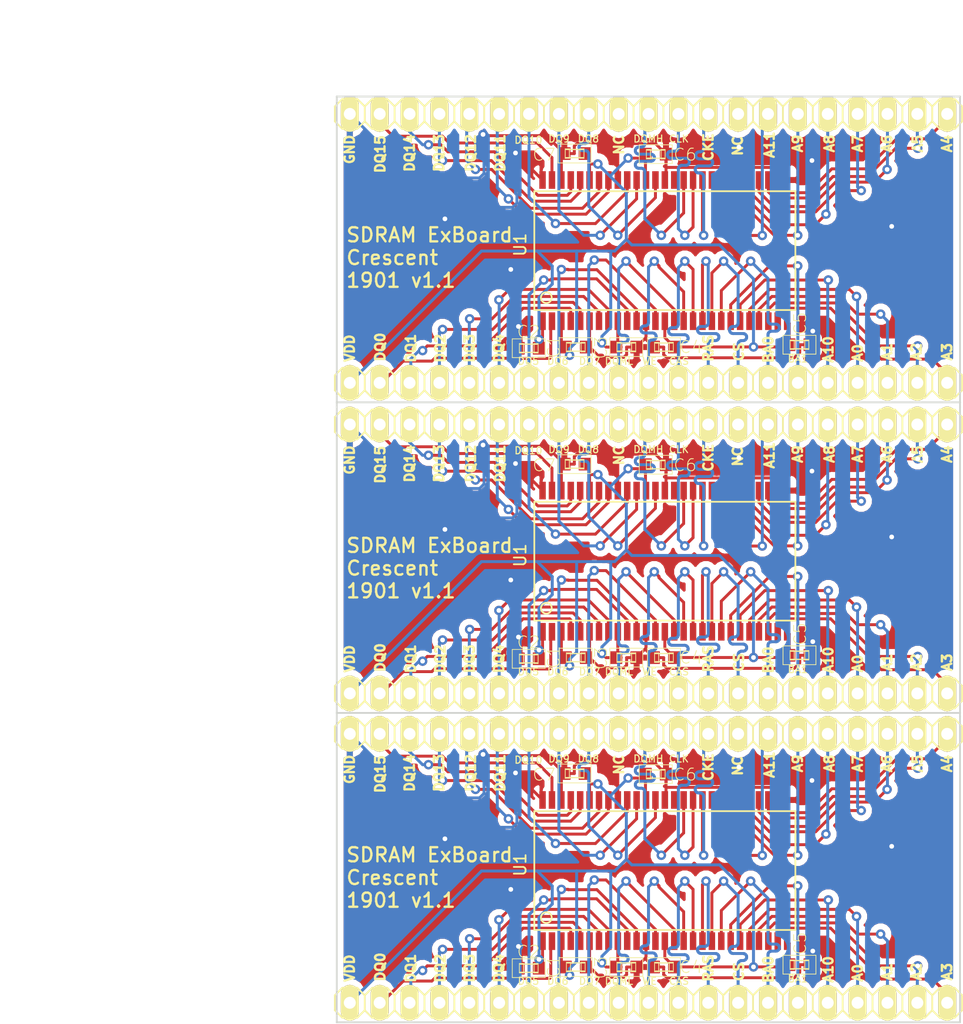
<source format=kicad_pcb>
(kicad_pcb (version 20171130) (host pcbnew "(5.0.2)-1")
  (title_block (title "SDRAM Board") (date 2019-01-03) (rev v1.0) (company Crescent))
  (layers (0 F.Cu signal) (31 B.Cu signal) (34 B.Paste user) (35 F.Paste user) (36 B.SilkS user) (37 F.SilkS user) (38 B.Mask user) (39 F.Mask user) (44 Edge.Cuts user))
  (net 0 "")
  (net 1 /VDD)
  (net 2 GND)
  (net 3 /DQ0)
  (net 4 /DQ1)
  (net 5 /DQ2)
  (net 6 /DQ3)
  (net 7 /DQ4)
  (net 8 /DQ5)
  (net 9 /DQ6)
  (net 10 /DQ7)
  (net 11 /DQML)
  (net 12 /WE)
  (net 13 /CAS)
  (net 14 /RAS)
  (net 15 /CS)
  (net 16 /BA0)
  (net 17 /BA1)
  (net 18 /A10)
  (net 19 /A0)
  (net 20 /A1)
  (net 21 /A2)
  (net 22 /A3)
  (net 23 /DQ15)
  (net 24 /DQ14)
  (net 25 /DQ13)
  (net 26 /DQ12)
  (net 27 /DQ11)
  (net 28 /DQ10)
  (net 29 /DQ9)
  (net 30 /DQ8)
  (net 31 /DQMH)
  (net 32 /CLK)
  (net 33 /CKE)
  (net 34 /A11)
  (net 35 /A9)
  (net 36 /A8)
  (net 37 /A7)
  (net 38 /A6)
  (net 39 /A5)
  (net 40 /A4)
  (module pin-head:pinhead-1X22 (layer F.Cu) (at 144.78 53.34)
    (fp_text reference J1 hide)
    (fp_text value Conn_01x21 hide)
    (pad 1 thru_hole oval (at -26.67 0 180) (size 1.524 3.048) (drill 1.016) (layers *.Cu *.Paste *.Mask F.SilkS) (net 1 /VDD))
    (pad 2 thru_hole oval (at -24.13 0 180) (size 1.524 3.048) (drill 1.016) (layers *.Cu *.Paste *.Mask F.SilkS) (net 3 /DQ0))
    (pad 3 thru_hole oval (at -21.59 0 180) (size 1.524 3.048) (drill 1.016) (layers *.Cu *.Paste *.Mask F.SilkS) (net 4 /DQ1))
    (pad 4 thru_hole oval (at -19.05 0 180) (size 1.524 3.048) (drill 1.016) (layers *.Cu *.Paste *.Mask F.SilkS) (net 5 /DQ2))
    (pad 5 thru_hole oval (at -16.51 0 180) (size 1.524 3.048) (drill 1.016) (layers *.Cu *.Paste *.Mask F.SilkS) (net 6 /DQ3))
    (pad 6 thru_hole oval (at -13.97 0 180) (size 1.524 3.048) (drill 1.016) (layers *.Cu *.Paste *.Mask F.SilkS) (net 7 /DQ4))
    (pad 7 thru_hole oval (at -11.43 0 180) (size 1.524 3.048) (drill 1.016) (layers *.Cu *.Paste *.Mask F.SilkS) (net 8 /DQ5))
    (pad 8 thru_hole oval (at -8.89 0 180) (size 1.524 3.048) (drill 1.016) (layers *.Cu *.Paste *.Mask F.SilkS) (net 9 /DQ6))
    (pad 9 thru_hole oval (at -6.35 0 180) (size 1.524 3.048) (drill 1.016) (layers *.Cu *.Paste *.Mask F.SilkS) (net 10 /DQ7))
    (pad 10 thru_hole oval (at -3.81 0 180) (size 1.524 3.048) (drill 1.016) (layers *.Cu *.Paste *.Mask F.SilkS) (net 11 /DQML))
    (pad 11 thru_hole oval (at -1.27 0 180) (size 1.524 3.048) (drill 1.016) (layers *.Cu *.Paste *.Mask F.SilkS) (net 12 /WE))
    (pad 12 thru_hole oval (at 1.27 0 180) (size 1.524 3.048) (drill 1.016) (layers *.Cu *.Paste *.Mask F.SilkS) (net 13 /CAS))
    (pad 13 thru_hole oval (at 3.81 0 180) (size 1.524 3.048) (drill 1.016) (layers *.Cu *.Paste *.Mask F.SilkS) (net 14 /RAS))
    (pad 14 thru_hole oval (at 6.35 0 180) (size 1.524 3.048) (drill 1.016) (layers *.Cu *.Paste *.Mask F.SilkS) (net 15 /CS))
    (pad 15 thru_hole oval (at 8.89 0 180) (size 1.524 3.048) (drill 1.016) (layers *.Cu *.Paste *.Mask F.SilkS) (net 16 /BA0))
    (pad 16 thru_hole oval (at 11.43 0 180) (size 1.524 3.048) (drill 1.016) (layers *.Cu *.Paste *.Mask F.SilkS) (net 17 /BA1))
    (pad 17 thru_hole oval (at 13.97 0 180) (size 1.524 3.048) (drill 1.016) (layers *.Cu *.Paste *.Mask F.SilkS) (net 18 /A10))
    (pad 18 thru_hole oval (at 16.51 0 180) (size 1.524 3.048) (drill 1.016) (layers *.Cu *.Paste *.Mask F.SilkS) (net 19 /A0))
    (pad 19 thru_hole oval (at 19.05 0 180) (size 1.524 3.048) (drill 1.016) (layers *.Cu *.Paste *.Mask F.SilkS) (net 20 /A1))
    (pad 20 thru_hole oval (at 21.59 0 180) (size 1.524 3.048) (drill 1.016) (layers *.Cu *.Paste *.Mask F.SilkS) (net 21 /A2))
    (pad 21 thru_hole oval (at 24.13 0 180) (size 1.524 3.048) (drill 1.016) (layers *.Cu *.Paste *.Mask F.SilkS) (net 22 /A3))
  )
  (module pin-head:pinhead-1X22 (layer F.Cu) (at 142.24 30.48 180)
    (fp_text reference J2 hide)
    (fp_text value Conn_01x21 hide)
    (pad 21 thru_hole oval (at 24.13 0) (size 1.524 3.048) (drill 1.016) (layers *.Cu *.Paste *.Mask F.SilkS) (net 2 GND))
    (pad 20 thru_hole oval (at 21.59 0) (size 1.524 3.048) (drill 1.016) (layers *.Cu *.Paste *.Mask F.SilkS) (net 23 /DQ15))
    (pad 19 thru_hole oval (at 19.05 0) (size 1.524 3.048) (drill 1.016) (layers *.Cu *.Paste *.Mask F.SilkS) (net 24 /DQ14))
    (pad 18 thru_hole oval (at 16.51 0) (size 1.524 3.048) (drill 1.016) (layers *.Cu *.Paste *.Mask F.SilkS) (net 25 /DQ13))
    (pad 17 thru_hole oval (at 13.97 0) (size 1.524 3.048) (drill 1.016) (layers *.Cu *.Paste *.Mask F.SilkS) (net 26 /DQ12))
    (pad 16 thru_hole oval (at 11.43 0) (size 1.524 3.048) (drill 1.016) (layers *.Cu *.Paste *.Mask F.SilkS) (net 27 /DQ11))
    (pad 15 thru_hole oval (at 8.89 0) (size 1.524 3.048) (drill 1.016) (layers *.Cu *.Paste *.Mask F.SilkS) (net 28 /DQ10))
    (pad 14 thru_hole oval (at 6.35 0) (size 1.524 3.048) (drill 1.016) (layers *.Cu *.Paste *.Mask F.SilkS) (net 29 /DQ9))
    (pad 13 thru_hole oval (at 3.81 0) (size 1.524 3.048) (drill 1.016) (layers *.Cu *.Paste *.Mask F.SilkS) (net 30 /DQ8))
    (pad 12 thru_hole oval (at 1.27 0) (size 1.524 3.048) (drill 1.016) (layers *.Cu *.Paste *.Mask F.SilkS))
    (pad 11 thru_hole oval (at -1.27 0) (size 1.524 3.048) (drill 1.016) (layers *.Cu *.Paste *.Mask F.SilkS) (net 31 /DQMH))
    (pad 10 thru_hole oval (at -3.81 0) (size 1.524 3.048) (drill 1.016) (layers *.Cu *.Paste *.Mask F.SilkS) (net 32 /CLK))
    (pad 9 thru_hole oval (at -6.35 0) (size 1.524 3.048) (drill 1.016) (layers *.Cu *.Paste *.Mask F.SilkS) (net 33 /CKE))
    (pad 8 thru_hole oval (at -8.89 0) (size 1.524 3.048) (drill 1.016) (layers *.Cu *.Paste *.Mask F.SilkS))
    (pad 7 thru_hole oval (at -11.43 0) (size 1.524 3.048) (drill 1.016) (layers *.Cu *.Paste *.Mask F.SilkS) (net 34 /A11))
    (pad 6 thru_hole oval (at -13.97 0) (size 1.524 3.048) (drill 1.016) (layers *.Cu *.Paste *.Mask F.SilkS) (net 35 /A9))
    (pad 5 thru_hole oval (at -16.51 0) (size 1.524 3.048) (drill 1.016) (layers *.Cu *.Paste *.Mask F.SilkS) (net 36 /A8))
    (pad 4 thru_hole oval (at -19.05 0) (size 1.524 3.048) (drill 1.016) (layers *.Cu *.Paste *.Mask F.SilkS) (net 37 /A7))
    (pad 3 thru_hole oval (at -21.59 0) (size 1.524 3.048) (drill 1.016) (layers *.Cu *.Paste *.Mask F.SilkS) (net 38 /A6))
    (pad 2 thru_hole oval (at -24.13 0) (size 1.524 3.048) (drill 1.016) (layers *.Cu *.Paste *.Mask F.SilkS) (net 39 /A5))
    (pad 1 thru_hole oval (at -26.67 0) (size 1.524 3.048) (drill 1.016) (layers *.Cu *.Paste *.Mask F.SilkS) (net 40 /A4))
  )
  (module generic:generic-SMD1608 (layer F.Cu) (at 137.326 50.3)
    (fp_text reference C1 (at -1.876 -0.04 90) (layer F.SilkS) (effects (font (size 1.016 1.016) (thickness 0.0762))))
    (fp_text value 0.1u hide)
    (pad 1 smd rect (at -0.87376 0) (size 1.04902 1.0795) (layers F.Cu F.Paste F.Mask) (net 1 /VDD))
    (pad 2 smd rect (at 0.87376 0) (size 1.04902 1.0795) (layers F.Cu F.Paste F.Mask) (net 2 GND))
  )
  (module generic:generic-SMD1608 (layer F.Cu) (at 133.32624 50.4 180)
    (fp_text reference C2 (at 0.02624 1.4) (layer F.SilkS) (effects (font (size 1.016 1.016) (thickness 0.0762))))
    (fp_text value 0.1u hide)
    (pad 2 smd rect (at 0.87376 0 180) (size 1.04902 1.0795) (layers F.Cu F.Paste F.Mask) (net 2 GND))
    (pad 1 smd rect (at -0.87376 0 180) (size 1.04902 1.0795) (layers F.Cu F.Paste F.Mask) (net 1 /VDD))
  )
  (module generic:generic-SMD1608 (layer F.Cu) (at 141.626 50.3)
    (fp_text reference C3 (at -2.156 0.05 270) (layer F.SilkS) (effects (font (size 1.016 1.016) (thickness 0.0762))))
    (fp_text value 0.1u hide)
    (pad 1 smd rect (at -0.87376 0) (size 1.04902 1.0795) (layers F.Cu F.Paste F.Mask) (net 1 /VDD))
    (pad 2 smd rect (at 0.87376 0) (size 1.04902 1.0795) (layers F.Cu F.Paste F.Mask) (net 2 GND))
  )
  (module generic:generic-SMD1608 (layer F.Cu) (at 144.824 50.3 180)
    (fp_text reference C4 (at -2.3 0) (layer F.SilkS) (effects (font (size 1.016 1.016) (thickness 0.0762))))
    (fp_text value 0.1u hide)
    (pad 2 smd rect (at 0.87376 0 180) (size 1.04902 1.0795) (layers F.Cu F.Paste F.Mask) (net 2 GND))
    (pad 1 smd rect (at -0.87376 0 180) (size 1.04902 1.0795) (layers F.Cu F.Paste F.Mask) (net 1 /VDD))
  )
  (module generic:generic-SMD1608 (layer F.Cu) (at 156.35 50.1)
    (fp_text reference C5 (at 0.05 -1.8 90) (layer F.SilkS) (effects (font (size 1.016 1.016) (thickness 0.0762))))
    (fp_text value 0.1u hide)
    (pad 1 smd rect (at -0.87376 0) (size 1.04902 1.0795) (layers F.Cu F.Paste F.Mask) (net 1 /VDD))
    (pad 2 smd rect (at 0.87376 0) (size 1.04902 1.0795) (layers F.Cu F.Paste F.Mask) (net 2 GND))
  )
  (module generic:generic-SMD1608 (layer F.Cu) (at 144.126 33.9)
    (fp_text reference C6 (at 2.494 0.04) (layer F.SilkS) (effects (font (size 1.016 1.016) (thickness 0.0762))))
    (fp_text value 0.1u hide)
    (pad 2 smd rect (at 0.87376 0) (size 1.04902 1.0795) (layers F.Cu F.Paste F.Mask) (net 2 GND))
    (pad 1 smd rect (at -0.87376 0) (size 1.04902 1.0795) (layers F.Cu F.Paste F.Mask) (net 1 /VDD))
  )
  (module generic:generic-SMD1608 (layer F.Cu) (at 137.226 33.85 180)
    (fp_text reference C7 (at 2.6 -0.1) (layer F.SilkS) (effects (font (size 1.016 1.016) (thickness 0.0762))))
    (fp_text value 0.1u hide)
    (pad 1 smd rect (at -0.87376 0 180) (size 1.04902 1.0795) (layers F.Cu F.Paste F.Mask) (net 1 /VDD))
    (pad 2 smd rect (at 0.87376 0 180) (size 1.04902 1.0795) (layers F.Cu F.Paste F.Mask) (net 2 GND))
  )
  (module smd:TSOP-54 (layer F.Cu) (at 134.5 48.1)
    (fp_text reference U1 (at -1.9 -6.5 90) (layer F.SilkS))
    (fp_text value AS4C4M16SA)
    (pad 1 smd rect (at 0 0) (size 0.55 1.5) (layers F.Cu F.Paste F.Mask) (net 1 /VDD))
    (pad 2 smd rect (at 0.8 0) (size 0.55 1.5) (layers F.Cu F.Paste F.Mask) (net 3 /DQ0))
    (pad 3 smd rect (at 1.6 0) (size 0.55 1.5) (layers F.Cu F.Paste F.Mask) (net 1 /VDD))
    (pad 4 smd rect (at 2.4 0) (size 0.55 1.5) (layers F.Cu F.Paste F.Mask) (net 4 /DQ1))
    (pad 5 smd rect (at 3.2 0) (size 0.55 1.5) (layers F.Cu F.Paste F.Mask) (net 5 /DQ2))
    (pad 6 smd rect (at 4 0) (size 0.55 1.5) (layers F.Cu F.Paste F.Mask) (net 2 GND))
    (pad 7 smd rect (at 4.8 0) (size 0.55 1.5) (layers F.Cu F.Paste F.Mask) (net 6 /DQ3))
    (pad 8 smd rect (at 5.6 0) (size 0.55 1.5) (layers F.Cu F.Paste F.Mask) (net 7 /DQ4))
    (pad 9 smd rect (at 6.4 0) (size 0.55 1.5) (layers F.Cu F.Paste F.Mask) (net 1 /VDD))
    (pad 10 smd rect (at 7.2 0) (size 0.55 1.5) (layers F.Cu F.Paste F.Mask) (net 8 /DQ5))
    (pad 11 smd rect (at 8 0) (size 0.55 1.5) (layers F.Cu F.Paste F.Mask) (net 9 /DQ6))
    (pad 12 smd rect (at 8.8 0) (size 0.55 1.5) (layers F.Cu F.Paste F.Mask) (net 2 GND))
    (pad 13 smd rect (at 9.6 0) (size 0.55 1.5) (layers F.Cu F.Paste F.Mask) (net 10 /DQ7))
    (pad 14 smd rect (at 10.4 0) (size 0.55 1.5) (layers F.Cu F.Paste F.Mask) (net 1 /VDD))
    (pad 15 smd rect (at 11.2 0) (size 0.55 1.5) (layers F.Cu F.Paste F.Mask) (net 11 /DQML))
    (pad 16 smd rect (at 12 0) (size 0.55 1.5) (layers F.Cu F.Paste F.Mask) (net 12 /WE))
    (pad 17 smd rect (at 12.8 0) (size 0.55 1.5) (layers F.Cu F.Paste F.Mask) (net 13 /CAS))
    (pad 18 smd rect (at 13.6 0) (size 0.55 1.5) (layers F.Cu F.Paste F.Mask) (net 14 /RAS))
    (pad 19 smd rect (at 14.4 0) (size 0.55 1.5) (layers F.Cu F.Paste F.Mask) (net 15 /CS))
    (pad 20 smd rect (at 15.2 0) (size 0.55 1.5) (layers F.Cu F.Paste F.Mask) (net 16 /BA0))
    (pad 21 smd rect (at 16 0) (size 0.55 1.5) (layers F.Cu F.Paste F.Mask) (net 17 /BA1))
    (pad 22 smd rect (at 16.8 0) (size 0.55 1.5) (layers F.Cu F.Paste F.Mask) (net 18 /A10))
    (pad 23 smd rect (at 17.6 0) (size 0.55 1.5) (layers F.Cu F.Paste F.Mask) (net 19 /A0))
    (pad 24 smd rect (at 18.4 0) (size 0.55 1.5) (layers F.Cu F.Paste F.Mask) (net 20 /A1))
    (pad 25 smd rect (at 19.2 0) (size 0.55 1.5) (layers F.Cu F.Paste F.Mask) (net 21 /A2))
    (pad 26 smd rect (at 20 0) (size 0.55 1.5) (layers F.Cu F.Paste F.Mask) (net 22 /A3))
    (pad 27 smd rect (at 20.8 0) (size 0.55 1.5) (layers F.Cu F.Paste F.Mask) (net 1 /VDD))
    (pad 28 smd rect (at 20.8 -12) (size 0.55 1.5) (layers F.Cu F.Paste F.Mask) (net 2 GND))
    (pad 29 smd rect (at 20 -12) (size 0.55 1.5) (layers F.Cu F.Paste F.Mask) (net 40 /A4))
    (pad 30 smd rect (at 19.2 -12) (size 0.55 1.5) (layers F.Cu F.Paste F.Mask) (net 39 /A5))
    (pad 31 smd rect (at 18.4 -12) (size 0.55 1.5) (layers F.Cu F.Paste F.Mask) (net 38 /A6))
    (pad 32 smd rect (at 17.6 -12) (size 0.55 1.5) (layers F.Cu F.Paste F.Mask) (net 37 /A7))
    (pad 33 smd rect (at 16.8 -12) (size 0.55 1.5) (layers F.Cu F.Paste F.Mask) (net 36 /A8))
    (pad 34 smd rect (at 16 -12) (size 0.55 1.5) (layers F.Cu F.Paste F.Mask) (net 35 /A9))
    (pad 35 smd rect (at 15.2 -12) (size 0.55 1.5) (layers F.Cu F.Paste F.Mask) (net 34 /A11))
    (pad 36 smd rect (at 14.4 -12) (size 0.55 1.5) (layers F.Cu F.Paste F.Mask))
    (pad 37 smd rect (at 13.6 -12) (size 0.55 1.5) (layers F.Cu F.Paste F.Mask) (net 33 /CKE))
    (pad 38 smd rect (at 12.8 -12) (size 0.55 1.5) (layers F.Cu F.Paste F.Mask) (net 32 /CLK))
    (pad 39 smd rect (at 12 -12) (size 0.55 1.5) (layers F.Cu F.Paste F.Mask) (net 31 /DQMH))
    (pad 40 smd rect (at 11.2 -12) (size 0.55 1.5) (layers F.Cu F.Paste F.Mask))
    (pad 41 smd rect (at 10.4 -12) (size 0.55 1.5) (layers F.Cu F.Paste F.Mask) (net 2 GND))
    (pad 42 smd rect (at 9.6 -12) (size 0.55 1.5) (layers F.Cu F.Paste F.Mask) (net 30 /DQ8))
    (pad 43 smd rect (at 8.8 -12) (size 0.55 1.5) (layers F.Cu F.Paste F.Mask) (net 1 /VDD))
    (pad 44 smd rect (at 8 -12) (size 0.55 1.5) (layers F.Cu F.Paste F.Mask) (net 29 /DQ9))
    (pad 45 smd rect (at 7.2 -12) (size 0.55 1.5) (layers F.Cu F.Paste F.Mask) (net 28 /DQ10))
    (pad 46 smd rect (at 6.4 -12) (size 0.55 1.5) (layers F.Cu F.Paste F.Mask) (net 2 GND))
    (pad 47 smd rect (at 5.6 -12) (size 0.55 1.5) (layers F.Cu F.Paste F.Mask) (net 27 /DQ11))
    (pad 48 smd rect (at 4.8 -12) (size 0.55 1.5) (layers F.Cu F.Paste F.Mask) (net 26 /DQ12))
    (pad 49 smd rect (at 4 -12) (size 0.55 1.5) (layers F.Cu F.Paste F.Mask) (net 1 /VDD))
    (pad 50 smd rect (at 3.2 -12) (size 0.55 1.5) (layers F.Cu F.Paste F.Mask) (net 25 /DQ13))
    (pad 51 smd rect (at 2.4 -12) (size 0.55 1.5) (layers F.Cu F.Paste F.Mask) (net 24 /DQ14))
    (pad 52 smd rect (at 1.6 -12) (size 0.55 1.5) (layers F.Cu F.Paste F.Mask) (net 2 GND))
    (pad 53 smd rect (at 0.8 -12) (size 0.55 1.5) (layers F.Cu F.Paste F.Mask) (net 23 /DQ15))
    (pad 54 smd rect (at 0 -12) (size 0.55 1.5) (layers F.Cu F.Paste F.Mask) (net 2 GND))
  )
  (module pin-head:pinhead-1X22 (layer F.Cu) (at 144.78 79.74)
    (fp_text reference J1 hide)
    (fp_text value Conn_01x21 hide)
    (pad 1 thru_hole oval (at -26.67 0 180) (size 1.524 3.048) (drill 1.016) (layers *.Cu *.Paste *.Mask F.SilkS) (net 1 /VDD))
    (pad 2 thru_hole oval (at -24.13 0 180) (size 1.524 3.048) (drill 1.016) (layers *.Cu *.Paste *.Mask F.SilkS) (net 3 /DQ0))
    (pad 3 thru_hole oval (at -21.59 0 180) (size 1.524 3.048) (drill 1.016) (layers *.Cu *.Paste *.Mask F.SilkS) (net 4 /DQ1))
    (pad 4 thru_hole oval (at -19.05 0 180) (size 1.524 3.048) (drill 1.016) (layers *.Cu *.Paste *.Mask F.SilkS) (net 5 /DQ2))
    (pad 5 thru_hole oval (at -16.51 0 180) (size 1.524 3.048) (drill 1.016) (layers *.Cu *.Paste *.Mask F.SilkS) (net 6 /DQ3))
    (pad 6 thru_hole oval (at -13.97 0 180) (size 1.524 3.048) (drill 1.016) (layers *.Cu *.Paste *.Mask F.SilkS) (net 7 /DQ4))
    (pad 7 thru_hole oval (at -11.43 0 180) (size 1.524 3.048) (drill 1.016) (layers *.Cu *.Paste *.Mask F.SilkS) (net 8 /DQ5))
    (pad 8 thru_hole oval (at -8.89 0 180) (size 1.524 3.048) (drill 1.016) (layers *.Cu *.Paste *.Mask F.SilkS) (net 9 /DQ6))
    (pad 9 thru_hole oval (at -6.35 0 180) (size 1.524 3.048) (drill 1.016) (layers *.Cu *.Paste *.Mask F.SilkS) (net 10 /DQ7))
    (pad 10 thru_hole oval (at -3.81 0 180) (size 1.524 3.048) (drill 1.016) (layers *.Cu *.Paste *.Mask F.SilkS) (net 11 /DQML))
    (pad 11 thru_hole oval (at -1.27 0 180) (size 1.524 3.048) (drill 1.016) (layers *.Cu *.Paste *.Mask F.SilkS) (net 12 /WE))
    (pad 12 thru_hole oval (at 1.27 0 180) (size 1.524 3.048) (drill 1.016) (layers *.Cu *.Paste *.Mask F.SilkS) (net 13 /CAS))
    (pad 13 thru_hole oval (at 3.81 0 180) (size 1.524 3.048) (drill 1.016) (layers *.Cu *.Paste *.Mask F.SilkS) (net 14 /RAS))
    (pad 14 thru_hole oval (at 6.35 0 180) (size 1.524 3.048) (drill 1.016) (layers *.Cu *.Paste *.Mask F.SilkS) (net 15 /CS))
    (pad 15 thru_hole oval (at 8.89 0 180) (size 1.524 3.048) (drill 1.016) (layers *.Cu *.Paste *.Mask F.SilkS) (net 16 /BA0))
    (pad 16 thru_hole oval (at 11.43 0 180) (size 1.524 3.048) (drill 1.016) (layers *.Cu *.Paste *.Mask F.SilkS) (net 17 /BA1))
    (pad 17 thru_hole oval (at 13.97 0 180) (size 1.524 3.048) (drill 1.016) (layers *.Cu *.Paste *.Mask F.SilkS) (net 18 /A10))
    (pad 18 thru_hole oval (at 16.51 0 180) (size 1.524 3.048) (drill 1.016) (layers *.Cu *.Paste *.Mask F.SilkS) (net 19 /A0))
    (pad 19 thru_hole oval (at 19.05 0 180) (size 1.524 3.048) (drill 1.016) (layers *.Cu *.Paste *.Mask F.SilkS) (net 20 /A1))
    (pad 20 thru_hole oval (at 21.59 0 180) (size 1.524 3.048) (drill 1.016) (layers *.Cu *.Paste *.Mask F.SilkS) (net 21 /A2))
    (pad 21 thru_hole oval (at 24.13 0 180) (size 1.524 3.048) (drill 1.016) (layers *.Cu *.Paste *.Mask F.SilkS) (net 22 /A3))
  )
  (module pin-head:pinhead-1X22 (layer F.Cu) (at 142.24 56.88 180)
    (fp_text reference J2 hide)
    (fp_text value Conn_01x21 hide)
    (pad 21 thru_hole oval (at 24.13 0) (size 1.524 3.048) (drill 1.016) (layers *.Cu *.Paste *.Mask F.SilkS) (net 2 GND))
    (pad 20 thru_hole oval (at 21.59 0) (size 1.524 3.048) (drill 1.016) (layers *.Cu *.Paste *.Mask F.SilkS) (net 23 /DQ15))
    (pad 19 thru_hole oval (at 19.05 0) (size 1.524 3.048) (drill 1.016) (layers *.Cu *.Paste *.Mask F.SilkS) (net 24 /DQ14))
    (pad 18 thru_hole oval (at 16.51 0) (size 1.524 3.048) (drill 1.016) (layers *.Cu *.Paste *.Mask F.SilkS) (net 25 /DQ13))
    (pad 17 thru_hole oval (at 13.97 0) (size 1.524 3.048) (drill 1.016) (layers *.Cu *.Paste *.Mask F.SilkS) (net 26 /DQ12))
    (pad 16 thru_hole oval (at 11.43 0) (size 1.524 3.048) (drill 1.016) (layers *.Cu *.Paste *.Mask F.SilkS) (net 27 /DQ11))
    (pad 15 thru_hole oval (at 8.89 0) (size 1.524 3.048) (drill 1.016) (layers *.Cu *.Paste *.Mask F.SilkS) (net 28 /DQ10))
    (pad 14 thru_hole oval (at 6.35 0) (size 1.524 3.048) (drill 1.016) (layers *.Cu *.Paste *.Mask F.SilkS) (net 29 /DQ9))
    (pad 13 thru_hole oval (at 3.81 0) (size 1.524 3.048) (drill 1.016) (layers *.Cu *.Paste *.Mask F.SilkS) (net 30 /DQ8))
    (pad 12 thru_hole oval (at 1.27 0) (size 1.524 3.048) (drill 1.016) (layers *.Cu *.Paste *.Mask F.SilkS))
    (pad 11 thru_hole oval (at -1.27 0) (size 1.524 3.048) (drill 1.016) (layers *.Cu *.Paste *.Mask F.SilkS) (net 31 /DQMH))
    (pad 10 thru_hole oval (at -3.81 0) (size 1.524 3.048) (drill 1.016) (layers *.Cu *.Paste *.Mask F.SilkS) (net 32 /CLK))
    (pad 9 thru_hole oval (at -6.35 0) (size 1.524 3.048) (drill 1.016) (layers *.Cu *.Paste *.Mask F.SilkS) (net 33 /CKE))
    (pad 8 thru_hole oval (at -8.89 0) (size 1.524 3.048) (drill 1.016) (layers *.Cu *.Paste *.Mask F.SilkS))
    (pad 7 thru_hole oval (at -11.43 0) (size 1.524 3.048) (drill 1.016) (layers *.Cu *.Paste *.Mask F.SilkS) (net 34 /A11))
    (pad 6 thru_hole oval (at -13.97 0) (size 1.524 3.048) (drill 1.016) (layers *.Cu *.Paste *.Mask F.SilkS) (net 35 /A9))
    (pad 5 thru_hole oval (at -16.51 0) (size 1.524 3.048) (drill 1.016) (layers *.Cu *.Paste *.Mask F.SilkS) (net 36 /A8))
    (pad 4 thru_hole oval (at -19.05 0) (size 1.524 3.048) (drill 1.016) (layers *.Cu *.Paste *.Mask F.SilkS) (net 37 /A7))
    (pad 3 thru_hole oval (at -21.59 0) (size 1.524 3.048) (drill 1.016) (layers *.Cu *.Paste *.Mask F.SilkS) (net 38 /A6))
    (pad 2 thru_hole oval (at -24.13 0) (size 1.524 3.048) (drill 1.016) (layers *.Cu *.Paste *.Mask F.SilkS) (net 39 /A5))
    (pad 1 thru_hole oval (at -26.67 0) (size 1.524 3.048) (drill 1.016) (layers *.Cu *.Paste *.Mask F.SilkS) (net 40 /A4))
  )
  (module generic:generic-SMD1608 (layer F.Cu) (at 137.326 76.7)
    (fp_text reference C1 (at -1.876 -0.04 90) (layer F.SilkS) (effects (font (size 1.016 1.016) (thickness 0.0762))))
    (fp_text value 0.1u hide)
    (pad 1 smd rect (at -0.87376 0) (size 1.04902 1.0795) (layers F.Cu F.Paste F.Mask) (net 1 /VDD))
    (pad 2 smd rect (at 0.87376 0) (size 1.04902 1.0795) (layers F.Cu F.Paste F.Mask) (net 2 GND))
  )
  (module generic:generic-SMD1608 (layer F.Cu) (at 133.32624 76.8 180)
    (fp_text reference C2 (at 0.02624 1.4) (layer F.SilkS) (effects (font (size 1.016 1.016) (thickness 0.0762))))
    (fp_text value 0.1u hide)
    (pad 2 smd rect (at 0.87376 0 180) (size 1.04902 1.0795) (layers F.Cu F.Paste F.Mask) (net 2 GND))
    (pad 1 smd rect (at -0.87376 0 180) (size 1.04902 1.0795) (layers F.Cu F.Paste F.Mask) (net 1 /VDD))
  )
  (module generic:generic-SMD1608 (layer F.Cu) (at 141.626 76.7)
    (fp_text reference C3 (at -2.156 0.05 270) (layer F.SilkS) (effects (font (size 1.016 1.016) (thickness 0.0762))))
    (fp_text value 0.1u hide)
    (pad 1 smd rect (at -0.87376 0) (size 1.04902 1.0795) (layers F.Cu F.Paste F.Mask) (net 1 /VDD))
    (pad 2 smd rect (at 0.87376 0) (size 1.04902 1.0795) (layers F.Cu F.Paste F.Mask) (net 2 GND))
  )
  (module generic:generic-SMD1608 (layer F.Cu) (at 144.824 76.7 180)
    (fp_text reference C4 (at -2.3 0) (layer F.SilkS) (effects (font (size 1.016 1.016) (thickness 0.0762))))
    (fp_text value 0.1u hide)
    (pad 2 smd rect (at 0.87376 0 180) (size 1.04902 1.0795) (layers F.Cu F.Paste F.Mask) (net 2 GND))
    (pad 1 smd rect (at -0.87376 0 180) (size 1.04902 1.0795) (layers F.Cu F.Paste F.Mask) (net 1 /VDD))
  )
  (module generic:generic-SMD1608 (layer F.Cu) (at 156.35 76.5)
    (fp_text reference C5 (at 0.05 -1.8 90) (layer F.SilkS) (effects (font (size 1.016 1.016) (thickness 0.0762))))
    (fp_text value 0.1u hide)
    (pad 1 smd rect (at -0.87376 0) (size 1.04902 1.0795) (layers F.Cu F.Paste F.Mask) (net 1 /VDD))
    (pad 2 smd rect (at 0.87376 0) (size 1.04902 1.0795) (layers F.Cu F.Paste F.Mask) (net 2 GND))
  )
  (module generic:generic-SMD1608 (layer F.Cu) (at 144.126 60.3)
    (fp_text reference C6 (at 2.494 0.04) (layer F.SilkS) (effects (font (size 1.016 1.016) (thickness 0.0762))))
    (fp_text value 0.1u hide)
    (pad 2 smd rect (at 0.87376 0) (size 1.04902 1.0795) (layers F.Cu F.Paste F.Mask) (net 2 GND))
    (pad 1 smd rect (at -0.87376 0) (size 1.04902 1.0795) (layers F.Cu F.Paste F.Mask) (net 1 /VDD))
  )
  (module generic:generic-SMD1608 (layer F.Cu) (at 137.226 60.25 180)
    (fp_text reference C7 (at 2.6 -0.1) (layer F.SilkS) (effects (font (size 1.016 1.016) (thickness 0.0762))))
    (fp_text value 0.1u hide)
    (pad 1 smd rect (at -0.87376 0 180) (size 1.04902 1.0795) (layers F.Cu F.Paste F.Mask) (net 1 /VDD))
    (pad 2 smd rect (at 0.87376 0 180) (size 1.04902 1.0795) (layers F.Cu F.Paste F.Mask) (net 2 GND))
  )
  (module smd:TSOP-54 (layer F.Cu) (at 134.5 74.5)
    (fp_text reference U1 (at -1.9 -6.5 90) (layer F.SilkS))
    (fp_text value AS4C4M16SA)
    (pad 1 smd rect (at 0 0) (size 0.55 1.5) (layers F.Cu F.Paste F.Mask) (net 1 /VDD))
    (pad 2 smd rect (at 0.8 0) (size 0.55 1.5) (layers F.Cu F.Paste F.Mask) (net 3 /DQ0))
    (pad 3 smd rect (at 1.6 0) (size 0.55 1.5) (layers F.Cu F.Paste F.Mask) (net 1 /VDD))
    (pad 4 smd rect (at 2.4 0) (size 0.55 1.5) (layers F.Cu F.Paste F.Mask) (net 4 /DQ1))
    (pad 5 smd rect (at 3.2 0) (size 0.55 1.5) (layers F.Cu F.Paste F.Mask) (net 5 /DQ2))
    (pad 6 smd rect (at 4 0) (size 0.55 1.5) (layers F.Cu F.Paste F.Mask) (net 2 GND))
    (pad 7 smd rect (at 4.8 0) (size 0.55 1.5) (layers F.Cu F.Paste F.Mask) (net 6 /DQ3))
    (pad 8 smd rect (at 5.6 0) (size 0.55 1.5) (layers F.Cu F.Paste F.Mask) (net 7 /DQ4))
    (pad 9 smd rect (at 6.4 0) (size 0.55 1.5) (layers F.Cu F.Paste F.Mask) (net 1 /VDD))
    (pad 10 smd rect (at 7.2 0) (size 0.55 1.5) (layers F.Cu F.Paste F.Mask) (net 8 /DQ5))
    (pad 11 smd rect (at 8 0) (size 0.55 1.5) (layers F.Cu F.Paste F.Mask) (net 9 /DQ6))
    (pad 12 smd rect (at 8.8 0) (size 0.55 1.5) (layers F.Cu F.Paste F.Mask) (net 2 GND))
    (pad 13 smd rect (at 9.6 0) (size 0.55 1.5) (layers F.Cu F.Paste F.Mask) (net 10 /DQ7))
    (pad 14 smd rect (at 10.4 0) (size 0.55 1.5) (layers F.Cu F.Paste F.Mask) (net 1 /VDD))
    (pad 15 smd rect (at 11.2 0) (size 0.55 1.5) (layers F.Cu F.Paste F.Mask) (net 11 /DQML))
    (pad 16 smd rect (at 12 0) (size 0.55 1.5) (layers F.Cu F.Paste F.Mask) (net 12 /WE))
    (pad 17 smd rect (at 12.8 0) (size 0.55 1.5) (layers F.Cu F.Paste F.Mask) (net 13 /CAS))
    (pad 18 smd rect (at 13.6 0) (size 0.55 1.5) (layers F.Cu F.Paste F.Mask) (net 14 /RAS))
    (pad 19 smd rect (at 14.4 0) (size 0.55 1.5) (layers F.Cu F.Paste F.Mask) (net 15 /CS))
    (pad 20 smd rect (at 15.2 0) (size 0.55 1.5) (layers F.Cu F.Paste F.Mask) (net 16 /BA0))
    (pad 21 smd rect (at 16 0) (size 0.55 1.5) (layers F.Cu F.Paste F.Mask) (net 17 /BA1))
    (pad 22 smd rect (at 16.8 0) (size 0.55 1.5) (layers F.Cu F.Paste F.Mask) (net 18 /A10))
    (pad 23 smd rect (at 17.6 0) (size 0.55 1.5) (layers F.Cu F.Paste F.Mask) (net 19 /A0))
    (pad 24 smd rect (at 18.4 0) (size 0.55 1.5) (layers F.Cu F.Paste F.Mask) (net 20 /A1))
    (pad 25 smd rect (at 19.2 0) (size 0.55 1.5) (layers F.Cu F.Paste F.Mask) (net 21 /A2))
    (pad 26 smd rect (at 20 0) (size 0.55 1.5) (layers F.Cu F.Paste F.Mask) (net 22 /A3))
    (pad 27 smd rect (at 20.8 0) (size 0.55 1.5) (layers F.Cu F.Paste F.Mask) (net 1 /VDD))
    (pad 28 smd rect (at 20.8 -12) (size 0.55 1.5) (layers F.Cu F.Paste F.Mask) (net 2 GND))
    (pad 29 smd rect (at 20 -12) (size 0.55 1.5) (layers F.Cu F.Paste F.Mask) (net 40 /A4))
    (pad 30 smd rect (at 19.2 -12) (size 0.55 1.5) (layers F.Cu F.Paste F.Mask) (net 39 /A5))
    (pad 31 smd rect (at 18.4 -12) (size 0.55 1.5) (layers F.Cu F.Paste F.Mask) (net 38 /A6))
    (pad 32 smd rect (at 17.6 -12) (size 0.55 1.5) (layers F.Cu F.Paste F.Mask) (net 37 /A7))
    (pad 33 smd rect (at 16.8 -12) (size 0.55 1.5) (layers F.Cu F.Paste F.Mask) (net 36 /A8))
    (pad 34 smd rect (at 16 -12) (size 0.55 1.5) (layers F.Cu F.Paste F.Mask) (net 35 /A9))
    (pad 35 smd rect (at 15.2 -12) (size 0.55 1.5) (layers F.Cu F.Paste F.Mask) (net 34 /A11))
    (pad 36 smd rect (at 14.4 -12) (size 0.55 1.5) (layers F.Cu F.Paste F.Mask))
    (pad 37 smd rect (at 13.6 -12) (size 0.55 1.5) (layers F.Cu F.Paste F.Mask) (net 33 /CKE))
    (pad 38 smd rect (at 12.8 -12) (size 0.55 1.5) (layers F.Cu F.Paste F.Mask) (net 32 /CLK))
    (pad 39 smd rect (at 12 -12) (size 0.55 1.5) (layers F.Cu F.Paste F.Mask) (net 31 /DQMH))
    (pad 40 smd rect (at 11.2 -12) (size 0.55 1.5) (layers F.Cu F.Paste F.Mask))
    (pad 41 smd rect (at 10.4 -12) (size 0.55 1.5) (layers F.Cu F.Paste F.Mask) (net 2 GND))
    (pad 42 smd rect (at 9.6 -12) (size 0.55 1.5) (layers F.Cu F.Paste F.Mask) (net 30 /DQ8))
    (pad 43 smd rect (at 8.8 -12) (size 0.55 1.5) (layers F.Cu F.Paste F.Mask) (net 1 /VDD))
    (pad 44 smd rect (at 8 -12) (size 0.55 1.5) (layers F.Cu F.Paste F.Mask) (net 29 /DQ9))
    (pad 45 smd rect (at 7.2 -12) (size 0.55 1.5) (layers F.Cu F.Paste F.Mask) (net 28 /DQ10))
    (pad 46 smd rect (at 6.4 -12) (size 0.55 1.5) (layers F.Cu F.Paste F.Mask) (net 2 GND))
    (pad 47 smd rect (at 5.6 -12) (size 0.55 1.5) (layers F.Cu F.Paste F.Mask) (net 27 /DQ11))
    (pad 48 smd rect (at 4.8 -12) (size 0.55 1.5) (layers F.Cu F.Paste F.Mask) (net 26 /DQ12))
    (pad 49 smd rect (at 4 -12) (size 0.55 1.5) (layers F.Cu F.Paste F.Mask) (net 1 /VDD))
    (pad 50 smd rect (at 3.2 -12) (size 0.55 1.5) (layers F.Cu F.Paste F.Mask) (net 25 /DQ13))
    (pad 51 smd rect (at 2.4 -12) (size 0.55 1.5) (layers F.Cu F.Paste F.Mask) (net 24 /DQ14))
    (pad 52 smd rect (at 1.6 -12) (size 0.55 1.5) (layers F.Cu F.Paste F.Mask) (net 2 GND))
    (pad 53 smd rect (at 0.8 -12) (size 0.55 1.5) (layers F.Cu F.Paste F.Mask) (net 23 /DQ15))
    (pad 54 smd rect (at 0 -12) (size 0.55 1.5) (layers F.Cu F.Paste F.Mask) (net 2 GND))
  )
  (module pin-head:pinhead-1X22 (layer F.Cu) (at 144.78 106.04)
    (fp_text reference J1 hide)
    (fp_text value Conn_01x21 hide)
    (pad 1 thru_hole oval (at -26.67 0 180) (size 1.524 3.048) (drill 1.016) (layers *.Cu *.Paste *.Mask F.SilkS) (net 1 /VDD))
    (pad 2 thru_hole oval (at -24.13 0 180) (size 1.524 3.048) (drill 1.016) (layers *.Cu *.Paste *.Mask F.SilkS) (net 3 /DQ0))
    (pad 3 thru_hole oval (at -21.59 0 180) (size 1.524 3.048) (drill 1.016) (layers *.Cu *.Paste *.Mask F.SilkS) (net 4 /DQ1))
    (pad 4 thru_hole oval (at -19.05 0 180) (size 1.524 3.048) (drill 1.016) (layers *.Cu *.Paste *.Mask F.SilkS) (net 5 /DQ2))
    (pad 5 thru_hole oval (at -16.51 0 180) (size 1.524 3.048) (drill 1.016) (layers *.Cu *.Paste *.Mask F.SilkS) (net 6 /DQ3))
    (pad 6 thru_hole oval (at -13.97 0 180) (size 1.524 3.048) (drill 1.016) (layers *.Cu *.Paste *.Mask F.SilkS) (net 7 /DQ4))
    (pad 7 thru_hole oval (at -11.43 0 180) (size 1.524 3.048) (drill 1.016) (layers *.Cu *.Paste *.Mask F.SilkS) (net 8 /DQ5))
    (pad 8 thru_hole oval (at -8.89 0 180) (size 1.524 3.048) (drill 1.016) (layers *.Cu *.Paste *.Mask F.SilkS) (net 9 /DQ6))
    (pad 9 thru_hole oval (at -6.35 0 180) (size 1.524 3.048) (drill 1.016) (layers *.Cu *.Paste *.Mask F.SilkS) (net 10 /DQ7))
    (pad 10 thru_hole oval (at -3.81 0 180) (size 1.524 3.048) (drill 1.016) (layers *.Cu *.Paste *.Mask F.SilkS) (net 11 /DQML))
    (pad 11 thru_hole oval (at -1.27 0 180) (size 1.524 3.048) (drill 1.016) (layers *.Cu *.Paste *.Mask F.SilkS) (net 12 /WE))
    (pad 12 thru_hole oval (at 1.27 0 180) (size 1.524 3.048) (drill 1.016) (layers *.Cu *.Paste *.Mask F.SilkS) (net 13 /CAS))
    (pad 13 thru_hole oval (at 3.81 0 180) (size 1.524 3.048) (drill 1.016) (layers *.Cu *.Paste *.Mask F.SilkS) (net 14 /RAS))
    (pad 14 thru_hole oval (at 6.35 0 180) (size 1.524 3.048) (drill 1.016) (layers *.Cu *.Paste *.Mask F.SilkS) (net 15 /CS))
    (pad 15 thru_hole oval (at 8.89 0 180) (size 1.524 3.048) (drill 1.016) (layers *.Cu *.Paste *.Mask F.SilkS) (net 16 /BA0))
    (pad 16 thru_hole oval (at 11.43 0 180) (size 1.524 3.048) (drill 1.016) (layers *.Cu *.Paste *.Mask F.SilkS) (net 17 /BA1))
    (pad 17 thru_hole oval (at 13.97 0 180) (size 1.524 3.048) (drill 1.016) (layers *.Cu *.Paste *.Mask F.SilkS) (net 18 /A10))
    (pad 18 thru_hole oval (at 16.51 0 180) (size 1.524 3.048) (drill 1.016) (layers *.Cu *.Paste *.Mask F.SilkS) (net 19 /A0))
    (pad 19 thru_hole oval (at 19.05 0 180) (size 1.524 3.048) (drill 1.016) (layers *.Cu *.Paste *.Mask F.SilkS) (net 20 /A1))
    (pad 20 thru_hole oval (at 21.59 0 180) (size 1.524 3.048) (drill 1.016) (layers *.Cu *.Paste *.Mask F.SilkS) (net 21 /A2))
    (pad 21 thru_hole oval (at 24.13 0 180) (size 1.524 3.048) (drill 1.016) (layers *.Cu *.Paste *.Mask F.SilkS) (net 22 /A3))
  )
  (module pin-head:pinhead-1X22 (layer F.Cu) (at 142.24 83.18 180)
    (fp_text reference J2 hide)
    (fp_text value Conn_01x21 hide)
    (pad 21 thru_hole oval (at 24.13 0) (size 1.524 3.048) (drill 1.016) (layers *.Cu *.Paste *.Mask F.SilkS) (net 2 GND))
    (pad 20 thru_hole oval (at 21.59 0) (size 1.524 3.048) (drill 1.016) (layers *.Cu *.Paste *.Mask F.SilkS) (net 23 /DQ15))
    (pad 19 thru_hole oval (at 19.05 0) (size 1.524 3.048) (drill 1.016) (layers *.Cu *.Paste *.Mask F.SilkS) (net 24 /DQ14))
    (pad 18 thru_hole oval (at 16.51 0) (size 1.524 3.048) (drill 1.016) (layers *.Cu *.Paste *.Mask F.SilkS) (net 25 /DQ13))
    (pad 17 thru_hole oval (at 13.97 0) (size 1.524 3.048) (drill 1.016) (layers *.Cu *.Paste *.Mask F.SilkS) (net 26 /DQ12))
    (pad 16 thru_hole oval (at 11.43 0) (size 1.524 3.048) (drill 1.016) (layers *.Cu *.Paste *.Mask F.SilkS) (net 27 /DQ11))
    (pad 15 thru_hole oval (at 8.89 0) (size 1.524 3.048) (drill 1.016) (layers *.Cu *.Paste *.Mask F.SilkS) (net 28 /DQ10))
    (pad 14 thru_hole oval (at 6.35 0) (size 1.524 3.048) (drill 1.016) (layers *.Cu *.Paste *.Mask F.SilkS) (net 29 /DQ9))
    (pad 13 thru_hole oval (at 3.81 0) (size 1.524 3.048) (drill 1.016) (layers *.Cu *.Paste *.Mask F.SilkS) (net 30 /DQ8))
    (pad 12 thru_hole oval (at 1.27 0) (size 1.524 3.048) (drill 1.016) (layers *.Cu *.Paste *.Mask F.SilkS))
    (pad 11 thru_hole oval (at -1.27 0) (size 1.524 3.048) (drill 1.016) (layers *.Cu *.Paste *.Mask F.SilkS) (net 31 /DQMH))
    (pad 10 thru_hole oval (at -3.81 0) (size 1.524 3.048) (drill 1.016) (layers *.Cu *.Paste *.Mask F.SilkS) (net 32 /CLK))
    (pad 9 thru_hole oval (at -6.35 0) (size 1.524 3.048) (drill 1.016) (layers *.Cu *.Paste *.Mask F.SilkS) (net 33 /CKE))
    (pad 8 thru_hole oval (at -8.89 0) (size 1.524 3.048) (drill 1.016) (layers *.Cu *.Paste *.Mask F.SilkS))
    (pad 7 thru_hole oval (at -11.43 0) (size 1.524 3.048) (drill 1.016) (layers *.Cu *.Paste *.Mask F.SilkS) (net 34 /A11))
    (pad 6 thru_hole oval (at -13.97 0) (size 1.524 3.048) (drill 1.016) (layers *.Cu *.Paste *.Mask F.SilkS) (net 35 /A9))
    (pad 5 thru_hole oval (at -16.51 0) (size 1.524 3.048) (drill 1.016) (layers *.Cu *.Paste *.Mask F.SilkS) (net 36 /A8))
    (pad 4 thru_hole oval (at -19.05 0) (size 1.524 3.048) (drill 1.016) (layers *.Cu *.Paste *.Mask F.SilkS) (net 37 /A7))
    (pad 3 thru_hole oval (at -21.59 0) (size 1.524 3.048) (drill 1.016) (layers *.Cu *.Paste *.Mask F.SilkS) (net 38 /A6))
    (pad 2 thru_hole oval (at -24.13 0) (size 1.524 3.048) (drill 1.016) (layers *.Cu *.Paste *.Mask F.SilkS) (net 39 /A5))
    (pad 1 thru_hole oval (at -26.67 0) (size 1.524 3.048) (drill 1.016) (layers *.Cu *.Paste *.Mask F.SilkS) (net 40 /A4))
  )
  (module generic:generic-SMD1608 (layer F.Cu) (at 137.326 103)
    (fp_text reference C1 (at -1.876 -0.04 90) (layer F.SilkS) (effects (font (size 1.016 1.016) (thickness 0.0762))))
    (fp_text value 0.1u hide)
    (pad 1 smd rect (at -0.87376 0) (size 1.04902 1.0795) (layers F.Cu F.Paste F.Mask) (net 1 /VDD))
    (pad 2 smd rect (at 0.87376 0) (size 1.04902 1.0795) (layers F.Cu F.Paste F.Mask) (net 2 GND))
  )
  (module generic:generic-SMD1608 (layer F.Cu) (at 133.32624 103.1 180)
    (fp_text reference C2 (at 0.02624 1.4) (layer F.SilkS) (effects (font (size 1.016 1.016) (thickness 0.0762))))
    (fp_text value 0.1u hide)
    (pad 2 smd rect (at 0.87376 0 180) (size 1.04902 1.0795) (layers F.Cu F.Paste F.Mask) (net 2 GND))
    (pad 1 smd rect (at -0.87376 0 180) (size 1.04902 1.0795) (layers F.Cu F.Paste F.Mask) (net 1 /VDD))
  )
  (module generic:generic-SMD1608 (layer F.Cu) (at 141.626 103)
    (fp_text reference C3 (at -2.156 0.05 270) (layer F.SilkS) (effects (font (size 1.016 1.016) (thickness 0.0762))))
    (fp_text value 0.1u hide)
    (pad 1 smd rect (at -0.87376 0) (size 1.04902 1.0795) (layers F.Cu F.Paste F.Mask) (net 1 /VDD))
    (pad 2 smd rect (at 0.87376 0) (size 1.04902 1.0795) (layers F.Cu F.Paste F.Mask) (net 2 GND))
  )
  (module generic:generic-SMD1608 (layer F.Cu) (at 144.824 103 180)
    (fp_text reference C4 (at -2.3 0) (layer F.SilkS) (effects (font (size 1.016 1.016) (thickness 0.0762))))
    (fp_text value 0.1u hide)
    (pad 2 smd rect (at 0.87376 0 180) (size 1.04902 1.0795) (layers F.Cu F.Paste F.Mask) (net 2 GND))
    (pad 1 smd rect (at -0.87376 0 180) (size 1.04902 1.0795) (layers F.Cu F.Paste F.Mask) (net 1 /VDD))
  )
  (module generic:generic-SMD1608 (layer F.Cu) (at 156.35 102.8)
    (fp_text reference C5 (at 0.05 -1.8 90) (layer F.SilkS) (effects (font (size 1.016 1.016) (thickness 0.0762))))
    (fp_text value 0.1u hide)
    (pad 1 smd rect (at -0.87376 0) (size 1.04902 1.0795) (layers F.Cu F.Paste F.Mask) (net 1 /VDD))
    (pad 2 smd rect (at 0.87376 0) (size 1.04902 1.0795) (layers F.Cu F.Paste F.Mask) (net 2 GND))
  )
  (module generic:generic-SMD1608 (layer F.Cu) (at 144.126 86.6)
    (fp_text reference C6 (at 2.494 0.04) (layer F.SilkS) (effects (font (size 1.016 1.016) (thickness 0.0762))))
    (fp_text value 0.1u hide)
    (pad 2 smd rect (at 0.87376 0) (size 1.04902 1.0795) (layers F.Cu F.Paste F.Mask) (net 2 GND))
    (pad 1 smd rect (at -0.87376 0) (size 1.04902 1.0795) (layers F.Cu F.Paste F.Mask) (net 1 /VDD))
  )
  (module generic:generic-SMD1608 (layer F.Cu) (at 137.226 86.55 180)
    (fp_text reference C7 (at 2.6 -0.1) (layer F.SilkS) (effects (font (size 1.016 1.016) (thickness 0.0762))))
    (fp_text value 0.1u hide)
    (pad 1 smd rect (at -0.87376 0 180) (size 1.04902 1.0795) (layers F.Cu F.Paste F.Mask) (net 1 /VDD))
    (pad 2 smd rect (at 0.87376 0 180) (size 1.04902 1.0795) (layers F.Cu F.Paste F.Mask) (net 2 GND))
  )
  (module smd:TSOP-54 (layer F.Cu) (at 134.5 100.8)
    (fp_text reference U1 (at -1.9 -6.5 90) (layer F.SilkS))
    (fp_text value AS4C4M16SA)
    (pad 1 smd rect (at 0 0) (size 0.55 1.5) (layers F.Cu F.Paste F.Mask) (net 1 /VDD))
    (pad 2 smd rect (at 0.8 0) (size 0.55 1.5) (layers F.Cu F.Paste F.Mask) (net 3 /DQ0))
    (pad 3 smd rect (at 1.6 0) (size 0.55 1.5) (layers F.Cu F.Paste F.Mask) (net 1 /VDD))
    (pad 4 smd rect (at 2.4 0) (size 0.55 1.5) (layers F.Cu F.Paste F.Mask) (net 4 /DQ1))
    (pad 5 smd rect (at 3.2 0) (size 0.55 1.5) (layers F.Cu F.Paste F.Mask) (net 5 /DQ2))
    (pad 6 smd rect (at 4 0) (size 0.55 1.5) (layers F.Cu F.Paste F.Mask) (net 2 GND))
    (pad 7 smd rect (at 4.8 0) (size 0.55 1.5) (layers F.Cu F.Paste F.Mask) (net 6 /DQ3))
    (pad 8 smd rect (at 5.6 0) (size 0.55 1.5) (layers F.Cu F.Paste F.Mask) (net 7 /DQ4))
    (pad 9 smd rect (at 6.4 0) (size 0.55 1.5) (layers F.Cu F.Paste F.Mask) (net 1 /VDD))
    (pad 10 smd rect (at 7.2 0) (size 0.55 1.5) (layers F.Cu F.Paste F.Mask) (net 8 /DQ5))
    (pad 11 smd rect (at 8 0) (size 0.55 1.5) (layers F.Cu F.Paste F.Mask) (net 9 /DQ6))
    (pad 12 smd rect (at 8.8 0) (size 0.55 1.5) (layers F.Cu F.Paste F.Mask) (net 2 GND))
    (pad 13 smd rect (at 9.6 0) (size 0.55 1.5) (layers F.Cu F.Paste F.Mask) (net 10 /DQ7))
    (pad 14 smd rect (at 10.4 0) (size 0.55 1.5) (layers F.Cu F.Paste F.Mask) (net 1 /VDD))
    (pad 15 smd rect (at 11.2 0) (size 0.55 1.5) (layers F.Cu F.Paste F.Mask) (net 11 /DQML))
    (pad 16 smd rect (at 12 0) (size 0.55 1.5) (layers F.Cu F.Paste F.Mask) (net 12 /WE))
    (pad 17 smd rect (at 12.8 0) (size 0.55 1.5) (layers F.Cu F.Paste F.Mask) (net 13 /CAS))
    (pad 18 smd rect (at 13.6 0) (size 0.55 1.5) (layers F.Cu F.Paste F.Mask) (net 14 /RAS))
    (pad 19 smd rect (at 14.4 0) (size 0.55 1.5) (layers F.Cu F.Paste F.Mask) (net 15 /CS))
    (pad 20 smd rect (at 15.2 0) (size 0.55 1.5) (layers F.Cu F.Paste F.Mask) (net 16 /BA0))
    (pad 21 smd rect (at 16 0) (size 0.55 1.5) (layers F.Cu F.Paste F.Mask) (net 17 /BA1))
    (pad 22 smd rect (at 16.8 0) (size 0.55 1.5) (layers F.Cu F.Paste F.Mask) (net 18 /A10))
    (pad 23 smd rect (at 17.6 0) (size 0.55 1.5) (layers F.Cu F.Paste F.Mask) (net 19 /A0))
    (pad 24 smd rect (at 18.4 0) (size 0.55 1.5) (layers F.Cu F.Paste F.Mask) (net 20 /A1))
    (pad 25 smd rect (at 19.2 0) (size 0.55 1.5) (layers F.Cu F.Paste F.Mask) (net 21 /A2))
    (pad 26 smd rect (at 20 0) (size 0.55 1.5) (layers F.Cu F.Paste F.Mask) (net 22 /A3))
    (pad 27 smd rect (at 20.8 0) (size 0.55 1.5) (layers F.Cu F.Paste F.Mask) (net 1 /VDD))
    (pad 28 smd rect (at 20.8 -12) (size 0.55 1.5) (layers F.Cu F.Paste F.Mask) (net 2 GND))
    (pad 29 smd rect (at 20 -12) (size 0.55 1.5) (layers F.Cu F.Paste F.Mask) (net 40 /A4))
    (pad 30 smd rect (at 19.2 -12) (size 0.55 1.5) (layers F.Cu F.Paste F.Mask) (net 39 /A5))
    (pad 31 smd rect (at 18.4 -12) (size 0.55 1.5) (layers F.Cu F.Paste F.Mask) (net 38 /A6))
    (pad 32 smd rect (at 17.6 -12) (size 0.55 1.5) (layers F.Cu F.Paste F.Mask) (net 37 /A7))
    (pad 33 smd rect (at 16.8 -12) (size 0.55 1.5) (layers F.Cu F.Paste F.Mask) (net 36 /A8))
    (pad 34 smd rect (at 16 -12) (size 0.55 1.5) (layers F.Cu F.Paste F.Mask) (net 35 /A9))
    (pad 35 smd rect (at 15.2 -12) (size 0.55 1.5) (layers F.Cu F.Paste F.Mask) (net 34 /A11))
    (pad 36 smd rect (at 14.4 -12) (size 0.55 1.5) (layers F.Cu F.Paste F.Mask))
    (pad 37 smd rect (at 13.6 -12) (size 0.55 1.5) (layers F.Cu F.Paste F.Mask) (net 33 /CKE))
    (pad 38 smd rect (at 12.8 -12) (size 0.55 1.5) (layers F.Cu F.Paste F.Mask) (net 32 /CLK))
    (pad 39 smd rect (at 12 -12) (size 0.55 1.5) (layers F.Cu F.Paste F.Mask) (net 31 /DQMH))
    (pad 40 smd rect (at 11.2 -12) (size 0.55 1.5) (layers F.Cu F.Paste F.Mask))
    (pad 41 smd rect (at 10.4 -12) (size 0.55 1.5) (layers F.Cu F.Paste F.Mask) (net 2 GND))
    (pad 42 smd rect (at 9.6 -12) (size 0.55 1.5) (layers F.Cu F.Paste F.Mask) (net 30 /DQ8))
    (pad 43 smd rect (at 8.8 -12) (size 0.55 1.5) (layers F.Cu F.Paste F.Mask) (net 1 /VDD))
    (pad 44 smd rect (at 8 -12) (size 0.55 1.5) (layers F.Cu F.Paste F.Mask) (net 29 /DQ9))
    (pad 45 smd rect (at 7.2 -12) (size 0.55 1.5) (layers F.Cu F.Paste F.Mask) (net 28 /DQ10))
    (pad 46 smd rect (at 6.4 -12) (size 0.55 1.5) (layers F.Cu F.Paste F.Mask) (net 2 GND))
    (pad 47 smd rect (at 5.6 -12) (size 0.55 1.5) (layers F.Cu F.Paste F.Mask) (net 27 /DQ11))
    (pad 48 smd rect (at 4.8 -12) (size 0.55 1.5) (layers F.Cu F.Paste F.Mask) (net 26 /DQ12))
    (pad 49 smd rect (at 4 -12) (size 0.55 1.5) (layers F.Cu F.Paste F.Mask) (net 1 /VDD))
    (pad 50 smd rect (at 3.2 -12) (size 0.55 1.5) (layers F.Cu F.Paste F.Mask) (net 25 /DQ13))
    (pad 51 smd rect (at 2.4 -12) (size 0.55 1.5) (layers F.Cu F.Paste F.Mask) (net 24 /DQ14))
    (pad 52 smd rect (at 1.6 -12) (size 0.55 1.5) (layers F.Cu F.Paste F.Mask) (net 2 GND))
    (pad 53 smd rect (at 0.8 -12) (size 0.55 1.5) (layers F.Cu F.Paste F.Mask) (net 23 /DQ15))
    (pad 54 smd rect (at 0 -12) (size 0.55 1.5) (layers F.Cu F.Paste F.Mask) (net 2 GND))
  )
  (gr_line (start 117 81.4) (end 117 107.7) (angle 90) (layer Edge.Cuts) (width 0.15))
  (gr_line (start 117 55.4) (end 117 55) (angle 90) (layer Edge.Cuts) (width 0.15))
  (gr_line (start 170 55) (end 170 55.4) (angle 90) (layer Edge.Cuts) (width 0.15))
  (gr_line (start 117 55) (end 170 55) (angle 90) (layer Edge.Cuts) (width 0.15))
  (gr_line (start 170 81.4) (end 117 81.4) (angle 90) (layer Edge.Cuts) (width 0.15))
  (gr_line (start 170 81.7) (end 170 81.4) (angle 90) (layer Edge.Cuts) (width 0.15))
  (gr_text CLK (at 146.1 32.6) (layer F.SilkS) (effects (font (size 0.6 0.6) (thickness 0.1))))
  (gr_text DQMH (at 143.5 32.6) (layer F.SilkS) (effects (font (size 0.6 0.6) (thickness 0.1))))
  (gr_text NC (at 141 33.1 90) (layer F.SilkS) (effects (font (size 0.8 0.8) (thickness 0.2))))
  (gr_text DQ8 (at 138.4 32.6) (layer F.SilkS) (effects (font (size 0.6 0.6) (thickness 0.1))))
  (gr_text DQ9 (at 135.9 32.6) (layer F.SilkS) (effects (font (size 0.6 0.6) (thickness 0.1))))
  (gr_text DQ10 (at 133.3 32.7) (layer F.SilkS) (effects (font (size 0.6 0.6) (thickness 0.1))))
  (gr_text DQ11 (at 130.9 33.8 90) (layer F.SilkS) (effects (font (size 0.8 0.8) (thickness 0.2))))
  (gr_text DQ12 (at 128.4 33.8 90) (layer F.SilkS) (effects (font (size 0.8 0.8) (thickness 0.2))))
  (gr_text DQ13 (at 125.7 33.8 90) (layer F.SilkS) (effects (font (size 0.8 0.8) (thickness 0.2))))
  (gr_text DQ14 (at 123.2 33.8 90) (layer F.SilkS) (effects (font (size 0.8 0.8) (thickness 0.2))))
  (gr_text DQ15 (at 120.7 33.9 90) (layer F.SilkS) (effects (font (size 0.8 0.8) (thickness 0.2))))
  (gr_text GND (at 118.1 33.5 90) (layer F.SilkS) (effects (font (size 0.8 0.8) (thickness 0.2))))
  (gr_text CKE (at 148.6 33.3 90) (layer F.SilkS) (effects (font (size 0.8 0.8) (thickness 0.2))))
  (gr_text NC (at 151.1 33.2 90) (layer F.SilkS) (effects (font (size 0.8 0.8) (thickness 0.2))))
  (gr_text A11 (at 153.8 33.1 90) (layer F.SilkS) (effects (font (size 0.8 0.8) (thickness 0.2))))
  (gr_text A9 (at 156.2 33 90) (layer F.SilkS) (effects (font (size 0.8 0.8) (thickness 0.2))))
  (gr_text A8 (at 158.9 33 90) (layer F.SilkS) (effects (font (size 0.8 0.8) (thickness 0.2))))
  (gr_text A7 (at 161.3 33 90) (layer F.SilkS) (effects (font (size 0.8 0.8) (thickness 0.2))))
  (gr_text A6 (at 163.8 33 90) (layer F.SilkS) (effects (font (size 0.8 0.8) (thickness 0.2))))
  (gr_text A5 (at 166.4 33 90) (layer F.SilkS) (effects (font (size 0.8 0.8) (thickness 0.2))))
  (gr_text A4 (at 168.9 33 90) (layer F.SilkS) (effects (font (size 0.8 0.8) (thickness 0.2))))
  (gr_text A3 (at 168.9 50.7 90) (layer F.SilkS) (effects (font (size 0.8 0.8) (thickness 0.2))))
  (gr_text A2 (at 166.3 50.7 90) (layer F.SilkS) (effects (font (size 0.8 0.8) (thickness 0.2))))
  (gr_text A1 (at 163.8 50.7 90) (layer F.SilkS) (effects (font (size 0.8 0.8) (thickness 0.2))))
  (gr_text A0 (at 161.3 50.8 90) (layer F.SilkS) (effects (font (size 0.8 0.8) (thickness 0.2))))
  (gr_text A10 (at 158.8 50.5 90) (layer F.SilkS) (effects (font (size 0.8 0.8) (thickness 0.2))))
  (gr_text BA1 (at 156.2 51.3) (layer F.SilkS) (effects (font (size 0.6 0.6) (thickness 0.1))))
  (gr_text BA0 (at 153.7 50.5 90) (layer F.SilkS) (effects (font (size 0.8 0.8) (thickness 0.2))))
  (gr_text CS (at 151.2 50.7 90) (layer F.SilkS) (effects (font (size 0.8 0.8) (thickness 0.2))))
  (gr_text RAS (at 148.6 50.4 90) (layer F.SilkS) (effects (font (size 0.8 0.8) (thickness 0.2))))
  (gr_text CAS (at 146.1 51.5) (layer F.SilkS) (effects (font (size 0.6 0.6) (thickness 0.1))))
  (gr_text WE (at 143.6 51.5) (layer F.SilkS) (effects (font (size 0.6 0.6) (thickness 0.1))))
  (gr_text DQML (at 141 51.5) (layer F.SilkS) (effects (font (size 0.6 0.6) (thickness 0.1))))
  (gr_text DQ7 (at 138.5 51.5) (layer F.SilkS) (effects (font (size 0.6 0.6) (thickness 0.1))))
  (gr_text DQ6 (at 135.8 51.5) (layer F.SilkS) (effects (font (size 0.6 0.6) (thickness 0.1))))
  (gr_text DQ5 (at 133.3 51.5) (layer F.SilkS) (effects (font (size 0.6 0.6) (thickness 0.1))))
  (gr_text DQ4 (at 130.8 50.4 90) (layer F.SilkS) (effects (font (size 0.8 0.8) (thickness 0.2))))
  (gr_text DQ3 (at 128.3 50.4 90) (layer F.SilkS) (effects (font (size 0.8 0.8) (thickness 0.2))))
  (gr_text DQ2 (at 125.8 50.4 90) (layer F.SilkS) (effects (font (size 0.8 0.8) (thickness 0.2))))
  (gr_text DQ1 (at 123.3 50.4 90) (layer F.SilkS) (effects (font (size 0.8 0.8) (thickness 0.2))))
  (gr_text DQ0 (at 120.7 50.3 90) (layer F.SilkS) (effects (font (size 0.8 0.8) (thickness 0.2))))
  (gr_text VDD (at 118.1 50.4 90) (layer F.SilkS) (effects (font (size 0.8 0.8) (thickness 0.2))))
  (gr_text "SDRAM ExBoard \nCrescent \n1901 v1.1" (at 117.7 42.7) (layer F.SilkS) (effects (font (size 1.2 1.2) (thickness 0.2)) (justify left)))
  (gr_line (start 170 29) (end 117 29) (angle 90) (layer Edge.Cuts) (width 0.15))
  (gr_line (start 170 55) (end 170 29) (angle 90) (layer Edge.Cuts) (width 0.15))
  (gr_line (start 117 29) (end 117 55) (angle 90) (layer Edge.Cuts) (width 0.15))
  (gr_text CLK (at 146.1 59) (layer F.SilkS) (effects (font (size 0.6 0.6) (thickness 0.1))))
  (gr_text DQMH (at 143.5 59) (layer F.SilkS) (effects (font (size 0.6 0.6) (thickness 0.1))))
  (gr_text NC (at 141 59.5 90) (layer F.SilkS) (effects (font (size 0.8 0.8) (thickness 0.2))))
  (gr_text DQ8 (at 138.4 59) (layer F.SilkS) (effects (font (size 0.6 0.6) (thickness 0.1))))
  (gr_text DQ9 (at 135.9 59) (layer F.SilkS) (effects (font (size 0.6 0.6) (thickness 0.1))))
  (gr_text DQ10 (at 133.3 59.1) (layer F.SilkS) (effects (font (size 0.6 0.6) (thickness 0.1))))
  (gr_text DQ11 (at 130.9 60.2 90) (layer F.SilkS) (effects (font (size 0.8 0.8) (thickness 0.2))))
  (gr_text DQ12 (at 128.4 60.2 90) (layer F.SilkS) (effects (font (size 0.8 0.8) (thickness 0.2))))
  (gr_text DQ13 (at 125.7 60.2 90) (layer F.SilkS) (effects (font (size 0.8 0.8) (thickness 0.2))))
  (gr_text DQ14 (at 123.2 60.2 90) (layer F.SilkS) (effects (font (size 0.8 0.8) (thickness 0.2))))
  (gr_text DQ15 (at 120.7 60.3 90) (layer F.SilkS) (effects (font (size 0.8 0.8) (thickness 0.2))))
  (gr_text GND (at 118.1 59.9 90) (layer F.SilkS) (effects (font (size 0.8 0.8) (thickness 0.2))))
  (gr_text CKE (at 148.6 59.7 90) (layer F.SilkS) (effects (font (size 0.8 0.8) (thickness 0.2))))
  (gr_text NC (at 151.1 59.6 90) (layer F.SilkS) (effects (font (size 0.8 0.8) (thickness 0.2))))
  (gr_text A11 (at 153.8 59.5 90) (layer F.SilkS) (effects (font (size 0.8 0.8) (thickness 0.2))))
  (gr_text A9 (at 156.2 59.4 90) (layer F.SilkS) (effects (font (size 0.8 0.8) (thickness 0.2))))
  (gr_text A8 (at 158.9 59.4 90) (layer F.SilkS) (effects (font (size 0.8 0.8) (thickness 0.2))))
  (gr_text A7 (at 161.3 59.4 90) (layer F.SilkS) (effects (font (size 0.8 0.8) (thickness 0.2))))
  (gr_text A6 (at 163.8 59.4 90) (layer F.SilkS) (effects (font (size 0.8 0.8) (thickness 0.2))))
  (gr_text A5 (at 166.4 59.4 90) (layer F.SilkS) (effects (font (size 0.8 0.8) (thickness 0.2))))
  (gr_text A4 (at 168.9 59.4 90) (layer F.SilkS) (effects (font (size 0.8 0.8) (thickness 0.2))))
  (gr_text A3 (at 168.9 77.1 90) (layer F.SilkS) (effects (font (size 0.8 0.8) (thickness 0.2))))
  (gr_text A2 (at 166.3 77.1 90) (layer F.SilkS) (effects (font (size 0.8 0.8) (thickness 0.2))))
  (gr_text A1 (at 163.8 77.1 90) (layer F.SilkS) (effects (font (size 0.8 0.8) (thickness 0.2))))
  (gr_text A0 (at 161.3 77.2 90) (layer F.SilkS) (effects (font (size 0.8 0.8) (thickness 0.2))))
  (gr_text A10 (at 158.8 76.9 90) (layer F.SilkS) (effects (font (size 0.8 0.8) (thickness 0.2))))
  (gr_text BA1 (at 156.2 77.7) (layer F.SilkS) (effects (font (size 0.6 0.6) (thickness 0.1))))
  (gr_text BA0 (at 153.7 76.9 90) (layer F.SilkS) (effects (font (size 0.8 0.8) (thickness 0.2))))
  (gr_text CS (at 151.2 77.1 90) (layer F.SilkS) (effects (font (size 0.8 0.8) (thickness 0.2))))
  (gr_text RAS (at 148.6 76.8 90) (layer F.SilkS) (effects (font (size 0.8 0.8) (thickness 0.2))))
  (gr_text CAS (at 146.1 77.9) (layer F.SilkS) (effects (font (size 0.6 0.6) (thickness 0.1))))
  (gr_text WE (at 143.6 77.9) (layer F.SilkS) (effects (font (size 0.6 0.6) (thickness 0.1))))
  (gr_text DQML (at 141 77.9) (layer F.SilkS) (effects (font (size 0.6 0.6) (thickness 0.1))))
  (gr_text DQ7 (at 138.5 77.9) (layer F.SilkS) (effects (font (size 0.6 0.6) (thickness 0.1))))
  (gr_text DQ6 (at 135.8 77.9) (layer F.SilkS) (effects (font (size 0.6 0.6) (thickness 0.1))))
  (gr_text DQ5 (at 133.3 77.9) (layer F.SilkS) (effects (font (size 0.6 0.6) (thickness 0.1))))
  (gr_text DQ4 (at 130.8 76.8 90) (layer F.SilkS) (effects (font (size 0.8 0.8) (thickness 0.2))))
  (gr_text DQ3 (at 128.3 76.8 90) (layer F.SilkS) (effects (font (size 0.8 0.8) (thickness 0.2))))
  (gr_text DQ2 (at 125.8 76.8 90) (layer F.SilkS) (effects (font (size 0.8 0.8) (thickness 0.2))))
  (gr_text DQ1 (at 123.3 76.8 90) (layer F.SilkS) (effects (font (size 0.8 0.8) (thickness 0.2))))
  (gr_text DQ0 (at 120.7 76.7 90) (layer F.SilkS) (effects (font (size 0.8 0.8) (thickness 0.2))))
  (gr_text VDD (at 118.1 76.8 90) (layer F.SilkS) (effects (font (size 0.8 0.8) (thickness 0.2))))
  (gr_text "SDRAM ExBoard \nCrescent \n1901 v1.1" (at 117.7 69.1) (layer F.SilkS) (effects (font (size 1.2 1.2) (thickness 0.2)) (justify left)))
  (gr_line (start 170 81.4) (end 170 55.4) (angle 90) (layer Edge.Cuts) (width 0.15))
  (gr_line (start 117 55.4) (end 117 81.4) (angle 90) (layer Edge.Cuts) (width 0.15))
  (gr_text CLK (at 146.1 85.3) (layer F.SilkS) (effects (font (size 0.6 0.6) (thickness 0.1))))
  (gr_text DQMH (at 143.5 85.3) (layer F.SilkS) (effects (font (size 0.6 0.6) (thickness 0.1))))
  (gr_text NC (at 141 85.8 90) (layer F.SilkS) (effects (font (size 0.8 0.8) (thickness 0.2))))
  (gr_text DQ8 (at 138.4 85.3) (layer F.SilkS) (effects (font (size 0.6 0.6) (thickness 0.1))))
  (gr_text DQ9 (at 135.9 85.3) (layer F.SilkS) (effects (font (size 0.6 0.6) (thickness 0.1))))
  (gr_text DQ10 (at 133.3 85.4) (layer F.SilkS) (effects (font (size 0.6 0.6) (thickness 0.1))))
  (gr_text DQ11 (at 130.9 86.5 90) (layer F.SilkS) (effects (font (size 0.8 0.8) (thickness 0.2))))
  (gr_text DQ12 (at 128.4 86.5 90) (layer F.SilkS) (effects (font (size 0.8 0.8) (thickness 0.2))))
  (gr_text DQ13 (at 125.7 86.5 90) (layer F.SilkS) (effects (font (size 0.8 0.8) (thickness 0.2))))
  (gr_text DQ14 (at 123.2 86.5 90) (layer F.SilkS) (effects (font (size 0.8 0.8) (thickness 0.2))))
  (gr_text DQ15 (at 120.7 86.6 90) (layer F.SilkS) (effects (font (size 0.8 0.8) (thickness 0.2))))
  (gr_text GND (at 118.1 86.2 90) (layer F.SilkS) (effects (font (size 0.8 0.8) (thickness 0.2))))
  (gr_text CKE (at 148.6 86 90) (layer F.SilkS) (effects (font (size 0.8 0.8) (thickness 0.2))))
  (gr_text NC (at 151.1 85.9 90) (layer F.SilkS) (effects (font (size 0.8 0.8) (thickness 0.2))))
  (gr_text A11 (at 153.8 85.8 90) (layer F.SilkS) (effects (font (size 0.8 0.8) (thickness 0.2))))
  (gr_text A9 (at 156.2 85.7 90) (layer F.SilkS) (effects (font (size 0.8 0.8) (thickness 0.2))))
  (gr_text A8 (at 158.9 85.7 90) (layer F.SilkS) (effects (font (size 0.8 0.8) (thickness 0.2))))
  (gr_text A7 (at 161.3 85.7 90) (layer F.SilkS) (effects (font (size 0.8 0.8) (thickness 0.2))))
  (gr_text A6 (at 163.8 85.7 90) (layer F.SilkS) (effects (font (size 0.8 0.8) (thickness 0.2))))
  (gr_text A5 (at 166.4 85.7 90) (layer F.SilkS) (effects (font (size 0.8 0.8) (thickness 0.2))))
  (gr_text A4 (at 168.9 85.7 90) (layer F.SilkS) (effects (font (size 0.8 0.8) (thickness 0.2))))
  (gr_text A3 (at 168.9 103.4 90) (layer F.SilkS) (effects (font (size 0.8 0.8) (thickness 0.2))))
  (gr_text A2 (at 166.3 103.4 90) (layer F.SilkS) (effects (font (size 0.8 0.8) (thickness 0.2))))
  (gr_text A1 (at 163.8 103.4 90) (layer F.SilkS) (effects (font (size 0.8 0.8) (thickness 0.2))))
  (gr_text A0 (at 161.3 103.5 90) (layer F.SilkS) (effects (font (size 0.8 0.8) (thickness 0.2))))
  (gr_text A10 (at 158.8 103.2 90) (layer F.SilkS) (effects (font (size 0.8 0.8) (thickness 0.2))))
  (gr_text BA1 (at 156.2 104) (layer F.SilkS) (effects (font (size 0.6 0.6) (thickness 0.1))))
  (gr_text BA0 (at 153.7 103.2 90) (layer F.SilkS) (effects (font (size 0.8 0.8) (thickness 0.2))))
  (gr_text CS (at 151.2 103.4 90) (layer F.SilkS) (effects (font (size 0.8 0.8) (thickness 0.2))))
  (gr_text RAS (at 148.6 103.1 90) (layer F.SilkS) (effects (font (size 0.8 0.8) (thickness 0.2))))
  (gr_text CAS (at 146.1 104.2) (layer F.SilkS) (effects (font (size 0.6 0.6) (thickness 0.1))))
  (gr_text WE (at 143.6 104.2) (layer F.SilkS) (effects (font (size 0.6 0.6) (thickness 0.1))))
  (gr_text DQML (at 141 104.2) (layer F.SilkS) (effects (font (size 0.6 0.6) (thickness 0.1))))
  (gr_text DQ7 (at 138.5 104.2) (layer F.SilkS) (effects (font (size 0.6 0.6) (thickness 0.1))))
  (gr_text DQ6 (at 135.8 104.2) (layer F.SilkS) (effects (font (size 0.6 0.6) (thickness 0.1))))
  (gr_text DQ5 (at 133.3 104.2) (layer F.SilkS) (effects (font (size 0.6 0.6) (thickness 0.1))))
  (gr_text DQ4 (at 130.8 103.1 90) (layer F.SilkS) (effects (font (size 0.8 0.8) (thickness 0.2))))
  (gr_text DQ3 (at 128.3 103.1 90) (layer F.SilkS) (effects (font (size 0.8 0.8) (thickness 0.2))))
  (gr_text DQ2 (at 125.8 103.1 90) (layer F.SilkS) (effects (font (size 0.8 0.8) (thickness 0.2))))
  (gr_text DQ1 (at 123.3 103.1 90) (layer F.SilkS) (effects (font (size 0.8 0.8) (thickness 0.2))))
  (gr_text DQ0 (at 120.7 103 90) (layer F.SilkS) (effects (font (size 0.8 0.8) (thickness 0.2))))
  (gr_text VDD (at 118.1 103.1 90) (layer F.SilkS) (effects (font (size 0.8 0.8) (thickness 0.2))))
  (gr_text "SDRAM ExBoard \nCrescent \n1901 v1.1" (at 117.7 95.4) (layer F.SilkS) (effects (font (size 1.2 1.2) (thickness 0.2)) (justify left)))
  (gr_line (start 170 107.7) (end 170 81.7) (angle 90) (layer Edge.Cuts) (width 0.15))
  (gr_line (start 117 107.7) (end 170 107.7) (angle 90) (layer Edge.Cuts) (width 0.15))
  (segment (start 141.6254 41.1482) (end 140.6357 42.1379) (width 0.25) (layer B.Cu) (net 1))
  (segment (start 129.3121 42.1379) (end 118.11 53.34) (width 0.25) (layer B.Cu) (net 1))
  (segment (start 136.4522 50.3) (end 136.452 50.3) (width 0.25) (layer F.Cu) (net 1))
  (segment (start 140.9 48.1) (end 140.9 50.0238) (width 0.25) (layer F.Cu) (net 1))
  (segment (start 140.9 50.0238) (end 141.038 50.1619) (width 0.25) (layer F.Cu) (net 1))
  (segment (start 145.698 50.3) (end 145.698 50.2924) (width 0.25) (layer F.Cu) (net 1))
  (segment (start 145.698 50.2924) (end 145.6978 50.2926) (width 0.25) (layer F.Cu) (net 1))
  (segment (start 145.6978 50.2926) (end 145.6978 50.3) (width 0.25) (layer F.Cu) (net 1))
  (segment (start 140.241 35.7728) (end 141.7764 34.2374) (width 0.25) (layer B.Cu) (net 1))
  (segment (start 141.6254 41.1482) (end 141.6254 37.1572) (width 0.25) (layer B.Cu) (net 1))
  (segment (start 141.6254 37.1572) (end 140.241 35.7728) (width 0.25) (layer B.Cu) (net 1))
  (segment (start 140.241 35.7728) (end 140.2394 35.7728) (width 0.25) (layer B.Cu) (net 1))
  (segment (start 140.2394 35.7728) (end 139.2047 34.7381) (width 0.25) (layer B.Cu) (net 1))
  (segment (start 143.252 34.2374) (end 141.7764 34.2374) (width 0.25) (layer F.Cu) (net 1))
  (segment (start 143.252 34.2374) (end 143.252 34.5749) (width 0.25) (layer F.Cu) (net 1))
  (segment (start 143.252 33.9) (end 143.252 34.2374) (width 0.25) (layer F.Cu) (net 1))
  (segment (start 141.038 50.1619) (end 141.176 50.3) (width 0.25) (layer F.Cu) (net 1))
  (segment (start 141.6254 41.1482) (end 142.0928 41.6156) (width 0.25) (layer B.Cu) (net 1))
  (segment (start 142.0928 41.6156) (end 149.5509 41.6156) (width 0.25) (layer B.Cu) (net 1))
  (segment (start 149.5509 41.6156) (end 152.4374 44.5021) (width 0.25) (layer B.Cu) (net 1))
  (segment (start 152.4374 44.5021) (end 152.4374 50.2886) (width 0.25) (layer B.Cu) (net 1))
  (segment (start 152.4374 50.2886) (end 155.2874 50.2886) (width 0.25) (layer F.Cu) (net 1))
  (segment (start 155.2874 50.2886) (end 155.476 50.1) (width 0.25) (layer F.Cu) (net 1))
  (segment (start 145.698 50.2886) (end 152.4374 50.2886) (width 0.25) (layer F.Cu) (net 1))
  (segment (start 145.698 50.2886) (end 145.698 50.2848) (width 0.25) (layer F.Cu) (net 1))
  (segment (start 145.698 50.2848) (end 144.9 49.4872) (width 0.25) (layer F.Cu) (net 1))
  (segment (start 144.9 49.4872) (end 144.9 48.1) (width 0.25) (layer F.Cu) (net 1))
  (segment (start 145.698 50.2924) (end 145.698 50.2886) (width 0.25) (layer F.Cu) (net 1))
  (segment (start 138.5 34.7381) (end 138.5 36.1) (width 0.25) (layer F.Cu) (net 1))
  (segment (start 138.3 34.05) (end 138.5 34.25) (width 0.25) (layer F.Cu) (net 1))
  (segment (start 138.5 34.25) (end 138.5 34.7381) (width 0.25) (layer F.Cu) (net 1))
  (segment (start 139.2047 34.7381) (end 138.5 34.7381) (width 0.25) (layer F.Cu) (net 1))
  (segment (start 141.038 50.1619) (end 140.8903 50.1619) (width 0.25) (layer F.Cu) (net 1))
  (segment (start 140.8903 50.1619) (end 140.7522 50.3) (width 0.25) (layer F.Cu) (net 1))
  (segment (start 134.462 50.2619) (end 134.4619 50.2619) (width 0.25) (layer F.Cu) (net 1))
  (segment (start 134.4619 50.2619) (end 134.4238 50.3) (width 0.25) (layer F.Cu) (net 1))
  (segment (start 134.462 50.2619) (end 134.424 50.3) (width 0.25) (layer F.Cu) (net 1))
  (segment (start 134.5 48.1) (end 134.5 50.2238) (width 0.25) (layer F.Cu) (net 1))
  (segment (start 134.5 50.2238) (end 134.462 50.2619) (width 0.25) (layer F.Cu) (net 1))
  (segment (start 136.452 50.3) (end 136.1 49.9475) (width 0.25) (layer F.Cu) (net 1))
  (segment (start 136.1 49.9475) (end 136.1 48.1) (width 0.25) (layer F.Cu) (net 1))
  (segment (start 155.476 49.525) (end 155.4762 49.5252) (width 0.25) (layer F.Cu) (net 1))
  (segment (start 155.4762 49.5252) (end 155.4762 50.1) (width 0.25) (layer F.Cu) (net 1))
  (segment (start 155.476 49.525) (end 155.476 48.2762) (width 0.25) (layer F.Cu) (net 1))
  (segment (start 155.476 48.2762) (end 155.3 48.1) (width 0.25) (layer F.Cu) (net 1))
  (segment (start 155.476 50.1) (end 155.476 49.525) (width 0.25) (layer F.Cu) (net 1))
  (segment (start 143.252 34.5749) (end 143.2522 34.5747) (width 0.25) (layer F.Cu) (net 1))
  (segment (start 143.2522 34.5747) (end 143.2522 33.9) (width 0.25) (layer F.Cu) (net 1))
  (segment (start 143.252 34.5749) (end 143.252 36.0525) (width 0.25) (layer F.Cu) (net 1))
  (segment (start 143.252 36.0525) (end 143.3 36.1) (width 0.25) (layer F.Cu) (net 1))
  (segment (start 138.3 34.05) (end 138.2998 34.05) (width 0.25) (layer F.Cu) (net 1))
  (segment (start 138.2998 34.05) (end 138.0998 33.85) (width 0.25) (layer F.Cu) (net 1))
  (segment (start 138.1 33.85) (end 138.3 34.05) (width 0.25) (layer F.Cu) (net 1))
  (segment (start 118.11 52.578) (end 118.11 53.34) (width 0.25) (layer F.Cu) (net 1))
  (via (at 141.7764 34.2374) (size 0.8) (layers F.Cu B.Cu) (net 1))
  (via (at 152.4374 50.2886) (size 0.8) (layers F.Cu B.Cu) (net 1))
  (via (at 139.2047 34.7381) (size 0.8) (layers F.Cu B.Cu) (net 1))
  (via (at 136.8 51) (size 0.8) (drill 0.4) (layers F.Cu B.Cu) (net 1))
  (segment (start 136.45224 50.3) (end 136.45224 50.65224) (width 0.25) (layer F.Cu) (net 1))
  (segment (start 136.45224 50.65224) (end 136.8 51) (width 0.25) (layer F.Cu) (net 1))
  (segment (start 137.4 49.834315) (end 137.4 42.1379) (width 0.25) (layer B.Cu) (net 1))
  (segment (start 136.8 50.434315) (end 137.4 49.834315) (width 0.25) (layer B.Cu) (net 1))
  (segment (start 136.8 51) (end 136.8 50.434315) (width 0.25) (layer B.Cu) (net 1))
  (segment (start 139.6368 42.1379) (end 137.4 42.1379) (width 0.25) (layer B.Cu) (net 1))
  (via (at 134.2 49.65) (size 0.8) (drill 0.4) (layers F.Cu B.Cu) (net 1))
  (segment (start 134.42376 50.3) (end 134.42376 49.87376) (width 0.25) (layer F.Cu) (net 1))
  (segment (start 134.42376 49.87376) (end 134.2 49.65) (width 0.25) (layer F.Cu) (net 1))
  (segment (start 135.325001 43.412901) (end 134.05 42.1379) (width 0.25) (layer B.Cu) (net 1))
  (segment (start 135.325001 44.948001) (end 135.325001 43.412901) (width 0.25) (layer B.Cu) (net 1))
  (segment (start 134.2 46.073002) (end 135.325001 44.948001) (width 0.25) (layer B.Cu) (net 1))
  (segment (start 134.2 49.65) (end 134.2 46.073002) (width 0.25) (layer B.Cu) (net 1))
  (segment (start 137.4 42.1379) (end 134.05 42.1379) (width 0.25) (layer B.Cu) (net 1))
  (segment (start 134.05 42.1379) (end 129.3121 42.1379) (width 0.25) (layer B.Cu) (net 1))
  (via (at 139.55 49.95) (size 0.8) (drill 0.4) (layers F.Cu B.Cu) (net 1))
  (segment (start 140.75224 50.3) (end 139.9 50.3) (width 0.25) (layer F.Cu) (net 1))
  (segment (start 139.9 50.3) (end 139.55 49.95) (width 0.25) (layer F.Cu) (net 1))
  (segment (start 140.3 48.634315) (end 140.3 42.1379) (width 0.25) (layer B.Cu) (net 1))
  (segment (start 139.55 49.384315) (end 140.3 48.634315) (width 0.25) (layer B.Cu) (net 1))
  (segment (start 139.55 49.95) (end 139.55 49.384315) (width 0.25) (layer B.Cu) (net 1))
  (segment (start 140.6357 42.1379) (end 140.3 42.1379) (width 0.25) (layer B.Cu) (net 1))
  (segment (start 140.3 42.1379) (end 139.6368 42.1379) (width 0.25) (layer B.Cu) (net 1))
  (segment (start 141.6254 67.5482) (end 140.6357 68.5379) (width 0.25) (layer B.Cu) (net 1))
  (segment (start 129.3121 68.5379) (end 118.11 79.74) (width 0.25) (layer B.Cu) (net 1))
  (segment (start 136.4522 76.7) (end 136.452 76.7) (width 0.25) (layer F.Cu) (net 1))
  (segment (start 140.9 74.5) (end 140.9 76.4238) (width 0.25) (layer F.Cu) (net 1))
  (segment (start 140.9 76.4238) (end 141.038 76.5619) (width 0.25) (layer F.Cu) (net 1))
  (segment (start 145.698 76.7) (end 145.698 76.6924) (width 0.25) (layer F.Cu) (net 1))
  (segment (start 145.698 76.6924) (end 145.6978 76.6926) (width 0.25) (layer F.Cu) (net 1))
  (segment (start 145.6978 76.6926) (end 145.6978 76.7) (width 0.25) (layer F.Cu) (net 1))
  (segment (start 140.241 62.1728) (end 141.7764 60.6374) (width 0.25) (layer B.Cu) (net 1))
  (segment (start 141.6254 67.5482) (end 141.6254 63.5572) (width 0.25) (layer B.Cu) (net 1))
  (segment (start 141.6254 63.5572) (end 140.241 62.1728) (width 0.25) (layer B.Cu) (net 1))
  (segment (start 140.241 62.1728) (end 140.2394 62.1728) (width 0.25) (layer B.Cu) (net 1))
  (segment (start 140.2394 62.1728) (end 139.2047 61.1381) (width 0.25) (layer B.Cu) (net 1))
  (segment (start 143.252 60.6374) (end 141.7764 60.6374) (width 0.25) (layer F.Cu) (net 1))
  (segment (start 143.252 60.6374) (end 143.252 60.9749) (width 0.25) (layer F.Cu) (net 1))
  (segment (start 143.252 60.3) (end 143.252 60.6374) (width 0.25) (layer F.Cu) (net 1))
  (segment (start 141.038 76.5619) (end 141.176 76.7) (width 0.25) (layer F.Cu) (net 1))
  (segment (start 141.6254 67.5482) (end 142.0928 68.0156) (width 0.25) (layer B.Cu) (net 1))
  (segment (start 142.0928 68.0156) (end 149.5509 68.0156) (width 0.25) (layer B.Cu) (net 1))
  (segment (start 149.5509 68.0156) (end 152.4374 70.9021) (width 0.25) (layer B.Cu) (net 1))
  (segment (start 152.4374 70.9021) (end 152.4374 76.6886) (width 0.25) (layer B.Cu) (net 1))
  (segment (start 152.4374 76.6886) (end 155.2874 76.6886) (width 0.25) (layer F.Cu) (net 1))
  (segment (start 155.2874 76.6886) (end 155.476 76.5) (width 0.25) (layer F.Cu) (net 1))
  (segment (start 145.698 76.6886) (end 152.4374 76.6886) (width 0.25) (layer F.Cu) (net 1))
  (segment (start 145.698 76.6886) (end 145.698 76.6848) (width 0.25) (layer F.Cu) (net 1))
  (segment (start 145.698 76.6848) (end 144.9 75.8872) (width 0.25) (layer F.Cu) (net 1))
  (segment (start 144.9 75.8872) (end 144.9 74.5) (width 0.25) (layer F.Cu) (net 1))
  (segment (start 145.698 76.6924) (end 145.698 76.6886) (width 0.25) (layer F.Cu) (net 1))
  (segment (start 138.5 61.1381) (end 138.5 62.5) (width 0.25) (layer F.Cu) (net 1))
  (segment (start 138.3 60.45) (end 138.5 60.65) (width 0.25) (layer F.Cu) (net 1))
  (segment (start 138.5 60.65) (end 138.5 61.1381) (width 0.25) (layer F.Cu) (net 1))
  (segment (start 139.2047 61.1381) (end 138.5 61.1381) (width 0.25) (layer F.Cu) (net 1))
  (segment (start 141.038 76.5619) (end 140.8903 76.5619) (width 0.25) (layer F.Cu) (net 1))
  (segment (start 140.8903 76.5619) (end 140.7522 76.7) (width 0.25) (layer F.Cu) (net 1))
  (segment (start 134.462 76.6619) (end 134.4619 76.6619) (width 0.25) (layer F.Cu) (net 1))
  (segment (start 134.4619 76.6619) (end 134.4238 76.7) (width 0.25) (layer F.Cu) (net 1))
  (segment (start 134.462 76.6619) (end 134.424 76.7) (width 0.25) (layer F.Cu) (net 1))
  (segment (start 134.5 74.5) (end 134.5 76.6238) (width 0.25) (layer F.Cu) (net 1))
  (segment (start 134.5 76.6238) (end 134.462 76.6619) (width 0.25) (layer F.Cu) (net 1))
  (segment (start 136.452 76.7) (end 136.1 76.3475) (width 0.25) (layer F.Cu) (net 1))
  (segment (start 136.1 76.3475) (end 136.1 74.5) (width 0.25) (layer F.Cu) (net 1))
  (segment (start 155.476 75.925) (end 155.4762 75.9252) (width 0.25) (layer F.Cu) (net 1))
  (segment (start 155.4762 75.9252) (end 155.4762 76.5) (width 0.25) (layer F.Cu) (net 1))
  (segment (start 155.476 75.925) (end 155.476 74.6762) (width 0.25) (layer F.Cu) (net 1))
  (segment (start 155.476 74.6762) (end 155.3 74.5) (width 0.25) (layer F.Cu) (net 1))
  (segment (start 155.476 76.5) (end 155.476 75.925) (width 0.25) (layer F.Cu) (net 1))
  (segment (start 143.252 60.9749) (end 143.2522 60.9747) (width 0.25) (layer F.Cu) (net 1))
  (segment (start 143.2522 60.9747) (end 143.2522 60.3) (width 0.25) (layer F.Cu) (net 1))
  (segment (start 143.252 60.9749) (end 143.252 62.4525) (width 0.25) (layer F.Cu) (net 1))
  (segment (start 143.252 62.4525) (end 143.3 62.5) (width 0.25) (layer F.Cu) (net 1))
  (segment (start 138.3 60.45) (end 138.2998 60.45) (width 0.25) (layer F.Cu) (net 1))
  (segment (start 138.2998 60.45) (end 138.0998 60.25) (width 0.25) (layer F.Cu) (net 1))
  (segment (start 138.1 60.25) (end 138.3 60.45) (width 0.25) (layer F.Cu) (net 1))
  (segment (start 118.11 78.978) (end 118.11 79.74) (width 0.25) (layer F.Cu) (net 1))
  (via (at 141.7764 60.6374) (size 0.8) (layers F.Cu B.Cu) (net 1))
  (via (at 152.4374 76.6886) (size 0.8) (layers F.Cu B.Cu) (net 1))
  (via (at 139.2047 61.1381) (size 0.8) (layers F.Cu B.Cu) (net 1))
  (via (at 136.8 77.4) (size 0.8) (drill 0.4) (layers F.Cu B.Cu) (net 1))
  (segment (start 136.45224 76.7) (end 136.45224 77.05224) (width 0.25) (layer F.Cu) (net 1))
  (segment (start 136.45224 77.05224) (end 136.8 77.4) (width 0.25) (layer F.Cu) (net 1))
  (segment (start 137.4 76.234315) (end 137.4 68.5379) (width 0.25) (layer B.Cu) (net 1))
  (segment (start 136.8 76.834315) (end 137.4 76.234315) (width 0.25) (layer B.Cu) (net 1))
  (segment (start 136.8 77.4) (end 136.8 76.834315) (width 0.25) (layer B.Cu) (net 1))
  (segment (start 139.6368 68.5379) (end 137.4 68.5379) (width 0.25) (layer B.Cu) (net 1))
  (via (at 134.2 76.05) (size 0.8) (drill 0.4) (layers F.Cu B.Cu) (net 1))
  (segment (start 134.42376 76.7) (end 134.42376 76.27376) (width 0.25) (layer F.Cu) (net 1))
  (segment (start 134.42376 76.27376) (end 134.2 76.05) (width 0.25) (layer F.Cu) (net 1))
  (segment (start 135.325001 69.812901) (end 134.05 68.5379) (width 0.25) (layer B.Cu) (net 1))
  (segment (start 135.325001 71.348001) (end 135.325001 69.812901) (width 0.25) (layer B.Cu) (net 1))
  (segment (start 134.2 72.473002) (end 135.325001 71.348001) (width 0.25) (layer B.Cu) (net 1))
  (segment (start 134.2 76.05) (end 134.2 72.473002) (width 0.25) (layer B.Cu) (net 1))
  (segment (start 137.4 68.5379) (end 134.05 68.5379) (width 0.25) (layer B.Cu) (net 1))
  (segment (start 134.05 68.5379) (end 129.3121 68.5379) (width 0.25) (layer B.Cu) (net 1))
  (via (at 139.55 76.35) (size 0.8) (drill 0.4) (layers F.Cu B.Cu) (net 1))
  (segment (start 140.75224 76.7) (end 139.9 76.7) (width 0.25) (layer F.Cu) (net 1))
  (segment (start 139.9 76.7) (end 139.55 76.35) (width 0.25) (layer F.Cu) (net 1))
  (segment (start 140.3 75.034315) (end 140.3 68.5379) (width 0.25) (layer B.Cu) (net 1))
  (segment (start 139.55 75.784315) (end 140.3 75.034315) (width 0.25) (layer B.Cu) (net 1))
  (segment (start 139.55 76.35) (end 139.55 75.784315) (width 0.25) (layer B.Cu) (net 1))
  (segment (start 140.6357 68.5379) (end 140.3 68.5379) (width 0.25) (layer B.Cu) (net 1))
  (segment (start 140.3 68.5379) (end 139.6368 68.5379) (width 0.25) (layer B.Cu) (net 1))
  (segment (start 141.6254 93.8482) (end 140.6357 94.8379) (width 0.25) (layer B.Cu) (net 1))
  (segment (start 129.3121 94.8379) (end 118.11 106.04) (width 0.25) (layer B.Cu) (net 1))
  (segment (start 136.4522 103) (end 136.452 103) (width 0.25) (layer F.Cu) (net 1))
  (segment (start 140.9 100.8) (end 140.9 102.7238) (width 0.25) (layer F.Cu) (net 1))
  (segment (start 140.9 102.7238) (end 141.038 102.8619) (width 0.25) (layer F.Cu) (net 1))
  (segment (start 145.698 103) (end 145.698 102.9924) (width 0.25) (layer F.Cu) (net 1))
  (segment (start 145.698 102.9924) (end 145.6978 102.9926) (width 0.25) (layer F.Cu) (net 1))
  (segment (start 145.6978 102.9926) (end 145.6978 103) (width 0.25) (layer F.Cu) (net 1))
  (segment (start 140.241 88.4728) (end 141.7764 86.9374) (width 0.25) (layer B.Cu) (net 1))
  (segment (start 141.6254 93.8482) (end 141.6254 89.8572) (width 0.25) (layer B.Cu) (net 1))
  (segment (start 141.6254 89.8572) (end 140.241 88.4728) (width 0.25) (layer B.Cu) (net 1))
  (segment (start 140.241 88.4728) (end 140.2394 88.4728) (width 0.25) (layer B.Cu) (net 1))
  (segment (start 140.2394 88.4728) (end 139.2047 87.4381) (width 0.25) (layer B.Cu) (net 1))
  (segment (start 143.252 86.9374) (end 141.7764 86.9374) (width 0.25) (layer F.Cu) (net 1))
  (segment (start 143.252 86.9374) (end 143.252 87.2749) (width 0.25) (layer F.Cu) (net 1))
  (segment (start 143.252 86.6) (end 143.252 86.9374) (width 0.25) (layer F.Cu) (net 1))
  (segment (start 141.038 102.8619) (end 141.176 103) (width 0.25) (layer F.Cu) (net 1))
  (segment (start 141.6254 93.8482) (end 142.0928 94.3156) (width 0.25) (layer B.Cu) (net 1))
  (segment (start 142.0928 94.3156) (end 149.5509 94.3156) (width 0.25) (layer B.Cu) (net 1))
  (segment (start 149.5509 94.3156) (end 152.4374 97.2021) (width 0.25) (layer B.Cu) (net 1))
  (segment (start 152.4374 97.2021) (end 152.4374 102.9886) (width 0.25) (layer B.Cu) (net 1))
  (segment (start 152.4374 102.9886) (end 155.2874 102.9886) (width 0.25) (layer F.Cu) (net 1))
  (segment (start 155.2874 102.9886) (end 155.476 102.8) (width 0.25) (layer F.Cu) (net 1))
  (segment (start 145.698 102.9886) (end 152.4374 102.9886) (width 0.25) (layer F.Cu) (net 1))
  (segment (start 145.698 102.9886) (end 145.698 102.9848) (width 0.25) (layer F.Cu) (net 1))
  (segment (start 145.698 102.9848) (end 144.9 102.1872) (width 0.25) (layer F.Cu) (net 1))
  (segment (start 144.9 102.1872) (end 144.9 100.8) (width 0.25) (layer F.Cu) (net 1))
  (segment (start 145.698 102.9924) (end 145.698 102.9886) (width 0.25) (layer F.Cu) (net 1))
  (segment (start 138.5 87.4381) (end 138.5 88.8) (width 0.25) (layer F.Cu) (net 1))
  (segment (start 138.3 86.75) (end 138.5 86.95) (width 0.25) (layer F.Cu) (net 1))
  (segment (start 138.5 86.95) (end 138.5 87.4381) (width 0.25) (layer F.Cu) (net 1))
  (segment (start 139.2047 87.4381) (end 138.5 87.4381) (width 0.25) (layer F.Cu) (net 1))
  (segment (start 141.038 102.8619) (end 140.8903 102.8619) (width 0.25) (layer F.Cu) (net 1))
  (segment (start 140.8903 102.8619) (end 140.7522 103) (width 0.25) (layer F.Cu) (net 1))
  (segment (start 134.462 102.9619) (end 134.4619 102.9619) (width 0.25) (layer F.Cu) (net 1))
  (segment (start 134.4619 102.9619) (end 134.4238 103) (width 0.25) (layer F.Cu) (net 1))
  (segment (start 134.462 102.9619) (end 134.424 103) (width 0.25) (layer F.Cu) (net 1))
  (segment (start 134.5 100.8) (end 134.5 102.9238) (width 0.25) (layer F.Cu) (net 1))
  (segment (start 134.5 102.9238) (end 134.462 102.9619) (width 0.25) (layer F.Cu) (net 1))
  (segment (start 136.452 103) (end 136.1 102.6475) (width 0.25) (layer F.Cu) (net 1))
  (segment (start 136.1 102.6475) (end 136.1 100.8) (width 0.25) (layer F.Cu) (net 1))
  (segment (start 155.476 102.225) (end 155.4762 102.2252) (width 0.25) (layer F.Cu) (net 1))
  (segment (start 155.4762 102.2252) (end 155.4762 102.8) (width 0.25) (layer F.Cu) (net 1))
  (segment (start 155.476 102.225) (end 155.476 100.9762) (width 0.25) (layer F.Cu) (net 1))
  (segment (start 155.476 100.9762) (end 155.3 100.8) (width 0.25) (layer F.Cu) (net 1))
  (segment (start 155.476 102.8) (end 155.476 102.225) (width 0.25) (layer F.Cu) (net 1))
  (segment (start 143.252 87.2749) (end 143.2522 87.2747) (width 0.25) (layer F.Cu) (net 1))
  (segment (start 143.2522 87.2747) (end 143.2522 86.6) (width 0.25) (layer F.Cu) (net 1))
  (segment (start 143.252 87.2749) (end 143.252 88.7525) (width 0.25) (layer F.Cu) (net 1))
  (segment (start 143.252 88.7525) (end 143.3 88.8) (width 0.25) (layer F.Cu) (net 1))
  (segment (start 138.3 86.75) (end 138.2998 86.75) (width 0.25) (layer F.Cu) (net 1))
  (segment (start 138.2998 86.75) (end 138.0998 86.55) (width 0.25) (layer F.Cu) (net 1))
  (segment (start 138.1 86.55) (end 138.3 86.75) (width 0.25) (layer F.Cu) (net 1))
  (segment (start 118.11 105.278) (end 118.11 106.04) (width 0.25) (layer F.Cu) (net 1))
  (via (at 141.7764 86.9374) (size 0.8) (layers F.Cu B.Cu) (net 1))
  (via (at 152.4374 102.9886) (size 0.8) (layers F.Cu B.Cu) (net 1))
  (via (at 139.2047 87.4381) (size 0.8) (layers F.Cu B.Cu) (net 1))
  (via (at 136.8 103.7) (size 0.8) (drill 0.4) (layers F.Cu B.Cu) (net 1))
  (segment (start 136.45224 103) (end 136.45224 103.35224) (width 0.25) (layer F.Cu) (net 1))
  (segment (start 136.45224 103.35224) (end 136.8 103.7) (width 0.25) (layer F.Cu) (net 1))
  (segment (start 137.4 102.534315) (end 137.4 94.8379) (width 0.25) (layer B.Cu) (net 1))
  (segment (start 136.8 103.134315) (end 137.4 102.534315) (width 0.25) (layer B.Cu) (net 1))
  (segment (start 136.8 103.7) (end 136.8 103.134315) (width 0.25) (layer B.Cu) (net 1))
  (segment (start 139.6368 94.8379) (end 137.4 94.8379) (width 0.25) (layer B.Cu) (net 1))
  (via (at 134.2 102.35) (size 0.8) (drill 0.4) (layers F.Cu B.Cu) (net 1))
  (segment (start 134.42376 103) (end 134.42376 102.57376) (width 0.25) (layer F.Cu) (net 1))
  (segment (start 134.42376 102.57376) (end 134.2 102.35) (width 0.25) (layer F.Cu) (net 1))
  (segment (start 135.325001 96.112901) (end 134.05 94.8379) (width 0.25) (layer B.Cu) (net 1))
  (segment (start 135.325001 97.648001) (end 135.325001 96.112901) (width 0.25) (layer B.Cu) (net 1))
  (segment (start 134.2 98.773002) (end 135.325001 97.648001) (width 0.25) (layer B.Cu) (net 1))
  (segment (start 134.2 102.35) (end 134.2 98.773002) (width 0.25) (layer B.Cu) (net 1))
  (segment (start 137.4 94.8379) (end 134.05 94.8379) (width 0.25) (layer B.Cu) (net 1))
  (segment (start 134.05 94.8379) (end 129.3121 94.8379) (width 0.25) (layer B.Cu) (net 1))
  (via (at 139.55 102.65) (size 0.8) (drill 0.4) (layers F.Cu B.Cu) (net 1))
  (segment (start 140.75224 103) (end 139.9 103) (width 0.25) (layer F.Cu) (net 1))
  (segment (start 139.9 103) (end 139.55 102.65) (width 0.25) (layer F.Cu) (net 1))
  (segment (start 140.3 101.334315) (end 140.3 94.8379) (width 0.25) (layer B.Cu) (net 1))
  (segment (start 139.55 102.084315) (end 140.3 101.334315) (width 0.25) (layer B.Cu) (net 1))
  (segment (start 139.55 102.65) (end 139.55 102.084315) (width 0.25) (layer B.Cu) (net 1))
  (segment (start 140.6357 94.8379) (end 140.3 94.8379) (width 0.25) (layer B.Cu) (net 1))
  (segment (start 140.3 94.8379) (end 139.6368 94.8379) (width 0.25) (layer B.Cu) (net 1))
  (segment (start 138.35 50.15) (end 139.3685 51.1685) (width 0.25) (layer F.Cu) (net 2))
  (segment (start 139.3685 51.1685) (end 141.4188 51.1685) (width 0.25) (layer F.Cu) (net 2))
  (segment (start 141.4188 51.1685) (end 141.65 50.9373) (width 0.25) (layer F.Cu) (net 2))
  (segment (start 141.65 50.9373) (end 141.65 50.3) (width 0.25) (layer F.Cu) (net 2))
  (segment (start 142.4998 50.3) (end 141.65 50.3) (width 0.25) (layer F.Cu) (net 2))
  (segment (start 138.35 50.15) (end 138.3498 50.15) (width 0.25) (layer F.Cu) (net 2))
  (segment (start 138.3498 50.15) (end 138.1998 50.3) (width 0.25) (layer F.Cu) (net 2))
  (segment (start 138.35 50.15) (end 138.5 50) (width 0.25) (layer F.Cu) (net 2))
  (segment (start 138.5 50) (end 138.5 48.1) (width 0.25) (layer F.Cu) (net 2))
  (segment (start 145 35.0246) (end 145 36) (width 0.25) (layer F.Cu) (net 2))
  (segment (start 145 36) (end 144.9 36.1) (width 0.25) (layer F.Cu) (net 2))
  (segment (start 157.2238 50.1) (end 156.374 50.1) (width 0.25) (layer F.Cu) (net 2))
  (segment (start 143.9502 50.3) (end 144.8 50.3) (width 0.25) (layer F.Cu) (net 2))
  (segment (start 144.8 50.3) (end 144.8 50.9373) (width 0.25) (layer F.Cu) (net 2))
  (segment (start 144.8 50.9373) (end 145.0728 51.2101) (width 0.25) (layer F.Cu) (net 2))
  (segment (start 145.0728 51.2101) (end 155.9012 51.2101) (width 0.25) (layer F.Cu) (net 2))
  (segment (start 155.9012 51.2101) (end 156.374 50.7373) (width 0.25) (layer F.Cu) (net 2))
  (segment (start 156.374 50.7373) (end 156.374 50.1) (width 0.25) (layer F.Cu) (net 2))
  (segment (start 143.625 49.975) (end 143.6252 49.975) (width 0.25) (layer F.Cu) (net 2))
  (segment (start 143.6252 49.975) (end 143.9502 50.3) (width 0.25) (layer F.Cu) (net 2))
  (segment (start 142.5 50.2924) (end 142.4998 50.2926) (width 0.25) (layer F.Cu) (net 2))
  (segment (start 142.4998 50.2926) (end 142.4998 50.3) (width 0.25) (layer F.Cu) (net 2))
  (segment (start 140.9 33.0025) (end 140.9 35.0247) (width 0.25) (layer F.Cu) (net 2))
  (segment (start 137.202 33.85) (end 137.202 33.2126) (width 0.25) (layer F.Cu) (net 2))
  (segment (start 137.202 33.2126) (end 137.4719 32.9427) (width 0.25) (layer F.Cu) (net 2))
  (segment (start 137.4719 32.9427) (end 140.8402 32.9427) (width 0.25) (layer F.Cu) (net 2))
  (segment (start 140.8402 32.9427) (end 140.9 33.0025) (width 0.25) (layer F.Cu) (net 2))
  (segment (start 145 33.9) (end 144.1025 33.0025) (width 0.25) (layer F.Cu) (net 2))
  (segment (start 144.1025 33.0025) (end 140.9 33.0025) (width 0.25) (layer F.Cu) (net 2))
  (segment (start 136.3522 33.85) (end 137.202 33.85) (width 0.25) (layer F.Cu) (net 2))
  (segment (start 136.3522 33.85) (end 134.8318 32.3296) (width 0.25) (layer F.Cu) (net 2))
  (segment (start 134.8318 32.3296) (end 129.5464 32.3296) (width 0.25) (layer F.Cu) (net 2))
  (segment (start 129.5464 32.3296) (end 129.4395 32.2227) (width 0.25) (layer F.Cu) (net 2))
  (segment (start 140.9 36.1) (end 140.9 35.0247) (width 0.25) (layer F.Cu) (net 2))
  (segment (start 157.2238 50.1) (end 157.2238 49.2349) (width 0.25) (layer F.Cu) (net 2))
  (segment (start 157.2238 49.2349) (end 157.48 48.9787) (width 0.25) (layer F.Cu) (net 2))
  (segment (start 157.48 48.9787) (end 157.48 48.9406) (width 0.25) (layer F.Cu) (net 2))
  (segment (start 157.4088 34.4429) (end 157.48 34.5141) (width 0.25) (layer B.Cu) (net 2))
  (segment (start 157.4088 34.4429) (end 155.8818 34.4429) (width 0.25) (layer F.Cu) (net 2))
  (segment (start 155.8818 34.4429) (end 155.3 35.0247) (width 0.25) (layer F.Cu) (net 2))
  (segment (start 136.3522 33.85) (end 136.352 33.85) (width 0.25) (layer F.Cu) (net 2))
  (segment (start 142.5 50.2924) (end 142.5 50.2848) (width 0.25) (layer F.Cu) (net 2))
  (segment (start 142.5 50.2848) (end 143.3 49.4848) (width 0.25) (layer F.Cu) (net 2))
  (segment (start 142.5 50.3) (end 142.5 50.2924) (width 0.25) (layer F.Cu) (net 2))
  (segment (start 145 33.9) (end 145 34.5749) (width 0.25) (layer F.Cu) (net 2))
  (segment (start 155.3 36.1) (end 155.3 35.0247) (width 0.25) (layer F.Cu) (net 2))
  (segment (start 145 34.5749) (end 145 35.0246) (width 0.25) (layer F.Cu) (net 2))
  (segment (start 155.3 35.0247) (end 145.0001 35.0247) (width 0.25) (layer F.Cu) (net 2))
  (segment (start 145.0001 35.0247) (end 145 35.0246) (width 0.25) (layer F.Cu) (net 2))
  (segment (start 118.11 30.48) (end 123.5554 35.9254) (width 0.25) (layer B.Cu) (net 2))
  (segment (start 129.1425 35.9254) (end 129.5254 35.5425) (width 0.25) (layer B.Cu) (net 2))
  (segment (start 129.5254 35.5425) (end 129.5254 32.3086) (width 0.25) (layer B.Cu) (net 2))
  (segment (start 129.5254 32.3086) (end 129.4395 32.2227) (width 0.25) (layer B.Cu) (net 2))
  (segment (start 138.2 50.3) (end 138.35 50.15) (width 0.25) (layer F.Cu) (net 2))
  (segment (start 145 34.5749) (end 144.9998 34.5747) (width 0.25) (layer F.Cu) (net 2))
  (segment (start 144.9998 34.5747) (end 144.9998 33.9) (width 0.25) (layer F.Cu) (net 2))
  (segment (start 136.352 33.85) (end 136.1 34.1025) (width 0.25) (layer F.Cu) (net 2))
  (segment (start 136.1 34.1025) (end 136.1 36.1) (width 0.25) (layer F.Cu) (net 2))
  (segment (start 143.625 49.975) (end 143.95 50.3) (width 0.25) (layer F.Cu) (net 2))
  (segment (start 143.3 49.4848) (end 143.3 49.65) (width 0.25) (layer F.Cu) (net 2))
  (segment (start 143.3 49.65) (end 143.625 49.975) (width 0.25) (layer F.Cu) (net 2))
  (segment (start 143.3 49.1) (end 143.3 49.4848) (width 0.25) (layer F.Cu) (net 2))
  (segment (start 143.3 48.1) (end 143.3 49.1) (width 0.25) (layer F.Cu) (net 2))
  (segment (start 143.3 49.4848) (end 143.3 49.1) (width 0.25) (layer F.Cu) (net 2))
  (segment (start 143.3 49.1) (end 143.3 48.1) (width 0.25) (layer F.Cu) (net 2))
  (segment (start 118.11 31.242) (end 118.11 30.48) (width 0.25) (layer F.Cu) (net 2))
  (via (at 157.4088 34.4429) (size 0.8) (layers F.Cu B.Cu) (net 2))
  (via (at 157.48 48.9406) (size 0.8) (layers F.Cu B.Cu) (net 2))
  (via (at 129.4395 32.2227) (size 0.8) (layers F.Cu B.Cu) (net 2))
  (via (at 132.2 33.8) (size 0.8) (drill 0.4) (layers F.Cu B.Cu) (net 2))
  (segment (start 134.5 36.1) (end 132.2 33.8) (width 0.25) (layer F.Cu) (net 2))
  (segment (start 129.499601 38.425001) (end 127 35.9254) (width 0.25) (layer B.Cu) (net 2))
  (segment (start 132.325001 38.048001) (end 131.948001 38.425001) (width 0.25) (layer B.Cu) (net 2))
  (segment (start 132.2 37.226998) (end 132.325001 37.351999) (width 0.25) (layer B.Cu) (net 2))
  (segment (start 132.2 33.8) (end 132.2 37.226998) (width 0.25) (layer B.Cu) (net 2))
  (segment (start 123.5554 35.9254) (end 127 35.9254) (width 0.25) (layer B.Cu) (net 2))
  (segment (start 131.948001 38.425001) (end 129.499601 38.425001) (width 0.25) (layer B.Cu) (net 2))
  (segment (start 132.325001 37.351999) (end 132.325001 38.048001) (width 0.25) (layer B.Cu) (net 2))
  (segment (start 127 35.9254) (end 129.1425 35.9254) (width 0.25) (layer B.Cu) (net 2))
  (via (at 132.45 48.55) (size 0.8) (drill 0.4) (layers F.Cu B.Cu) (net 2))
  (segment (start 132.67624 50.3) (end 132.67624 48.77624) (width 0.25) (layer F.Cu) (net 2))
  (segment (start 132.67624 48.77624) (end 132.45 48.55) (width 0.25) (layer F.Cu) (net 2))
  (via (at 131.8 43.7) (size 0.8) (drill 0.4) (layers F.Cu B.Cu) (net 2))
  (segment (start 132.45 48.55) (end 132.45 44.35) (width 0.25) (layer B.Cu) (net 2))
  (segment (start 132.45 44.35) (end 131.8 43.7) (width 0.25) (layer B.Cu) (net 2))
  (via (at 126.2 39.4) (size 0.8) (drill 0.4) (layers F.Cu B.Cu) (net 2))
  (segment (start 131.8 43.7) (end 130.5 43.7) (width 0.25) (layer F.Cu) (net 2))
  (segment (start 130.5 43.7) (end 126.2 39.4) (width 0.25) (layer F.Cu) (net 2))
  (segment (start 126.2 36.7254) (end 127 35.9254) (width 0.25) (layer B.Cu) (net 2))
  (segment (start 126.2 39.4) (end 126.2 36.7254) (width 0.25) (layer B.Cu) (net 2))
  (via (at 164.19 40.04) (size 0.8) (drill 0.4) (layers F.Cu B.Cu) (net 2))
  (segment (start 162.37 41.86) (end 164.19 40.04) (width 0.25) (layer B.Cu) (net 2))
  (segment (start 157.48 41.86) (end 162.37 41.86) (width 0.25) (layer B.Cu) (net 2))
  (segment (start 157.48 41.86) (end 157.48 48.9406) (width 0.25) (layer B.Cu) (net 2))
  (segment (start 157.48 34.5141) (end 157.48 41.86) (width 0.25) (layer B.Cu) (net 2))
  (segment (start 157.4088 34.4429) (end 152.3429 34.4429) (width 0.25) (layer F.Cu) (net 2))
  (via (at 151.2 33.3) (size 0.8) (drill 0.4) (layers F.Cu B.Cu) (net 2))
  (segment (start 152.3429 34.4429) (end 151.2 33.3) (width 0.25) (layer F.Cu) (net 2))
  (segment (start 138.35 76.55) (end 139.3685 77.5685) (width 0.25) (layer F.Cu) (net 2))
  (segment (start 139.3685 77.5685) (end 141.4188 77.5685) (width 0.25) (layer F.Cu) (net 2))
  (segment (start 141.4188 77.5685) (end 141.65 77.3373) (width 0.25) (layer F.Cu) (net 2))
  (segment (start 141.65 77.3373) (end 141.65 76.7) (width 0.25) (layer F.Cu) (net 2))
  (segment (start 142.4998 76.7) (end 141.65 76.7) (width 0.25) (layer F.Cu) (net 2))
  (segment (start 138.35 76.55) (end 138.3498 76.55) (width 0.25) (layer F.Cu) (net 2))
  (segment (start 138.3498 76.55) (end 138.1998 76.7) (width 0.25) (layer F.Cu) (net 2))
  (segment (start 138.35 76.55) (end 138.5 76.4) (width 0.25) (layer F.Cu) (net 2))
  (segment (start 138.5 76.4) (end 138.5 74.5) (width 0.25) (layer F.Cu) (net 2))
  (segment (start 145 61.4246) (end 145 62.4) (width 0.25) (layer F.Cu) (net 2))
  (segment (start 145 62.4) (end 144.9 62.5) (width 0.25) (layer F.Cu) (net 2))
  (segment (start 157.2238 76.5) (end 156.374 76.5) (width 0.25) (layer F.Cu) (net 2))
  (segment (start 143.9502 76.7) (end 144.8 76.7) (width 0.25) (layer F.Cu) (net 2))
  (segment (start 144.8 76.7) (end 144.8 77.3373) (width 0.25) (layer F.Cu) (net 2))
  (segment (start 144.8 77.3373) (end 145.0728 77.6101) (width 0.25) (layer F.Cu) (net 2))
  (segment (start 145.0728 77.6101) (end 155.9012 77.6101) (width 0.25) (layer F.Cu) (net 2))
  (segment (start 155.9012 77.6101) (end 156.374 77.1373) (width 0.25) (layer F.Cu) (net 2))
  (segment (start 156.374 77.1373) (end 156.374 76.5) (width 0.25) (layer F.Cu) (net 2))
  (segment (start 143.625 76.375) (end 143.6252 76.375) (width 0.25) (layer F.Cu) (net 2))
  (segment (start 143.6252 76.375) (end 143.9502 76.7) (width 0.25) (layer F.Cu) (net 2))
  (segment (start 142.5 76.6924) (end 142.4998 76.6926) (width 0.25) (layer F.Cu) (net 2))
  (segment (start 142.4998 76.6926) (end 142.4998 76.7) (width 0.25) (layer F.Cu) (net 2))
  (segment (start 140.9 59.4025) (end 140.9 61.4247) (width 0.25) (layer F.Cu) (net 2))
  (segment (start 137.202 60.25) (end 137.202 59.6126) (width 0.25) (layer F.Cu) (net 2))
  (segment (start 137.202 59.6126) (end 137.4719 59.3427) (width 0.25) (layer F.Cu) (net 2))
  (segment (start 137.4719 59.3427) (end 140.8402 59.3427) (width 0.25) (layer F.Cu) (net 2))
  (segment (start 140.8402 59.3427) (end 140.9 59.4025) (width 0.25) (layer F.Cu) (net 2))
  (segment (start 145 60.3) (end 144.1025 59.4025) (width 0.25) (layer F.Cu) (net 2))
  (segment (start 144.1025 59.4025) (end 140.9 59.4025) (width 0.25) (layer F.Cu) (net 2))
  (segment (start 136.3522 60.25) (end 137.202 60.25) (width 0.25) (layer F.Cu) (net 2))
  (segment (start 136.3522 60.25) (end 134.8318 58.7296) (width 0.25) (layer F.Cu) (net 2))
  (segment (start 134.8318 58.7296) (end 129.5464 58.7296) (width 0.25) (layer F.Cu) (net 2))
  (segment (start 129.5464 58.7296) (end 129.4395 58.6227) (width 0.25) (layer F.Cu) (net 2))
  (segment (start 140.9 62.5) (end 140.9 61.4247) (width 0.25) (layer F.Cu) (net 2))
  (segment (start 157.2238 76.5) (end 157.2238 75.6349) (width 0.25) (layer F.Cu) (net 2))
  (segment (start 157.2238 75.6349) (end 157.48 75.3787) (width 0.25) (layer F.Cu) (net 2))
  (segment (start 157.48 75.3787) (end 157.48 75.3406) (width 0.25) (layer F.Cu) (net 2))
  (segment (start 157.4088 60.8429) (end 157.48 60.9141) (width 0.25) (layer B.Cu) (net 2))
  (segment (start 157.4088 60.8429) (end 155.8818 60.8429) (width 0.25) (layer F.Cu) (net 2))
  (segment (start 155.8818 60.8429) (end 155.3 61.4247) (width 0.25) (layer F.Cu) (net 2))
  (segment (start 136.3522 60.25) (end 136.352 60.25) (width 0.25) (layer F.Cu) (net 2))
  (segment (start 142.5 76.6924) (end 142.5 76.6848) (width 0.25) (layer F.Cu) (net 2))
  (segment (start 142.5 76.6848) (end 143.3 75.8848) (width 0.25) (layer F.Cu) (net 2))
  (segment (start 142.5 76.7) (end 142.5 76.6924) (width 0.25) (layer F.Cu) (net 2))
  (segment (start 145 60.3) (end 145 60.9749) (width 0.25) (layer F.Cu) (net 2))
  (segment (start 155.3 62.5) (end 155.3 61.4247) (width 0.25) (layer F.Cu) (net 2))
  (segment (start 145 60.9749) (end 145 61.4246) (width 0.25) (layer F.Cu) (net 2))
  (segment (start 155.3 61.4247) (end 145.0001 61.4247) (width 0.25) (layer F.Cu) (net 2))
  (segment (start 145.0001 61.4247) (end 145 61.4246) (width 0.25) (layer F.Cu) (net 2))
  (segment (start 118.11 56.88) (end 123.5554 62.3254) (width 0.25) (layer B.Cu) (net 2))
  (segment (start 129.1425 62.3254) (end 129.5254 61.9425) (width 0.25) (layer B.Cu) (net 2))
  (segment (start 129.5254 61.9425) (end 129.5254 58.7086) (width 0.25) (layer B.Cu) (net 2))
  (segment (start 129.5254 58.7086) (end 129.4395 58.6227) (width 0.25) (layer B.Cu) (net 2))
  (segment (start 138.2 76.7) (end 138.35 76.55) (width 0.25) (layer F.Cu) (net 2))
  (segment (start 145 60.9749) (end 144.9998 60.9747) (width 0.25) (layer F.Cu) (net 2))
  (segment (start 144.9998 60.9747) (end 144.9998 60.3) (width 0.25) (layer F.Cu) (net 2))
  (segment (start 136.352 60.25) (end 136.1 60.5025) (width 0.25) (layer F.Cu) (net 2))
  (segment (start 136.1 60.5025) (end 136.1 62.5) (width 0.25) (layer F.Cu) (net 2))
  (segment (start 143.625 76.375) (end 143.95 76.7) (width 0.25) (layer F.Cu) (net 2))
  (segment (start 143.3 75.8848) (end 143.3 76.05) (width 0.25) (layer F.Cu) (net 2))
  (segment (start 143.3 76.05) (end 143.625 76.375) (width 0.25) (layer F.Cu) (net 2))
  (segment (start 143.3 75.5) (end 143.3 75.8848) (width 0.25) (layer F.Cu) (net 2))
  (segment (start 143.3 74.5) (end 143.3 75.5) (width 0.25) (layer F.Cu) (net 2))
  (segment (start 143.3 75.8848) (end 143.3 75.5) (width 0.25) (layer F.Cu) (net 2))
  (segment (start 143.3 75.5) (end 143.3 74.5) (width 0.25) (layer F.Cu) (net 2))
  (segment (start 118.11 57.642) (end 118.11 56.88) (width 0.25) (layer F.Cu) (net 2))
  (via (at 157.4088 60.8429) (size 0.8) (layers F.Cu B.Cu) (net 2))
  (via (at 157.48 75.3406) (size 0.8) (layers F.Cu B.Cu) (net 2))
  (via (at 129.4395 58.6227) (size 0.8) (layers F.Cu B.Cu) (net 2))
  (via (at 132.2 60.2) (size 0.8) (drill 0.4) (layers F.Cu B.Cu) (net 2))
  (segment (start 134.5 62.5) (end 132.2 60.2) (width 0.25) (layer F.Cu) (net 2))
  (segment (start 129.499601 64.825001) (end 127 62.3254) (width 0.25) (layer B.Cu) (net 2))
  (segment (start 132.325001 64.448001) (end 131.948001 64.825001) (width 0.25) (layer B.Cu) (net 2))
  (segment (start 132.2 63.626998) (end 132.325001 63.751999) (width 0.25) (layer B.Cu) (net 2))
  (segment (start 132.2 60.2) (end 132.2 63.626998) (width 0.25) (layer B.Cu) (net 2))
  (segment (start 123.5554 62.3254) (end 127 62.3254) (width 0.25) (layer B.Cu) (net 2))
  (segment (start 131.948001 64.825001) (end 129.499601 64.825001) (width 0.25) (layer B.Cu) (net 2))
  (segment (start 132.325001 63.751999) (end 132.325001 64.448001) (width 0.25) (layer B.Cu) (net 2))
  (segment (start 127 62.3254) (end 129.1425 62.3254) (width 0.25) (layer B.Cu) (net 2))
  (via (at 132.45 74.95) (size 0.8) (drill 0.4) (layers F.Cu B.Cu) (net 2))
  (segment (start 132.67624 76.7) (end 132.67624 75.17624) (width 0.25) (layer F.Cu) (net 2))
  (segment (start 132.67624 75.17624) (end 132.45 74.95) (width 0.25) (layer F.Cu) (net 2))
  (via (at 131.8 70.1) (size 0.8) (drill 0.4) (layers F.Cu B.Cu) (net 2))
  (segment (start 132.45 74.95) (end 132.45 70.75) (width 0.25) (layer B.Cu) (net 2))
  (segment (start 132.45 70.75) (end 131.8 70.1) (width 0.25) (layer B.Cu) (net 2))
  (via (at 126.2 65.8) (size 0.8) (drill 0.4) (layers F.Cu B.Cu) (net 2))
  (segment (start 131.8 70.1) (end 130.5 70.1) (width 0.25) (layer F.Cu) (net 2))
  (segment (start 130.5 70.1) (end 126.2 65.8) (width 0.25) (layer F.Cu) (net 2))
  (segment (start 126.2 63.1254) (end 127 62.3254) (width 0.25) (layer B.Cu) (net 2))
  (segment (start 126.2 65.8) (end 126.2 63.1254) (width 0.25) (layer B.Cu) (net 2))
  (via (at 164.19 66.44) (size 0.8) (drill 0.4) (layers F.Cu B.Cu) (net 2))
  (segment (start 162.37 68.26) (end 164.19 66.44) (width 0.25) (layer B.Cu) (net 2))
  (segment (start 157.48 68.26) (end 162.37 68.26) (width 0.25) (layer B.Cu) (net 2))
  (segment (start 157.48 68.26) (end 157.48 75.3406) (width 0.25) (layer B.Cu) (net 2))
  (segment (start 157.48 60.9141) (end 157.48 68.26) (width 0.25) (layer B.Cu) (net 2))
  (segment (start 157.4088 60.8429) (end 152.3429 60.8429) (width 0.25) (layer F.Cu) (net 2))
  (via (at 151.2 59.7) (size 0.8) (drill 0.4) (layers F.Cu B.Cu) (net 2))
  (segment (start 152.3429 60.8429) (end 151.2 59.7) (width 0.25) (layer F.Cu) (net 2))
  (segment (start 138.35 102.85) (end 139.3685 103.8685) (width 0.25) (layer F.Cu) (net 2))
  (segment (start 139.3685 103.8685) (end 141.4188 103.8685) (width 0.25) (layer F.Cu) (net 2))
  (segment (start 141.4188 103.8685) (end 141.65 103.6373) (width 0.25) (layer F.Cu) (net 2))
  (segment (start 141.65 103.6373) (end 141.65 103) (width 0.25) (layer F.Cu) (net 2))
  (segment (start 142.4998 103) (end 141.65 103) (width 0.25) (layer F.Cu) (net 2))
  (segment (start 138.35 102.85) (end 138.3498 102.85) (width 0.25) (layer F.Cu) (net 2))
  (segment (start 138.3498 102.85) (end 138.1998 103) (width 0.25) (layer F.Cu) (net 2))
  (segment (start 138.35 102.85) (end 138.5 102.7) (width 0.25) (layer F.Cu) (net 2))
  (segment (start 138.5 102.7) (end 138.5 100.8) (width 0.25) (layer F.Cu) (net 2))
  (segment (start 145 87.7246) (end 145 88.7) (width 0.25) (layer F.Cu) (net 2))
  (segment (start 145 88.7) (end 144.9 88.8) (width 0.25) (layer F.Cu) (net 2))
  (segment (start 157.2238 102.8) (end 156.374 102.8) (width 0.25) (layer F.Cu) (net 2))
  (segment (start 143.9502 103) (end 144.8 103) (width 0.25) (layer F.Cu) (net 2))
  (segment (start 144.8 103) (end 144.8 103.6373) (width 0.25) (layer F.Cu) (net 2))
  (segment (start 144.8 103.6373) (end 145.0728 103.9101) (width 0.25) (layer F.Cu) (net 2))
  (segment (start 145.0728 103.9101) (end 155.9012 103.9101) (width 0.25) (layer F.Cu) (net 2))
  (segment (start 155.9012 103.9101) (end 156.374 103.4373) (width 0.25) (layer F.Cu) (net 2))
  (segment (start 156.374 103.4373) (end 156.374 102.8) (width 0.25) (layer F.Cu) (net 2))
  (segment (start 143.625 102.675) (end 143.6252 102.675) (width 0.25) (layer F.Cu) (net 2))
  (segment (start 143.6252 102.675) (end 143.9502 103) (width 0.25) (layer F.Cu) (net 2))
  (segment (start 142.5 102.9924) (end 142.4998 102.9926) (width 0.25) (layer F.Cu) (net 2))
  (segment (start 142.4998 102.9926) (end 142.4998 103) (width 0.25) (layer F.Cu) (net 2))
  (segment (start 140.9 85.7025) (end 140.9 87.7247) (width 0.25) (layer F.Cu) (net 2))
  (segment (start 137.202 86.55) (end 137.202 85.9126) (width 0.25) (layer F.Cu) (net 2))
  (segment (start 137.202 85.9126) (end 137.4719 85.6427) (width 0.25) (layer F.Cu) (net 2))
  (segment (start 137.4719 85.6427) (end 140.8402 85.6427) (width 0.25) (layer F.Cu) (net 2))
  (segment (start 140.8402 85.6427) (end 140.9 85.7025) (width 0.25) (layer F.Cu) (net 2))
  (segment (start 145 86.6) (end 144.1025 85.7025) (width 0.25) (layer F.Cu) (net 2))
  (segment (start 144.1025 85.7025) (end 140.9 85.7025) (width 0.25) (layer F.Cu) (net 2))
  (segment (start 136.3522 86.55) (end 137.202 86.55) (width 0.25) (layer F.Cu) (net 2))
  (segment (start 136.3522 86.55) (end 134.8318 85.0296) (width 0.25) (layer F.Cu) (net 2))
  (segment (start 134.8318 85.0296) (end 129.5464 85.0296) (width 0.25) (layer F.Cu) (net 2))
  (segment (start 129.5464 85.0296) (end 129.4395 84.9227) (width 0.25) (layer F.Cu) (net 2))
  (segment (start 140.9 88.8) (end 140.9 87.7247) (width 0.25) (layer F.Cu) (net 2))
  (segment (start 157.2238 102.8) (end 157.2238 101.9349) (width 0.25) (layer F.Cu) (net 2))
  (segment (start 157.2238 101.9349) (end 157.48 101.6787) (width 0.25) (layer F.Cu) (net 2))
  (segment (start 157.48 101.6787) (end 157.48 101.6406) (width 0.25) (layer F.Cu) (net 2))
  (segment (start 157.4088 87.1429) (end 157.48 87.2141) (width 0.25) (layer B.Cu) (net 2))
  (segment (start 157.4088 87.1429) (end 155.8818 87.1429) (width 0.25) (layer F.Cu) (net 2))
  (segment (start 155.8818 87.1429) (end 155.3 87.7247) (width 0.25) (layer F.Cu) (net 2))
  (segment (start 136.3522 86.55) (end 136.352 86.55) (width 0.25) (layer F.Cu) (net 2))
  (segment (start 142.5 102.9924) (end 142.5 102.9848) (width 0.25) (layer F.Cu) (net 2))
  (segment (start 142.5 102.9848) (end 143.3 102.1848) (width 0.25) (layer F.Cu) (net 2))
  (segment (start 142.5 103) (end 142.5 102.9924) (width 0.25) (layer F.Cu) (net 2))
  (segment (start 145 86.6) (end 145 87.2749) (width 0.25) (layer F.Cu) (net 2))
  (segment (start 155.3 88.8) (end 155.3 87.7247) (width 0.25) (layer F.Cu) (net 2))
  (segment (start 145 87.2749) (end 145 87.7246) (width 0.25) (layer F.Cu) (net 2))
  (segment (start 155.3 87.7247) (end 145.0001 87.7247) (width 0.25) (layer F.Cu) (net 2))
  (segment (start 145.0001 87.7247) (end 145 87.7246) (width 0.25) (layer F.Cu) (net 2))
  (segment (start 118.11 83.18) (end 123.5554 88.6254) (width 0.25) (layer B.Cu) (net 2))
  (segment (start 129.1425 88.6254) (end 129.5254 88.2425) (width 0.25) (layer B.Cu) (net 2))
  (segment (start 129.5254 88.2425) (end 129.5254 85.0086) (width 0.25) (layer B.Cu) (net 2))
  (segment (start 129.5254 85.0086) (end 129.4395 84.9227) (width 0.25) (layer B.Cu) (net 2))
  (segment (start 138.2 103) (end 138.35 102.85) (width 0.25) (layer F.Cu) (net 2))
  (segment (start 145 87.2749) (end 144.9998 87.2747) (width 0.25) (layer F.Cu) (net 2))
  (segment (start 144.9998 87.2747) (end 144.9998 86.6) (width 0.25) (layer F.Cu) (net 2))
  (segment (start 136.352 86.55) (end 136.1 86.8025) (width 0.25) (layer F.Cu) (net 2))
  (segment (start 136.1 86.8025) (end 136.1 88.8) (width 0.25) (layer F.Cu) (net 2))
  (segment (start 143.625 102.675) (end 143.95 103) (width 0.25) (layer F.Cu) (net 2))
  (segment (start 143.3 102.1848) (end 143.3 102.35) (width 0.25) (layer F.Cu) (net 2))
  (segment (start 143.3 102.35) (end 143.625 102.675) (width 0.25) (layer F.Cu) (net 2))
  (segment (start 143.3 101.8) (end 143.3 102.1848) (width 0.25) (layer F.Cu) (net 2))
  (segment (start 143.3 100.8) (end 143.3 101.8) (width 0.25) (layer F.Cu) (net 2))
  (segment (start 143.3 102.1848) (end 143.3 101.8) (width 0.25) (layer F.Cu) (net 2))
  (segment (start 143.3 101.8) (end 143.3 100.8) (width 0.25) (layer F.Cu) (net 2))
  (segment (start 118.11 83.942) (end 118.11 83.18) (width 0.25) (layer F.Cu) (net 2))
  (via (at 157.4088 87.1429) (size 0.8) (layers F.Cu B.Cu) (net 2))
  (via (at 157.48 101.6406) (size 0.8) (layers F.Cu B.Cu) (net 2))
  (via (at 129.4395 84.9227) (size 0.8) (layers F.Cu B.Cu) (net 2))
  (via (at 132.2 86.5) (size 0.8) (drill 0.4) (layers F.Cu B.Cu) (net 2))
  (segment (start 134.5 88.8) (end 132.2 86.5) (width 0.25) (layer F.Cu) (net 2))
  (segment (start 129.499601 91.125001) (end 127 88.6254) (width 0.25) (layer B.Cu) (net 2))
  (segment (start 132.325001 90.748001) (end 131.948001 91.125001) (width 0.25) (layer B.Cu) (net 2))
  (segment (start 132.2 89.926998) (end 132.325001 90.051999) (width 0.25) (layer B.Cu) (net 2))
  (segment (start 132.2 86.5) (end 132.2 89.926998) (width 0.25) (layer B.Cu) (net 2))
  (segment (start 123.5554 88.6254) (end 127 88.6254) (width 0.25) (layer B.Cu) (net 2))
  (segment (start 131.948001 91.125001) (end 129.499601 91.125001) (width 0.25) (layer B.Cu) (net 2))
  (segment (start 132.325001 90.051999) (end 132.325001 90.748001) (width 0.25) (layer B.Cu) (net 2))
  (segment (start 127 88.6254) (end 129.1425 88.6254) (width 0.25) (layer B.Cu) (net 2))
  (via (at 132.45 101.25) (size 0.8) (drill 0.4) (layers F.Cu B.Cu) (net 2))
  (segment (start 132.67624 103) (end 132.67624 101.47624) (width 0.25) (layer F.Cu) (net 2))
  (segment (start 132.67624 101.47624) (end 132.45 101.25) (width 0.25) (layer F.Cu) (net 2))
  (via (at 131.8 96.4) (size 0.8) (drill 0.4) (layers F.Cu B.Cu) (net 2))
  (segment (start 132.45 101.25) (end 132.45 97.05) (width 0.25) (layer B.Cu) (net 2))
  (segment (start 132.45 97.05) (end 131.8 96.4) (width 0.25) (layer B.Cu) (net 2))
  (via (at 126.2 92.1) (size 0.8) (drill 0.4) (layers F.Cu B.Cu) (net 2))
  (segment (start 131.8 96.4) (end 130.5 96.4) (width 0.25) (layer F.Cu) (net 2))
  (segment (start 130.5 96.4) (end 126.2 92.1) (width 0.25) (layer F.Cu) (net 2))
  (segment (start 126.2 89.4254) (end 127 88.6254) (width 0.25) (layer B.Cu) (net 2))
  (segment (start 126.2 92.1) (end 126.2 89.4254) (width 0.25) (layer B.Cu) (net 2))
  (via (at 164.19 92.74) (size 0.8) (drill 0.4) (layers F.Cu B.Cu) (net 2))
  (segment (start 162.37 94.56) (end 164.19 92.74) (width 0.25) (layer B.Cu) (net 2))
  (segment (start 157.48 94.56) (end 162.37 94.56) (width 0.25) (layer B.Cu) (net 2))
  (segment (start 157.48 94.56) (end 157.48 101.6406) (width 0.25) (layer B.Cu) (net 2))
  (segment (start 157.48 87.2141) (end 157.48 94.56) (width 0.25) (layer B.Cu) (net 2))
  (segment (start 157.4088 87.1429) (end 152.3429 87.1429) (width 0.25) (layer F.Cu) (net 2))
  (via (at 151.2 86) (size 0.8) (drill 0.4) (layers F.Cu B.Cu) (net 2))
  (segment (start 152.3429 87.1429) (end 151.2 86) (width 0.25) (layer F.Cu) (net 2))
  (segment (start 120.65 53.34) (end 120.65 52.85) (width 0.25) (layer B.Cu) (net 3))
  (segment (start 125.086 51.491) (end 122.659 51.491) (width 0.25) (layer F.Cu) (net 3))
  (segment (start 122.659 51.491) (end 120.81 53.34) (width 0.25) (layer F.Cu) (net 3))
  (segment (start 125.327 51.25) (end 125.086 51.491) (width 0.25) (layer F.Cu) (net 3))
  (segment (start 120.81 53.34) (end 120.65 53.34) (width 0.25) (layer F.Cu) (net 3))
  (segment (start 131.667969 51.264751) (end 131.653218 51.25) (width 0.25) (layer F.Cu) (net 3))
  (segment (start 133.400738 51.25) (end 133.251742 51.25) (width 0.25) (layer F.Cu) (net 3))
  (segment (start 131.653218 51.25) (end 125.327 51.25) (width 0.25) (layer F.Cu) (net 3))
  (segment (start 133.415489 51.264751) (end 133.400738 51.25) (width 0.25) (layer F.Cu) (net 3))
  (segment (start 135.2 48.2) (end 135.2 51.173) (width 0.25) (layer F.Cu) (net 3))
  (segment (start 135.3 48.1) (end 135.2 48.2) (width 0.25) (layer F.Cu) (net 3))
  (segment (start 135.2 51.173) (end 135.123 51.25) (width 0.25) (layer F.Cu) (net 3))
  (segment (start 133.236991 51.264751) (end 131.667969 51.264751) (width 0.25) (layer F.Cu) (net 3))
  (segment (start 135.123 51.25) (end 134.999262 51.25) (width 0.25) (layer F.Cu) (net 3))
  (segment (start 134.999262 51.25) (end 134.984511 51.264751) (width 0.25) (layer F.Cu) (net 3))
  (segment (start 133.251742 51.25) (end 133.236991 51.264751) (width 0.25) (layer F.Cu) (net 3))
  (segment (start 134.984511 51.264751) (end 133.415489 51.264751) (width 0.25) (layer F.Cu) (net 3))
  (segment (start 120.65 79.74) (end 120.65 79.25) (width 0.25) (layer B.Cu) (net 3))
  (segment (start 125.086 77.891) (end 122.659 77.891) (width 0.25) (layer F.Cu) (net 3))
  (segment (start 122.659 77.891) (end 120.81 79.74) (width 0.25) (layer F.Cu) (net 3))
  (segment (start 125.327 77.65) (end 125.086 77.891) (width 0.25) (layer F.Cu) (net 3))
  (segment (start 120.81 79.74) (end 120.65 79.74) (width 0.25) (layer F.Cu) (net 3))
  (segment (start 131.667969 77.664751) (end 131.653218 77.65) (width 0.25) (layer F.Cu) (net 3))
  (segment (start 133.400738 77.65) (end 133.251742 77.65) (width 0.25) (layer F.Cu) (net 3))
  (segment (start 131.653218 77.65) (end 125.327 77.65) (width 0.25) (layer F.Cu) (net 3))
  (segment (start 133.415489 77.664751) (end 133.400738 77.65) (width 0.25) (layer F.Cu) (net 3))
  (segment (start 135.2 74.6) (end 135.2 77.573) (width 0.25) (layer F.Cu) (net 3))
  (segment (start 135.3 74.5) (end 135.2 74.6) (width 0.25) (layer F.Cu) (net 3))
  (segment (start 135.2 77.573) (end 135.123 77.65) (width 0.25) (layer F.Cu) (net 3))
  (segment (start 133.236991 77.664751) (end 131.667969 77.664751) (width 0.25) (layer F.Cu) (net 3))
  (segment (start 135.123 77.65) (end 134.999262 77.65) (width 0.25) (layer F.Cu) (net 3))
  (segment (start 134.999262 77.65) (end 134.984511 77.664751) (width 0.25) (layer F.Cu) (net 3))
  (segment (start 133.251742 77.65) (end 133.236991 77.664751) (width 0.25) (layer F.Cu) (net 3))
  (segment (start 134.984511 77.664751) (end 133.415489 77.664751) (width 0.25) (layer F.Cu) (net 3))
  (segment (start 120.65 106.04) (end 120.65 105.55) (width 0.25) (layer B.Cu) (net 3))
  (segment (start 125.086 104.191) (end 122.659 104.191) (width 0.25) (layer F.Cu) (net 3))
  (segment (start 122.659 104.191) (end 120.81 106.04) (width 0.25) (layer F.Cu) (net 3))
  (segment (start 125.327 103.95) (end 125.086 104.191) (width 0.25) (layer F.Cu) (net 3))
  (segment (start 120.81 106.04) (end 120.65 106.04) (width 0.25) (layer F.Cu) (net 3))
  (segment (start 131.667969 103.964751) (end 131.653218 103.95) (width 0.25) (layer F.Cu) (net 3))
  (segment (start 133.400738 103.95) (end 133.251742 103.95) (width 0.25) (layer F.Cu) (net 3))
  (segment (start 131.653218 103.95) (end 125.327 103.95) (width 0.25) (layer F.Cu) (net 3))
  (segment (start 133.415489 103.964751) (end 133.400738 103.95) (width 0.25) (layer F.Cu) (net 3))
  (segment (start 135.2 100.9) (end 135.2 103.873) (width 0.25) (layer F.Cu) (net 3))
  (segment (start 135.3 100.8) (end 135.2 100.9) (width 0.25) (layer F.Cu) (net 3))
  (segment (start 135.2 103.873) (end 135.123 103.95) (width 0.25) (layer F.Cu) (net 3))
  (segment (start 133.236991 103.964751) (end 131.667969 103.964751) (width 0.25) (layer F.Cu) (net 3))
  (segment (start 135.123 103.95) (end 134.999262 103.95) (width 0.25) (layer F.Cu) (net 3))
  (segment (start 134.999262 103.95) (end 134.984511 103.964751) (width 0.25) (layer F.Cu) (net 3))
  (segment (start 133.251742 103.95) (end 133.236991 103.964751) (width 0.25) (layer F.Cu) (net 3))
  (segment (start 134.984511 103.964751) (end 133.415489 103.964751) (width 0.25) (layer F.Cu) (net 3))
  (segment (start 123.19 53.34) (end 123.19 52.578) (width 0.25) (layer B.Cu) (net 4))
  (segment (start 123.19 52.578) (end 123.3 52.468) (width 0.25) (layer B.Cu) (net 4))
  (segment (start 123.3 52.468) (end 123.3 51.3) (width 0.25) (layer B.Cu) (net 4))
  (segment (start 123.3 51.3) (end 124 50.6) (width 0.25) (layer B.Cu) (net 4))
  (segment (start 124 50.6) (end 124.3 50.6) (width 0.25) (layer B.Cu) (net 4))
  (via (at 124.3 50.6) (size 0.8) (layers F.Cu B.Cu) (net 4))
  (segment (start 124.7 50.2) (end 124.3 50.6) (width 0.25) (layer F.Cu) (net 4))
  (segment (start 129.65 50.2) (end 124.7 50.2) (width 0.25) (layer F.Cu) (net 4))
  (segment (start 132.85 47) (end 129.65 50.2) (width 0.25) (layer F.Cu) (net 4))
  (segment (start 136.8 47) (end 132.85 47) (width 0.25) (layer F.Cu) (net 4))
  (segment (start 136.9 48.1) (end 136.9 47.1) (width 0.25) (layer F.Cu) (net 4))
  (segment (start 136.9 47.1) (end 136.8 47) (width 0.25) (layer F.Cu) (net 4))
  (segment (start 123.19 79.74) (end 123.19 78.978) (width 0.25) (layer B.Cu) (net 4))
  (segment (start 123.19 78.978) (end 123.3 78.868) (width 0.25) (layer B.Cu) (net 4))
  (segment (start 123.3 78.868) (end 123.3 77.7) (width 0.25) (layer B.Cu) (net 4))
  (segment (start 123.3 77.7) (end 124 77) (width 0.25) (layer B.Cu) (net 4))
  (segment (start 124 77) (end 124.3 77) (width 0.25) (layer B.Cu) (net 4))
  (via (at 124.3 77) (size 0.8) (layers F.Cu B.Cu) (net 4))
  (segment (start 124.7 76.6) (end 124.3 77) (width 0.25) (layer F.Cu) (net 4))
  (segment (start 129.65 76.6) (end 124.7 76.6) (width 0.25) (layer F.Cu) (net 4))
  (segment (start 132.85 73.4) (end 129.65 76.6) (width 0.25) (layer F.Cu) (net 4))
  (segment (start 136.8 73.4) (end 132.85 73.4) (width 0.25) (layer F.Cu) (net 4))
  (segment (start 136.9 74.5) (end 136.9 73.5) (width 0.25) (layer F.Cu) (net 4))
  (segment (start 136.9 73.5) (end 136.8 73.4) (width 0.25) (layer F.Cu) (net 4))
  (segment (start 123.19 106.04) (end 123.19 105.278) (width 0.25) (layer B.Cu) (net 4))
  (segment (start 123.19 105.278) (end 123.3 105.168) (width 0.25) (layer B.Cu) (net 4))
  (segment (start 123.3 105.168) (end 123.3 104) (width 0.25) (layer B.Cu) (net 4))
  (segment (start 123.3 104) (end 124 103.3) (width 0.25) (layer B.Cu) (net 4))
  (segment (start 124 103.3) (end 124.3 103.3) (width 0.25) (layer B.Cu) (net 4))
  (via (at 124.3 103.3) (size 0.8) (layers F.Cu B.Cu) (net 4))
  (segment (start 124.7 102.9) (end 124.3 103.3) (width 0.25) (layer F.Cu) (net 4))
  (segment (start 129.65 102.9) (end 124.7 102.9) (width 0.25) (layer F.Cu) (net 4))
  (segment (start 132.85 99.7) (end 129.65 102.9) (width 0.25) (layer F.Cu) (net 4))
  (segment (start 136.8 99.7) (end 132.85 99.7) (width 0.25) (layer F.Cu) (net 4))
  (segment (start 136.9 100.8) (end 136.9 99.8) (width 0.25) (layer F.Cu) (net 4))
  (segment (start 136.9 99.8) (end 136.8 99.7) (width 0.25) (layer F.Cu) (net 4))
  (segment (start 125.73 53.34) (end 125.73 49.07) (width 0.25) (layer B.Cu) (net 5))
  (segment (start 125.73 49.07) (end 126 48.8) (width 0.25) (layer B.Cu) (net 5))
  (via (at 126 48.8) (size 0.8) (layers F.Cu B.Cu) (net 5))
  (segment (start 130.25 48.8) (end 126 48.8) (width 0.25) (layer F.Cu) (net 5))
  (segment (start 132.55 46.5) (end 130.25 48.8) (width 0.25) (layer F.Cu) (net 5))
  (segment (start 137.1 46.5) (end 132.55 46.5) (width 0.25) (layer F.Cu) (net 5))
  (segment (start 137.7 48.1) (end 137.7 47.1) (width 0.25) (layer F.Cu) (net 5))
  (segment (start 137.7 47.1) (end 137.1 46.5) (width 0.25) (layer F.Cu) (net 5))
  (segment (start 125.73 79.74) (end 125.73 75.47) (width 0.25) (layer B.Cu) (net 5))
  (segment (start 125.73 75.47) (end 126 75.2) (width 0.25) (layer B.Cu) (net 5))
  (via (at 126 75.2) (size 0.8) (layers F.Cu B.Cu) (net 5))
  (segment (start 130.25 75.2) (end 126 75.2) (width 0.25) (layer F.Cu) (net 5))
  (segment (start 132.55 72.9) (end 130.25 75.2) (width 0.25) (layer F.Cu) (net 5))
  (segment (start 137.1 72.9) (end 132.55 72.9) (width 0.25) (layer F.Cu) (net 5))
  (segment (start 137.7 74.5) (end 137.7 73.5) (width 0.25) (layer F.Cu) (net 5))
  (segment (start 137.7 73.5) (end 137.1 72.9) (width 0.25) (layer F.Cu) (net 5))
  (segment (start 125.73 106.04) (end 125.73 101.77) (width 0.25) (layer B.Cu) (net 5))
  (segment (start 125.73 101.77) (end 126 101.5) (width 0.25) (layer B.Cu) (net 5))
  (via (at 126 101.5) (size 0.8) (layers F.Cu B.Cu) (net 5))
  (segment (start 130.25 101.5) (end 126 101.5) (width 0.25) (layer F.Cu) (net 5))
  (segment (start 132.55 99.2) (end 130.25 101.5) (width 0.25) (layer F.Cu) (net 5))
  (segment (start 137.1 99.2) (end 132.55 99.2) (width 0.25) (layer F.Cu) (net 5))
  (segment (start 137.7 100.8) (end 137.7 99.8) (width 0.25) (layer F.Cu) (net 5))
  (segment (start 137.7 99.8) (end 137.1 99.2) (width 0.25) (layer F.Cu) (net 5))
  (segment (start 128.27 53.34) (end 128.27 47.93) (width 0.25) (layer B.Cu) (net 6))
  (segment (start 128.27 47.93) (end 128.3 47.9) (width 0.25) (layer B.Cu) (net 6))
  (via (at 128.3 47.9) (size 0.8) (layers F.Cu B.Cu) (net 6))
  (segment (start 132.1 46) (end 130.2 47.9) (width 0.25) (layer F.Cu) (net 6))
  (segment (start 138 46) (end 132.1 46) (width 0.25) (layer F.Cu) (net 6))
  (segment (start 139.3 47.3) (end 138 46) (width 0.25) (layer F.Cu) (net 6))
  (segment (start 139.3 48.1) (end 139.3 47.3) (width 0.25) (layer F.Cu) (net 6))
  (segment (start 130.2 47.9) (end 128.3 47.9) (width 0.25) (layer F.Cu) (net 6))
  (segment (start 128.27 79.74) (end 128.27 74.33) (width 0.25) (layer B.Cu) (net 6))
  (segment (start 128.27 74.33) (end 128.3 74.3) (width 0.25) (layer B.Cu) (net 6))
  (via (at 128.3 74.3) (size 0.8) (layers F.Cu B.Cu) (net 6))
  (segment (start 132.1 72.4) (end 130.2 74.3) (width 0.25) (layer F.Cu) (net 6))
  (segment (start 138 72.4) (end 132.1 72.4) (width 0.25) (layer F.Cu) (net 6))
  (segment (start 139.3 73.7) (end 138 72.4) (width 0.25) (layer F.Cu) (net 6))
  (segment (start 139.3 74.5) (end 139.3 73.7) (width 0.25) (layer F.Cu) (net 6))
  (segment (start 130.2 74.3) (end 128.3 74.3) (width 0.25) (layer F.Cu) (net 6))
  (segment (start 128.27 106.04) (end 128.27 100.63) (width 0.25) (layer B.Cu) (net 6))
  (segment (start 128.27 100.63) (end 128.3 100.6) (width 0.25) (layer B.Cu) (net 6))
  (via (at 128.3 100.6) (size 0.8) (layers F.Cu B.Cu) (net 6))
  (segment (start 132.1 98.7) (end 130.2 100.6) (width 0.25) (layer F.Cu) (net 6))
  (segment (start 138 98.7) (end 132.1 98.7) (width 0.25) (layer F.Cu) (net 6))
  (segment (start 139.3 100) (end 138 98.7) (width 0.25) (layer F.Cu) (net 6))
  (segment (start 139.3 100.8) (end 139.3 100) (width 0.25) (layer F.Cu) (net 6))
  (segment (start 130.2 100.6) (end 128.3 100.6) (width 0.25) (layer F.Cu) (net 6))
  (via (at 130.78734 46.28734) (size 0.8) (drill 0.4) (layers F.Cu B.Cu) (net 7))
  (segment (start 140.1 47.1) (end 138.4 45.4) (width 0.25) (layer F.Cu) (net 7))
  (segment (start 138.4 45.4) (end 131.67468 45.4) (width 0.25) (layer F.Cu) (net 7))
  (segment (start 131.187339 45.887341) (end 130.78734 46.28734) (width 0.25) (layer F.Cu) (net 7))
  (segment (start 131.67468 45.4) (end 131.187339 45.887341) (width 0.25) (layer F.Cu) (net 7))
  (segment (start 140.1 48.1) (end 140.1 47.1) (width 0.25) (layer F.Cu) (net 7))
  (segment (start 130.81 46.31) (end 130.78734 46.28734) (width 0.25) (layer B.Cu) (net 7))
  (segment (start 130.81 53.34) (end 130.81 46.31) (width 0.25) (layer B.Cu) (net 7))
  (via (at 130.78734 72.68734) (size 0.8) (drill 0.4) (layers F.Cu B.Cu) (net 7))
  (segment (start 140.1 73.5) (end 138.4 71.8) (width 0.25) (layer F.Cu) (net 7))
  (segment (start 138.4 71.8) (end 131.67468 71.8) (width 0.25) (layer F.Cu) (net 7))
  (segment (start 131.187339 72.287341) (end 130.78734 72.68734) (width 0.25) (layer F.Cu) (net 7))
  (segment (start 131.67468 71.8) (end 131.187339 72.287341) (width 0.25) (layer F.Cu) (net 7))
  (segment (start 140.1 74.5) (end 140.1 73.5) (width 0.25) (layer F.Cu) (net 7))
  (segment (start 130.81 72.71) (end 130.78734 72.68734) (width 0.25) (layer B.Cu) (net 7))
  (segment (start 130.81 79.74) (end 130.81 72.71) (width 0.25) (layer B.Cu) (net 7))
  (via (at 130.78734 98.98734) (size 0.8) (drill 0.4) (layers F.Cu B.Cu) (net 7))
  (segment (start 140.1 99.8) (end 138.4 98.1) (width 0.25) (layer F.Cu) (net 7))
  (segment (start 138.4 98.1) (end 131.67468 98.1) (width 0.25) (layer F.Cu) (net 7))
  (segment (start 131.187339 98.587341) (end 130.78734 98.98734) (width 0.25) (layer F.Cu) (net 7))
  (segment (start 131.67468 98.1) (end 131.187339 98.587341) (width 0.25) (layer F.Cu) (net 7))
  (segment (start 140.1 100.8) (end 140.1 99.8) (width 0.25) (layer F.Cu) (net 7))
  (segment (start 130.81 99.01) (end 130.78734 98.98734) (width 0.25) (layer B.Cu) (net 7))
  (segment (start 130.81 106.04) (end 130.81 99.01) (width 0.25) (layer B.Cu) (net 7))
  (segment (start 141.7 48.1) (end 141.7 47.1) (width 0.25) (layer F.Cu) (net 8))
  (segment (start 141.7 47.1) (end 139.1 44.5) (width 0.25) (layer F.Cu) (net 8))
  (segment (start 139.1 44.5) (end 135.266 44.5) (width 0.25) (layer F.Cu) (net 8))
  (segment (start 135.266 44.5) (end 135.166 44.6) (width 0.25) (layer F.Cu) (net 8))
  (segment (start 135.166 44.6) (end 134.6 44.6) (width 0.25) (layer F.Cu) (net 8))
  (segment (start 133.35 53.34) (end 133.35 45.85) (width 0.25) (layer B.Cu) (net 8))
  (segment (start 133.35 45.85) (end 134.6 44.6) (width 0.25) (layer B.Cu) (net 8))
  (via (at 134.6 44.6) (size 0.8) (layers F.Cu B.Cu) (net 8))
  (segment (start 141.7 74.5) (end 141.7 73.5) (width 0.25) (layer F.Cu) (net 8))
  (segment (start 141.7 73.5) (end 139.1 70.9) (width 0.25) (layer F.Cu) (net 8))
  (segment (start 139.1 70.9) (end 135.266 70.9) (width 0.25) (layer F.Cu) (net 8))
  (segment (start 135.266 70.9) (end 135.166 71) (width 0.25) (layer F.Cu) (net 8))
  (segment (start 135.166 71) (end 134.6 71) (width 0.25) (layer F.Cu) (net 8))
  (segment (start 133.35 79.74) (end 133.35 72.25) (width 0.25) (layer B.Cu) (net 8))
  (segment (start 133.35 72.25) (end 134.6 71) (width 0.25) (layer B.Cu) (net 8))
  (via (at 134.6 71) (size 0.8) (layers F.Cu B.Cu) (net 8))
  (segment (start 141.7 100.8) (end 141.7 99.8) (width 0.25) (layer F.Cu) (net 8))
  (segment (start 141.7 99.8) (end 139.1 97.2) (width 0.25) (layer F.Cu) (net 8))
  (segment (start 139.1 97.2) (end 135.266 97.2) (width 0.25) (layer F.Cu) (net 8))
  (segment (start 135.266 97.2) (end 135.166 97.3) (width 0.25) (layer F.Cu) (net 8))
  (segment (start 135.166 97.3) (end 134.6 97.3) (width 0.25) (layer F.Cu) (net 8))
  (segment (start 133.35 106.04) (end 133.35 98.55) (width 0.25) (layer B.Cu) (net 8))
  (segment (start 133.35 98.55) (end 134.6 97.3) (width 0.25) (layer B.Cu) (net 8))
  (via (at 134.6 97.3) (size 0.8) (layers F.Cu B.Cu) (net 8))
  (segment (start 142.5 48.1) (end 142.5 47.1) (width 0.25) (layer F.Cu) (net 9))
  (segment (start 142.5 47.1) (end 139.125 43.725) (width 0.25) (layer F.Cu) (net 9))
  (segment (start 139.125 43.725) (end 136.691 43.725) (width 0.25) (layer F.Cu) (net 9))
  (segment (start 136.691 43.725) (end 136.666 43.7) (width 0.25) (layer F.Cu) (net 9))
  (segment (start 136.666 43.7) (end 136.1 43.7) (width 0.25) (layer F.Cu) (net 9))
  (segment (start 135.89 53.34) (end 135.89 43.91) (width 0.25) (layer B.Cu) (net 9))
  (segment (start 135.89 43.91) (end 136.1 43.7) (width 0.25) (layer B.Cu) (net 9))
  (via (at 136.1 43.7) (size 0.8) (layers F.Cu B.Cu) (net 9))
  (segment (start 142.5 74.5) (end 142.5 73.5) (width 0.25) (layer F.Cu) (net 9))
  (segment (start 142.5 73.5) (end 139.125 70.125) (width 0.25) (layer F.Cu) (net 9))
  (segment (start 139.125 70.125) (end 136.691 70.125) (width 0.25) (layer F.Cu) (net 9))
  (segment (start 136.691 70.125) (end 136.666 70.1) (width 0.25) (layer F.Cu) (net 9))
  (segment (start 136.666 70.1) (end 136.1 70.1) (width 0.25) (layer F.Cu) (net 9))
  (segment (start 135.89 79.74) (end 135.89 70.31) (width 0.25) (layer B.Cu) (net 9))
  (segment (start 135.89 70.31) (end 136.1 70.1) (width 0.25) (layer B.Cu) (net 9))
  (via (at 136.1 70.1) (size 0.8) (layers F.Cu B.Cu) (net 9))
  (segment (start 142.5 100.8) (end 142.5 99.8) (width 0.25) (layer F.Cu) (net 9))
  (segment (start 142.5 99.8) (end 139.125 96.425) (width 0.25) (layer F.Cu) (net 9))
  (segment (start 139.125 96.425) (end 136.691 96.425) (width 0.25) (layer F.Cu) (net 9))
  (segment (start 136.691 96.425) (end 136.666 96.4) (width 0.25) (layer F.Cu) (net 9))
  (segment (start 136.666 96.4) (end 136.1 96.4) (width 0.25) (layer F.Cu) (net 9))
  (segment (start 135.89 106.04) (end 135.89 96.61) (width 0.25) (layer B.Cu) (net 9))
  (segment (start 135.89 96.61) (end 136.1 96.4) (width 0.25) (layer B.Cu) (net 9))
  (via (at 136.1 96.4) (size 0.8) (layers F.Cu B.Cu) (net 9))
  (segment (start 144.1 48.1) (end 144.1 47.1) (width 0.25) (layer F.Cu) (net 10))
  (segment (start 144.1 47.1) (end 139.9 42.9) (width 0.25) (layer F.Cu) (net 10))
  (segment (start 139.9 42.9) (end 138.9 42.9) (width 0.25) (layer F.Cu) (net 10))
  (segment (start 138.43 53.34) (end 138.43 43.37) (width 0.25) (layer B.Cu) (net 10))
  (segment (start 138.43 43.37) (end 138.9 42.9) (width 0.25) (layer B.Cu) (net 10))
  (via (at 138.9 42.9) (size 0.8) (layers F.Cu B.Cu) (net 10))
  (segment (start 144.1 74.5) (end 144.1 73.5) (width 0.25) (layer F.Cu) (net 10))
  (segment (start 144.1 73.5) (end 139.9 69.3) (width 0.25) (layer F.Cu) (net 10))
  (segment (start 139.9 69.3) (end 138.9 69.3) (width 0.25) (layer F.Cu) (net 10))
  (segment (start 138.43 79.74) (end 138.43 69.77) (width 0.25) (layer B.Cu) (net 10))
  (segment (start 138.43 69.77) (end 138.9 69.3) (width 0.25) (layer B.Cu) (net 10))
  (via (at 138.9 69.3) (size 0.8) (layers F.Cu B.Cu) (net 10))
  (segment (start 144.1 100.8) (end 144.1 99.8) (width 0.25) (layer F.Cu) (net 10))
  (segment (start 144.1 99.8) (end 139.9 95.6) (width 0.25) (layer F.Cu) (net 10))
  (segment (start 139.9 95.6) (end 138.9 95.6) (width 0.25) (layer F.Cu) (net 10))
  (segment (start 138.43 106.04) (end 138.43 96.07) (width 0.25) (layer B.Cu) (net 10))
  (segment (start 138.43 96.07) (end 138.9 95.6) (width 0.25) (layer B.Cu) (net 10))
  (via (at 138.9 95.6) (size 0.8) (layers F.Cu B.Cu) (net 10))
  (segment (start 140.97 53.34) (end 140.97 50.2) (width 0.25) (layer B.Cu) (net 11))
  (segment (start 140.97 50.2) (end 140.978 50.1332) (width 0.25) (layer B.Cu) (net 11))
  (segment (start 140.978 50.1332) (end 141 50.0698) (width 0.25) (layer B.Cu) (net 11))
  (segment (start 141 50.0698) (end 141.035 50.013) (width 0.25) (layer B.Cu) (net 11))
  (segment (start 141.035 50.013) (end 141.083 49.9654) (width 0.25) (layer B.Cu) (net 11))
  (segment (start 141.083 49.9654) (end 141.14 49.9297) (width 0.25) (layer B.Cu) (net 11))
  (segment (start 141.14 49.9297) (end 141.203 49.9075) (width 0.25) (layer B.Cu) (net 11))
  (segment (start 141.203 49.9075) (end 141.27 49.9) (width 0.25) (layer B.Cu) (net 11))
  (segment (start 141.27 49.9) (end 141.48 49.9) (width 0.25) (layer B.Cu) (net 11))
  (segment (start 141.48 49.9) (end 141.547 49.8925) (width 0.25) (layer B.Cu) (net 11))
  (segment (start 141.547 49.8925) (end 141.61 49.8703) (width 0.25) (layer B.Cu) (net 11))
  (segment (start 141.61 49.8703) (end 141.667 49.8345) (width 0.25) (layer B.Cu) (net 11))
  (segment (start 141.667 49.8345) (end 141.714 49.787) (width 0.25) (layer B.Cu) (net 11))
  (segment (start 141.714 49.787) (end 141.75 49.7302) (width 0.25) (layer B.Cu) (net 11))
  (segment (start 141.75 49.7302) (end 141.772 49.6668) (width 0.25) (layer B.Cu) (net 11))
  (segment (start 141.772 49.6668) (end 141.78 49.6) (width 0.25) (layer B.Cu) (net 11))
  (segment (start 141.78 49.6) (end 141.772 49.5332) (width 0.25) (layer B.Cu) (net 11))
  (segment (start 141.772 49.5332) (end 141.75 49.4698) (width 0.25) (layer B.Cu) (net 11))
  (segment (start 141.75 49.4698) (end 141.714 49.413) (width 0.25) (layer B.Cu) (net 11))
  (segment (start 141.714 49.413) (end 141.667 49.3654) (width 0.25) (layer B.Cu) (net 11))
  (segment (start 141.667 49.3654) (end 141.61 49.3297) (width 0.25) (layer B.Cu) (net 11))
  (segment (start 141.61 49.3297) (end 141.547 49.3075) (width 0.25) (layer B.Cu) (net 11))
  (segment (start 141.547 49.3075) (end 141.48 49.3) (width 0.25) (layer B.Cu) (net 11))
  (segment (start 141.48 49.3) (end 141.27 49.3) (width 0.25) (layer B.Cu) (net 11))
  (segment (start 141.27 49.3) (end 141.203 49.2925) (width 0.25) (layer B.Cu) (net 11))
  (segment (start 141.203 49.2925) (end 141.14 49.2703) (width 0.25) (layer B.Cu) (net 11))
  (segment (start 141.14 49.2703) (end 141.083 49.2345) (width 0.25) (layer B.Cu) (net 11))
  (segment (start 141.083 49.2345) (end 141.035 49.187) (width 0.25) (layer B.Cu) (net 11))
  (segment (start 141.035 49.187) (end 141 49.1302) (width 0.25) (layer B.Cu) (net 11))
  (segment (start 141 49.1302) (end 140.978 49.0668) (width 0.25) (layer B.Cu) (net 11))
  (segment (start 140.978 49.0668) (end 140.97 49) (width 0.25) (layer B.Cu) (net 11))
  (segment (start 140.97 49) (end 140.97 43.63) (width 0.25) (layer B.Cu) (net 11))
  (segment (start 140.97 43.63) (end 141.6 43) (width 0.25) (layer B.Cu) (net 11))
  (segment (start 145.7 48.1) (end 145.7 47.1) (width 0.25) (layer F.Cu) (net 11))
  (segment (start 145.7 47.1) (end 141.6 43) (width 0.25) (layer F.Cu) (net 11))
  (via (at 141.6 43) (size 0.8) (layers F.Cu B.Cu) (net 11))
  (segment (start 140.97 79.74) (end 140.97 76.6) (width 0.25) (layer B.Cu) (net 11))
  (segment (start 140.97 76.6) (end 140.978 76.5332) (width 0.25) (layer B.Cu) (net 11))
  (segment (start 140.978 76.5332) (end 141 76.4698) (width 0.25) (layer B.Cu) (net 11))
  (segment (start 141 76.4698) (end 141.035 76.413) (width 0.25) (layer B.Cu) (net 11))
  (segment (start 141.035 76.413) (end 141.083 76.3654) (width 0.25) (layer B.Cu) (net 11))
  (segment (start 141.083 76.3654) (end 141.14 76.3297) (width 0.25) (layer B.Cu) (net 11))
  (segment (start 141.14 76.3297) (end 141.203 76.3075) (width 0.25) (layer B.Cu) (net 11))
  (segment (start 141.203 76.3075) (end 141.27 76.3) (width 0.25) (layer B.Cu) (net 11))
  (segment (start 141.27 76.3) (end 141.48 76.3) (width 0.25) (layer B.Cu) (net 11))
  (segment (start 141.48 76.3) (end 141.547 76.2925) (width 0.25) (layer B.Cu) (net 11))
  (segment (start 141.547 76.2925) (end 141.61 76.2703) (width 0.25) (layer B.Cu) (net 11))
  (segment (start 141.61 76.2703) (end 141.667 76.2345) (width 0.25) (layer B.Cu) (net 11))
  (segment (start 141.667 76.2345) (end 141.714 76.187) (width 0.25) (layer B.Cu) (net 11))
  (segment (start 141.714 76.187) (end 141.75 76.1302) (width 0.25) (layer B.Cu) (net 11))
  (segment (start 141.75 76.1302) (end 141.772 76.0668) (width 0.25) (layer B.Cu) (net 11))
  (segment (start 141.772 76.0668) (end 141.78 76) (width 0.25) (layer B.Cu) (net 11))
  (segment (start 141.78 76) (end 141.772 75.9332) (width 0.25) (layer B.Cu) (net 11))
  (segment (start 141.772 75.9332) (end 141.75 75.8698) (width 0.25) (layer B.Cu) (net 11))
  (segment (start 141.75 75.8698) (end 141.714 75.813) (width 0.25) (layer B.Cu) (net 11))
  (segment (start 141.714 75.813) (end 141.667 75.7654) (width 0.25) (layer B.Cu) (net 11))
  (segment (start 141.667 75.7654) (end 141.61 75.7297) (width 0.25) (layer B.Cu) (net 11))
  (segment (start 141.61 75.7297) (end 141.547 75.7075) (width 0.25) (layer B.Cu) (net 11))
  (segment (start 141.547 75.7075) (end 141.48 75.7) (width 0.25) (layer B.Cu) (net 11))
  (segment (start 141.48 75.7) (end 141.27 75.7) (width 0.25) (layer B.Cu) (net 11))
  (segment (start 141.27 75.7) (end 141.203 75.6925) (width 0.25) (layer B.Cu) (net 11))
  (segment (start 141.203 75.6925) (end 141.14 75.6703) (width 0.25) (layer B.Cu) (net 11))
  (segment (start 141.14 75.6703) (end 141.083 75.6345) (width 0.25) (layer B.Cu) (net 11))
  (segment (start 141.083 75.6345) (end 141.035 75.587) (width 0.25) (layer B.Cu) (net 11))
  (segment (start 141.035 75.587) (end 141 75.5302) (width 0.25) (layer B.Cu) (net 11))
  (segment (start 141 75.5302) (end 140.978 75.4668) (width 0.25) (layer B.Cu) (net 11))
  (segment (start 140.978 75.4668) (end 140.97 75.4) (width 0.25) (layer B.Cu) (net 11))
  (segment (start 140.97 75.4) (end 140.97 70.03) (width 0.25) (layer B.Cu) (net 11))
  (segment (start 140.97 70.03) (end 141.6 69.4) (width 0.25) (layer B.Cu) (net 11))
  (segment (start 145.7 74.5) (end 145.7 73.5) (width 0.25) (layer F.Cu) (net 11))
  (segment (start 145.7 73.5) (end 141.6 69.4) (width 0.25) (layer F.Cu) (net 11))
  (via (at 141.6 69.4) (size 0.8) (layers F.Cu B.Cu) (net 11))
  (segment (start 140.97 106.04) (end 140.97 102.9) (width 0.25) (layer B.Cu) (net 11))
  (segment (start 140.97 102.9) (end 140.978 102.8332) (width 0.25) (layer B.Cu) (net 11))
  (segment (start 140.978 102.8332) (end 141 102.7698) (width 0.25) (layer B.Cu) (net 11))
  (segment (start 141 102.7698) (end 141.035 102.713) (width 0.25) (layer B.Cu) (net 11))
  (segment (start 141.035 102.713) (end 141.083 102.6654) (width 0.25) (layer B.Cu) (net 11))
  (segment (start 141.083 102.6654) (end 141.14 102.6297) (width 0.25) (layer B.Cu) (net 11))
  (segment (start 141.14 102.6297) (end 141.203 102.6075) (width 0.25) (layer B.Cu) (net 11))
  (segment (start 141.203 102.6075) (end 141.27 102.6) (width 0.25) (layer B.Cu) (net 11))
  (segment (start 141.27 102.6) (end 141.48 102.6) (width 0.25) (layer B.Cu) (net 11))
  (segment (start 141.48 102.6) (end 141.547 102.5925) (width 0.25) (layer B.Cu) (net 11))
  (segment (start 141.547 102.5925) (end 141.61 102.5703) (width 0.25) (layer B.Cu) (net 11))
  (segment (start 141.61 102.5703) (end 141.667 102.5345) (width 0.25) (layer B.Cu) (net 11))
  (segment (start 141.667 102.5345) (end 141.714 102.487) (width 0.25) (layer B.Cu) (net 11))
  (segment (start 141.714 102.487) (end 141.75 102.4302) (width 0.25) (layer B.Cu) (net 11))
  (segment (start 141.75 102.4302) (end 141.772 102.3668) (width 0.25) (layer B.Cu) (net 11))
  (segment (start 141.772 102.3668) (end 141.78 102.3) (width 0.25) (layer B.Cu) (net 11))
  (segment (start 141.78 102.3) (end 141.772 102.2332) (width 0.25) (layer B.Cu) (net 11))
  (segment (start 141.772 102.2332) (end 141.75 102.1698) (width 0.25) (layer B.Cu) (net 11))
  (segment (start 141.75 102.1698) (end 141.714 102.113) (width 0.25) (layer B.Cu) (net 11))
  (segment (start 141.714 102.113) (end 141.667 102.0654) (width 0.25) (layer B.Cu) (net 11))
  (segment (start 141.667 102.0654) (end 141.61 102.0297) (width 0.25) (layer B.Cu) (net 11))
  (segment (start 141.61 102.0297) (end 141.547 102.0075) (width 0.25) (layer B.Cu) (net 11))
  (segment (start 141.547 102.0075) (end 141.48 102) (width 0.25) (layer B.Cu) (net 11))
  (segment (start 141.48 102) (end 141.27 102) (width 0.25) (layer B.Cu) (net 11))
  (segment (start 141.27 102) (end 141.203 101.9925) (width 0.25) (layer B.Cu) (net 11))
  (segment (start 141.203 101.9925) (end 141.14 101.9703) (width 0.25) (layer B.Cu) (net 11))
  (segment (start 141.14 101.9703) (end 141.083 101.9345) (width 0.25) (layer B.Cu) (net 11))
  (segment (start 141.083 101.9345) (end 141.035 101.887) (width 0.25) (layer B.Cu) (net 11))
  (segment (start 141.035 101.887) (end 141 101.8302) (width 0.25) (layer B.Cu) (net 11))
  (segment (start 141 101.8302) (end 140.978 101.7668) (width 0.25) (layer B.Cu) (net 11))
  (segment (start 140.978 101.7668) (end 140.97 101.7) (width 0.25) (layer B.Cu) (net 11))
  (segment (start 140.97 101.7) (end 140.97 96.33) (width 0.25) (layer B.Cu) (net 11))
  (segment (start 140.97 96.33) (end 141.6 95.7) (width 0.25) (layer B.Cu) (net 11))
  (segment (start 145.7 100.8) (end 145.7 99.8) (width 0.25) (layer F.Cu) (net 11))
  (segment (start 145.7 99.8) (end 141.6 95.7) (width 0.25) (layer F.Cu) (net 11))
  (via (at 141.6 95.7) (size 0.8) (layers F.Cu B.Cu) (net 11))
  (segment (start 143.51 53.34) (end 143.51 50) (width 0.25) (layer B.Cu) (net 12))
  (segment (start 143.51 50) (end 143.518 49.9332) (width 0.25) (layer B.Cu) (net 12))
  (segment (start 143.518 49.9332) (end 143.54 49.8698) (width 0.25) (layer B.Cu) (net 12))
  (segment (start 143.54 49.8698) (end 143.575 49.813) (width 0.25) (layer B.Cu) (net 12))
  (segment (start 143.575 49.813) (end 143.623 49.7654) (width 0.25) (layer B.Cu) (net 12))
  (segment (start 143.623 49.7654) (end 143.68 49.7297) (width 0.25) (layer B.Cu) (net 12))
  (segment (start 143.68 49.7297) (end 143.743 49.7075) (width 0.25) (layer B.Cu) (net 12))
  (segment (start 143.743 49.7075) (end 143.81 49.7) (width 0.25) (layer B.Cu) (net 12))
  (segment (start 143.81 49.7) (end 143.86 49.7) (width 0.25) (layer B.Cu) (net 12))
  (segment (start 143.86 49.7) (end 143.927 49.6925) (width 0.25) (layer B.Cu) (net 12))
  (segment (start 143.927 49.6925) (end 143.99 49.6703) (width 0.25) (layer B.Cu) (net 12))
  (segment (start 143.99 49.6703) (end 144.047 49.6345) (width 0.25) (layer B.Cu) (net 12))
  (segment (start 144.047 49.6345) (end 144.095 49.587) (width 0.25) (layer B.Cu) (net 12))
  (segment (start 144.095 49.587) (end 144.13 49.5302) (width 0.25) (layer B.Cu) (net 12))
  (segment (start 144.13 49.5302) (end 144.152 49.4668) (width 0.25) (layer B.Cu) (net 12))
  (segment (start 144.152 49.4668) (end 144.16 49.4) (width 0.25) (layer B.Cu) (net 12))
  (segment (start 144.16 49.4) (end 144.152 49.3332) (width 0.25) (layer B.Cu) (net 12))
  (segment (start 144.152 49.3332) (end 144.13 49.2698) (width 0.25) (layer B.Cu) (net 12))
  (segment (start 144.13 49.2698) (end 144.095 49.213) (width 0.25) (layer B.Cu) (net 12))
  (segment (start 144.095 49.213) (end 144.047 49.1654) (width 0.25) (layer B.Cu) (net 12))
  (segment (start 144.047 49.1654) (end 143.99 49.1297) (width 0.25) (layer B.Cu) (net 12))
  (segment (start 143.99 49.1297) (end 143.927 49.1075) (width 0.25) (layer B.Cu) (net 12))
  (segment (start 143.927 49.1075) (end 143.86 49.1) (width 0.25) (layer B.Cu) (net 12))
  (segment (start 143.86 49.1) (end 143.16 49.1) (width 0.25) (layer B.Cu) (net 12))
  (segment (start 143.16 49.1) (end 143.093 49.0925) (width 0.25) (layer B.Cu) (net 12))
  (segment (start 143.093 49.0925) (end 143.03 49.0703) (width 0.25) (layer B.Cu) (net 12))
  (segment (start 143.03 49.0703) (end 142.973 49.0345) (width 0.25) (layer B.Cu) (net 12))
  (segment (start 142.973 49.0345) (end 142.925 48.987) (width 0.25) (layer B.Cu) (net 12))
  (segment (start 142.925 48.987) (end 142.89 48.9302) (width 0.25) (layer B.Cu) (net 12))
  (segment (start 142.89 48.9302) (end 142.868 48.8668) (width 0.25) (layer B.Cu) (net 12))
  (segment (start 142.868 48.8668) (end 142.86 48.8) (width 0.25) (layer B.Cu) (net 12))
  (segment (start 142.86 48.8) (end 142.868 48.7332) (width 0.25) (layer B.Cu) (net 12))
  (segment (start 142.868 48.7332) (end 142.89 48.6698) (width 0.25) (layer B.Cu) (net 12))
  (segment (start 142.89 48.6698) (end 142.925 48.613) (width 0.25) (layer B.Cu) (net 12))
  (segment (start 142.925 48.613) (end 142.973 48.5654) (width 0.25) (layer B.Cu) (net 12))
  (segment (start 142.973 48.5654) (end 143.03 48.5297) (width 0.25) (layer B.Cu) (net 12))
  (segment (start 143.03 48.5297) (end 143.093 48.5075) (width 0.25) (layer B.Cu) (net 12))
  (segment (start 143.093 48.5075) (end 143.16 48.5) (width 0.25) (layer B.Cu) (net 12))
  (segment (start 143.16 48.5) (end 143.21 48.5) (width 0.25) (layer B.Cu) (net 12))
  (segment (start 143.21 48.5) (end 143.277 48.4925) (width 0.25) (layer B.Cu) (net 12))
  (segment (start 143.277 48.4925) (end 143.34 48.4703) (width 0.25) (layer B.Cu) (net 12))
  (segment (start 143.34 48.4703) (end 143.397 48.4345) (width 0.25) (layer B.Cu) (net 12))
  (segment (start 143.397 48.4345) (end 143.445 48.387) (width 0.25) (layer B.Cu) (net 12))
  (segment (start 143.445 48.387) (end 143.48 48.3302) (width 0.25) (layer B.Cu) (net 12))
  (segment (start 143.48 48.3302) (end 143.502 48.2668) (width 0.25) (layer B.Cu) (net 12))
  (segment (start 143.502 48.2668) (end 143.51 48.2) (width 0.25) (layer B.Cu) (net 12))
  (segment (start 143.51 48.2) (end 143.51 43.49) (width 0.25) (layer B.Cu) (net 12))
  (segment (start 143.51 43.49) (end 144 43) (width 0.25) (layer B.Cu) (net 12))
  (segment (start 146.5 48.1) (end 146.5 45.6) (width 0.25) (layer F.Cu) (net 12))
  (segment (start 146.5 45.6) (end 144.4 43.5) (width 0.25) (layer F.Cu) (net 12))
  (segment (start 144.4 43.5) (end 144.4 43.4) (width 0.25) (layer F.Cu) (net 12))
  (segment (start 144.4 43.4) (end 144 43) (width 0.25) (layer F.Cu) (net 12))
  (via (at 144 43) (size 0.8) (layers F.Cu B.Cu) (net 12))
  (segment (start 143.51 79.74) (end 143.51 76.4) (width 0.25) (layer B.Cu) (net 12))
  (segment (start 143.51 76.4) (end 143.518 76.3332) (width 0.25) (layer B.Cu) (net 12))
  (segment (start 143.518 76.3332) (end 143.54 76.2698) (width 0.25) (layer B.Cu) (net 12))
  (segment (start 143.54 76.2698) (end 143.575 76.213) (width 0.25) (layer B.Cu) (net 12))
  (segment (start 143.575 76.213) (end 143.623 76.1654) (width 0.25) (layer B.Cu) (net 12))
  (segment (start 143.623 76.1654) (end 143.68 76.1297) (width 0.25) (layer B.Cu) (net 12))
  (segment (start 143.68 76.1297) (end 143.743 76.1075) (width 0.25) (layer B.Cu) (net 12))
  (segment (start 143.743 76.1075) (end 143.81 76.1) (width 0.25) (layer B.Cu) (net 12))
  (segment (start 143.81 76.1) (end 143.86 76.1) (width 0.25) (layer B.Cu) (net 12))
  (segment (start 143.86 76.1) (end 143.927 76.0925) (width 0.25) (layer B.Cu) (net 12))
  (segment (start 143.927 76.0925) (end 143.99 76.0703) (width 0.25) (layer B.Cu) (net 12))
  (segment (start 143.99 76.0703) (end 144.047 76.0345) (width 0.25) (layer B.Cu) (net 12))
  (segment (start 144.047 76.0345) (end 144.095 75.987) (width 0.25) (layer B.Cu) (net 12))
  (segment (start 144.095 75.987) (end 144.13 75.9302) (width 0.25) (layer B.Cu) (net 12))
  (segment (start 144.13 75.9302) (end 144.152 75.8668) (width 0.25) (layer B.Cu) (net 12))
  (segment (start 144.152 75.8668) (end 144.16 75.8) (width 0.25) (layer B.Cu) (net 12))
  (segment (start 144.16 75.8) (end 144.152 75.7332) (width 0.25) (layer B.Cu) (net 12))
  (segment (start 144.152 75.7332) (end 144.13 75.6698) (width 0.25) (layer B.Cu) (net 12))
  (segment (start 144.13 75.6698) (end 144.095 75.613) (width 0.25) (layer B.Cu) (net 12))
  (segment (start 144.095 75.613) (end 144.047 75.5654) (width 0.25) (layer B.Cu) (net 12))
  (segment (start 144.047 75.5654) (end 143.99 75.5297) (width 0.25) (layer B.Cu) (net 12))
  (segment (start 143.99 75.5297) (end 143.927 75.5075) (width 0.25) (layer B.Cu) (net 12))
  (segment (start 143.927 75.5075) (end 143.86 75.5) (width 0.25) (layer B.Cu) (net 12))
  (segment (start 143.86 75.5) (end 143.16 75.5) (width 0.25) (layer B.Cu) (net 12))
  (segment (start 143.16 75.5) (end 143.093 75.4925) (width 0.25) (layer B.Cu) (net 12))
  (segment (start 143.093 75.4925) (end 143.03 75.4703) (width 0.25) (layer B.Cu) (net 12))
  (segment (start 143.03 75.4703) (end 142.973 75.4345) (width 0.25) (layer B.Cu) (net 12))
  (segment (start 142.973 75.4345) (end 142.925 75.387) (width 0.25) (layer B.Cu) (net 12))
  (segment (start 142.925 75.387) (end 142.89 75.3302) (width 0.25) (layer B.Cu) (net 12))
  (segment (start 142.89 75.3302) (end 142.868 75.2668) (width 0.25) (layer B.Cu) (net 12))
  (segment (start 142.868 75.2668) (end 142.86 75.2) (width 0.25) (layer B.Cu) (net 12))
  (segment (start 142.86 75.2) (end 142.868 75.1332) (width 0.25) (layer B.Cu) (net 12))
  (segment (start 142.868 75.1332) (end 142.89 75.0698) (width 0.25) (layer B.Cu) (net 12))
  (segment (start 142.89 75.0698) (end 142.925 75.013) (width 0.25) (layer B.Cu) (net 12))
  (segment (start 142.925 75.013) (end 142.973 74.9654) (width 0.25) (layer B.Cu) (net 12))
  (segment (start 142.973 74.9654) (end 143.03 74.9297) (width 0.25) (layer B.Cu) (net 12))
  (segment (start 143.03 74.9297) (end 143.093 74.9075) (width 0.25) (layer B.Cu) (net 12))
  (segment (start 143.093 74.9075) (end 143.16 74.9) (width 0.25) (layer B.Cu) (net 12))
  (segment (start 143.16 74.9) (end 143.21 74.9) (width 0.25) (layer B.Cu) (net 12))
  (segment (start 143.21 74.9) (end 143.277 74.8925) (width 0.25) (layer B.Cu) (net 12))
  (segment (start 143.277 74.8925) (end 143.34 74.8703) (width 0.25) (layer B.Cu) (net 12))
  (segment (start 143.34 74.8703) (end 143.397 74.8345) (width 0.25) (layer B.Cu) (net 12))
  (segment (start 143.397 74.8345) (end 143.445 74.787) (width 0.25) (layer B.Cu) (net 12))
  (segment (start 143.445 74.787) (end 143.48 74.7302) (width 0.25) (layer B.Cu) (net 12))
  (segment (start 143.48 74.7302) (end 143.502 74.6668) (width 0.25) (layer B.Cu) (net 12))
  (segment (start 143.502 74.6668) (end 143.51 74.6) (width 0.25) (layer B.Cu) (net 12))
  (segment (start 143.51 74.6) (end 143.51 69.89) (width 0.25) (layer B.Cu) (net 12))
  (segment (start 143.51 69.89) (end 144 69.4) (width 0.25) (layer B.Cu) (net 12))
  (segment (start 146.5 74.5) (end 146.5 72) (width 0.25) (layer F.Cu) (net 12))
  (segment (start 146.5 72) (end 144.4 69.9) (width 0.25) (layer F.Cu) (net 12))
  (segment (start 144.4 69.9) (end 144.4 69.8) (width 0.25) (layer F.Cu) (net 12))
  (segment (start 144.4 69.8) (end 144 69.4) (width 0.25) (layer F.Cu) (net 12))
  (via (at 144 69.4) (size 0.8) (layers F.Cu B.Cu) (net 12))
  (segment (start 143.51 106.04) (end 143.51 102.7) (width 0.25) (layer B.Cu) (net 12))
  (segment (start 143.51 102.7) (end 143.518 102.6332) (width 0.25) (layer B.Cu) (net 12))
  (segment (start 143.518 102.6332) (end 143.54 102.5698) (width 0.25) (layer B.Cu) (net 12))
  (segment (start 143.54 102.5698) (end 143.575 102.513) (width 0.25) (layer B.Cu) (net 12))
  (segment (start 143.575 102.513) (end 143.623 102.4654) (width 0.25) (layer B.Cu) (net 12))
  (segment (start 143.623 102.4654) (end 143.68 102.4297) (width 0.25) (layer B.Cu) (net 12))
  (segment (start 143.68 102.4297) (end 143.743 102.4075) (width 0.25) (layer B.Cu) (net 12))
  (segment (start 143.743 102.4075) (end 143.81 102.4) (width 0.25) (layer B.Cu) (net 12))
  (segment (start 143.81 102.4) (end 143.86 102.4) (width 0.25) (layer B.Cu) (net 12))
  (segment (start 143.86 102.4) (end 143.927 102.3925) (width 0.25) (layer B.Cu) (net 12))
  (segment (start 143.927 102.3925) (end 143.99 102.3703) (width 0.25) (layer B.Cu) (net 12))
  (segment (start 143.99 102.3703) (end 144.047 102.3345) (width 0.25) (layer B.Cu) (net 12))
  (segment (start 144.047 102.3345) (end 144.095 102.287) (width 0.25) (layer B.Cu) (net 12))
  (segment (start 144.095 102.287) (end 144.13 102.2302) (width 0.25) (layer B.Cu) (net 12))
  (segment (start 144.13 102.2302) (end 144.152 102.1668) (width 0.25) (layer B.Cu) (net 12))
  (segment (start 144.152 102.1668) (end 144.16 102.1) (width 0.25) (layer B.Cu) (net 12))
  (segment (start 144.16 102.1) (end 144.152 102.0332) (width 0.25) (layer B.Cu) (net 12))
  (segment (start 144.152 102.0332) (end 144.13 101.9698) (width 0.25) (layer B.Cu) (net 12))
  (segment (start 144.13 101.9698) (end 144.095 101.913) (width 0.25) (layer B.Cu) (net 12))
  (segment (start 144.095 101.913) (end 144.047 101.8654) (width 0.25) (layer B.Cu) (net 12))
  (segment (start 144.047 101.8654) (end 143.99 101.8297) (width 0.25) (layer B.Cu) (net 12))
  (segment (start 143.99 101.8297) (end 143.927 101.8075) (width 0.25) (layer B.Cu) (net 12))
  (segment (start 143.927 101.8075) (end 143.86 101.8) (width 0.25) (layer B.Cu) (net 12))
  (segment (start 143.86 101.8) (end 143.16 101.8) (width 0.25) (layer B.Cu) (net 12))
  (segment (start 143.16 101.8) (end 143.093 101.7925) (width 0.25) (layer B.Cu) (net 12))
  (segment (start 143.093 101.7925) (end 143.03 101.7703) (width 0.25) (layer B.Cu) (net 12))
  (segment (start 143.03 101.7703) (end 142.973 101.7345) (width 0.25) (layer B.Cu) (net 12))
  (segment (start 142.973 101.7345) (end 142.925 101.687) (width 0.25) (layer B.Cu) (net 12))
  (segment (start 142.925 101.687) (end 142.89 101.6302) (width 0.25) (layer B.Cu) (net 12))
  (segment (start 142.89 101.6302) (end 142.868 101.5668) (width 0.25) (layer B.Cu) (net 12))
  (segment (start 142.868 101.5668) (end 142.86 101.5) (width 0.25) (layer B.Cu) (net 12))
  (segment (start 142.86 101.5) (end 142.868 101.4332) (width 0.25) (layer B.Cu) (net 12))
  (segment (start 142.868 101.4332) (end 142.89 101.3698) (width 0.25) (layer B.Cu) (net 12))
  (segment (start 142.89 101.3698) (end 142.925 101.313) (width 0.25) (layer B.Cu) (net 12))
  (segment (start 142.925 101.313) (end 142.973 101.2654) (width 0.25) (layer B.Cu) (net 12))
  (segment (start 142.973 101.2654) (end 143.03 101.2297) (width 0.25) (layer B.Cu) (net 12))
  (segment (start 143.03 101.2297) (end 143.093 101.2075) (width 0.25) (layer B.Cu) (net 12))
  (segment (start 143.093 101.2075) (end 143.16 101.2) (width 0.25) (layer B.Cu) (net 12))
  (segment (start 143.16 101.2) (end 143.21 101.2) (width 0.25) (layer B.Cu) (net 12))
  (segment (start 143.21 101.2) (end 143.277 101.1925) (width 0.25) (layer B.Cu) (net 12))
  (segment (start 143.277 101.1925) (end 143.34 101.1703) (width 0.25) (layer B.Cu) (net 12))
  (segment (start 143.34 101.1703) (end 143.397 101.1345) (width 0.25) (layer B.Cu) (net 12))
  (segment (start 143.397 101.1345) (end 143.445 101.087) (width 0.25) (layer B.Cu) (net 12))
  (segment (start 143.445 101.087) (end 143.48 101.0302) (width 0.25) (layer B.Cu) (net 12))
  (segment (start 143.48 101.0302) (end 143.502 100.9668) (width 0.25) (layer B.Cu) (net 12))
  (segment (start 143.502 100.9668) (end 143.51 100.9) (width 0.25) (layer B.Cu) (net 12))
  (segment (start 143.51 100.9) (end 143.51 96.19) (width 0.25) (layer B.Cu) (net 12))
  (segment (start 143.51 96.19) (end 144 95.7) (width 0.25) (layer B.Cu) (net 12))
  (segment (start 146.5 100.8) (end 146.5 98.3) (width 0.25) (layer F.Cu) (net 12))
  (segment (start 146.5 98.3) (end 144.4 96.2) (width 0.25) (layer F.Cu) (net 12))
  (segment (start 144.4 96.2) (end 144.4 96.1) (width 0.25) (layer F.Cu) (net 12))
  (segment (start 144.4 96.1) (end 144 95.7) (width 0.25) (layer F.Cu) (net 12))
  (via (at 144 95.7) (size 0.8) (layers F.Cu B.Cu) (net 12))
  (segment (start 146.05 53.34) (end 146.05 50.15) (width 0.25) (layer B.Cu) (net 13))
  (segment (start 146.05 50.15) (end 146.058 50.0832) (width 0.25) (layer B.Cu) (net 13))
  (segment (start 146.058 50.0832) (end 146.08 50.0198) (width 0.25) (layer B.Cu) (net 13))
  (segment (start 146.08 50.0198) (end 146.115 49.963) (width 0.25) (layer B.Cu) (net 13))
  (segment (start 146.115 49.963) (end 146.163 49.9154) (width 0.25) (layer B.Cu) (net 13))
  (segment (start 146.163 49.9154) (end 146.22 49.8797) (width 0.25) (layer B.Cu) (net 13))
  (segment (start 146.22 49.8797) (end 146.283 49.8575) (width 0.25) (layer B.Cu) (net 13))
  (segment (start 146.283 49.8575) (end 146.35 49.85) (width 0.25) (layer B.Cu) (net 13))
  (segment (start 146.35 49.85) (end 146.58 49.85) (width 0.25) (layer B.Cu) (net 13))
  (segment (start 146.58 49.85) (end 146.647 49.8425) (width 0.25) (layer B.Cu) (net 13))
  (segment (start 146.647 49.8425) (end 146.71 49.8203) (width 0.25) (layer B.Cu) (net 13))
  (segment (start 146.71 49.8203) (end 146.767 49.7845) (width 0.25) (layer B.Cu) (net 13))
  (segment (start 146.767 49.7845) (end 146.815 49.737) (width 0.25) (layer B.Cu) (net 13))
  (segment (start 146.815 49.737) (end 146.85 49.6802) (width 0.25) (layer B.Cu) (net 13))
  (segment (start 146.85 49.6802) (end 146.873 49.6168) (width 0.25) (layer B.Cu) (net 13))
  (segment (start 146.873 49.6168) (end 146.88 49.55) (width 0.25) (layer B.Cu) (net 13))
  (segment (start 146.88 49.55) (end 146.873 49.4832) (width 0.25) (layer B.Cu) (net 13))
  (segment (start 146.873 49.4832) (end 146.85 49.4198) (width 0.25) (layer B.Cu) (net 13))
  (segment (start 146.85 49.4198) (end 146.815 49.363) (width 0.25) (layer B.Cu) (net 13))
  (segment (start 146.815 49.363) (end 146.767 49.3154) (width 0.25) (layer B.Cu) (net 13))
  (segment (start 146.767 49.3154) (end 146.71 49.2797) (width 0.25) (layer B.Cu) (net 13))
  (segment (start 146.71 49.2797) (end 146.647 49.2575) (width 0.25) (layer B.Cu) (net 13))
  (segment (start 146.647 49.2575) (end 146.58 49.25) (width 0.25) (layer B.Cu) (net 13))
  (segment (start 146.58 49.25) (end 145.52 49.25) (width 0.25) (layer B.Cu) (net 13))
  (segment (start 145.52 49.25) (end 145.453 49.2425) (width 0.25) (layer B.Cu) (net 13))
  (segment (start 145.453 49.2425) (end 145.39 49.2203) (width 0.25) (layer B.Cu) (net 13))
  (segment (start 145.39 49.2203) (end 145.333 49.1845) (width 0.25) (layer B.Cu) (net 13))
  (segment (start 145.333 49.1845) (end 145.285 49.137) (width 0.25) (layer B.Cu) (net 13))
  (segment (start 145.285 49.137) (end 145.25 49.0802) (width 0.25) (layer B.Cu) (net 13))
  (segment (start 145.25 49.0802) (end 145.227 49.0168) (width 0.25) (layer B.Cu) (net 13))
  (segment (start 145.227 49.0168) (end 145.22 48.95) (width 0.25) (layer B.Cu) (net 13))
  (segment (start 145.22 48.95) (end 145.227 48.8832) (width 0.25) (layer B.Cu) (net 13))
  (segment (start 145.227 48.8832) (end 145.25 48.8198) (width 0.25) (layer B.Cu) (net 13))
  (segment (start 145.25 48.8198) (end 145.285 48.763) (width 0.25) (layer B.Cu) (net 13))
  (segment (start 145.285 48.763) (end 145.333 48.7154) (width 0.25) (layer B.Cu) (net 13))
  (segment (start 145.333 48.7154) (end 145.39 48.6797) (width 0.25) (layer B.Cu) (net 13))
  (segment (start 145.39 48.6797) (end 145.453 48.6575) (width 0.25) (layer B.Cu) (net 13))
  (segment (start 145.453 48.6575) (end 145.52 48.65) (width 0.25) (layer B.Cu) (net 13))
  (segment (start 145.52 48.65) (end 145.75 48.65) (width 0.25) (layer B.Cu) (net 13))
  (segment (start 145.75 48.65) (end 145.817 48.6425) (width 0.25) (layer B.Cu) (net 13))
  (segment (start 145.817 48.6425) (end 145.88 48.6203) (width 0.25) (layer B.Cu) (net 13))
  (segment (start 145.88 48.6203) (end 145.937 48.5845) (width 0.25) (layer B.Cu) (net 13))
  (segment (start 145.937 48.5845) (end 145.985 48.537) (width 0.25) (layer B.Cu) (net 13))
  (segment (start 145.985 48.537) (end 146.02 48.4802) (width 0.25) (layer B.Cu) (net 13))
  (segment (start 146.02 48.4802) (end 146.042 48.4168) (width 0.25) (layer B.Cu) (net 13))
  (segment (start 146.042 48.4168) (end 146.05 48.35) (width 0.25) (layer B.Cu) (net 13))
  (segment (start 146.05 48.35) (end 146.05 43.55) (width 0.25) (layer B.Cu) (net 13))
  (segment (start 146.05 43.55) (end 146.6 43) (width 0.25) (layer B.Cu) (net 13))
  (segment (start 147.3 48.1) (end 147.3 43.7) (width 0.25) (layer F.Cu) (net 13))
  (segment (start 147.3 43.7) (end 146.6 43) (width 0.25) (layer F.Cu) (net 13))
  (via (at 146.6 43) (size 0.8) (layers F.Cu B.Cu) (net 13))
  (segment (start 146.05 79.74) (end 146.05 76.55) (width 0.25) (layer B.Cu) (net 13))
  (segment (start 146.05 76.55) (end 146.058 76.4832) (width 0.25) (layer B.Cu) (net 13))
  (segment (start 146.058 76.4832) (end 146.08 76.4198) (width 0.25) (layer B.Cu) (net 13))
  (segment (start 146.08 76.4198) (end 146.115 76.363) (width 0.25) (layer B.Cu) (net 13))
  (segment (start 146.115 76.363) (end 146.163 76.3154) (width 0.25) (layer B.Cu) (net 13))
  (segment (start 146.163 76.3154) (end 146.22 76.2797) (width 0.25) (layer B.Cu) (net 13))
  (segment (start 146.22 76.2797) (end 146.283 76.2575) (width 0.25) (layer B.Cu) (net 13))
  (segment (start 146.283 76.2575) (end 146.35 76.25) (width 0.25) (layer B.Cu) (net 13))
  (segment (start 146.35 76.25) (end 146.58 76.25) (width 0.25) (layer B.Cu) (net 13))
  (segment (start 146.58 76.25) (end 146.647 76.2425) (width 0.25) (layer B.Cu) (net 13))
  (segment (start 146.647 76.2425) (end 146.71 76.2203) (width 0.25) (layer B.Cu) (net 13))
  (segment (start 146.71 76.2203) (end 146.767 76.1845) (width 0.25) (layer B.Cu) (net 13))
  (segment (start 146.767 76.1845) (end 146.815 76.137) (width 0.25) (layer B.Cu) (net 13))
  (segment (start 146.815 76.137) (end 146.85 76.0802) (width 0.25) (layer B.Cu) (net 13))
  (segment (start 146.85 76.0802) (end 146.873 76.0168) (width 0.25) (layer B.Cu) (net 13))
  (segment (start 146.873 76.0168) (end 146.88 75.95) (width 0.25) (layer B.Cu) (net 13))
  (segment (start 146.88 75.95) (end 146.873 75.8832) (width 0.25) (layer B.Cu) (net 13))
  (segment (start 146.873 75.8832) (end 146.85 75.8198) (width 0.25) (layer B.Cu) (net 13))
  (segment (start 146.85 75.8198) (end 146.815 75.763) (width 0.25) (layer B.Cu) (net 13))
  (segment (start 146.815 75.763) (end 146.767 75.7154) (width 0.25) (layer B.Cu) (net 13))
  (segment (start 146.767 75.7154) (end 146.71 75.6797) (width 0.25) (layer B.Cu) (net 13))
  (segment (start 146.71 75.6797) (end 146.647 75.6575) (width 0.25) (layer B.Cu) (net 13))
  (segment (start 146.647 75.6575) (end 146.58 75.65) (width 0.25) (layer B.Cu) (net 13))
  (segment (start 146.58 75.65) (end 145.52 75.65) (width 0.25) (layer B.Cu) (net 13))
  (segment (start 145.52 75.65) (end 145.453 75.6425) (width 0.25) (layer B.Cu) (net 13))
  (segment (start 145.453 75.6425) (end 145.39 75.6203) (width 0.25) (layer B.Cu) (net 13))
  (segment (start 145.39 75.6203) (end 145.333 75.5845) (width 0.25) (layer B.Cu) (net 13))
  (segment (start 145.333 75.5845) (end 145.285 75.537) (width 0.25) (layer B.Cu) (net 13))
  (segment (start 145.285 75.537) (end 145.25 75.4802) (width 0.25) (layer B.Cu) (net 13))
  (segment (start 145.25 75.4802) (end 145.227 75.4168) (width 0.25) (layer B.Cu) (net 13))
  (segment (start 145.227 75.4168) (end 145.22 75.35) (width 0.25) (layer B.Cu) (net 13))
  (segment (start 145.22 75.35) (end 145.227 75.2832) (width 0.25) (layer B.Cu) (net 13))
  (segment (start 145.227 75.2832) (end 145.25 75.2198) (width 0.25) (layer B.Cu) (net 13))
  (segment (start 145.25 75.2198) (end 145.285 75.163) (width 0.25) (layer B.Cu) (net 13))
  (segment (start 145.285 75.163) (end 145.333 75.1154) (width 0.25) (layer B.Cu) (net 13))
  (segment (start 145.333 75.1154) (end 145.39 75.0797) (width 0.25) (layer B.Cu) (net 13))
  (segment (start 145.39 75.0797) (end 145.453 75.0575) (width 0.25) (layer B.Cu) (net 13))
  (segment (start 145.453 75.0575) (end 145.52 75.05) (width 0.25) (layer B.Cu) (net 13))
  (segment (start 145.52 75.05) (end 145.75 75.05) (width 0.25) (layer B.Cu) (net 13))
  (segment (start 145.75 75.05) (end 145.817 75.0425) (width 0.25) (layer B.Cu) (net 13))
  (segment (start 145.817 75.0425) (end 145.88 75.0203) (width 0.25) (layer B.Cu) (net 13))
  (segment (start 145.88 75.0203) (end 145.937 74.9845) (width 0.25) (layer B.Cu) (net 13))
  (segment (start 145.937 74.9845) (end 145.985 74.937) (width 0.25) (layer B.Cu) (net 13))
  (segment (start 145.985 74.937) (end 146.02 74.8802) (width 0.25) (layer B.Cu) (net 13))
  (segment (start 146.02 74.8802) (end 146.042 74.8168) (width 0.25) (layer B.Cu) (net 13))
  (segment (start 146.042 74.8168) (end 146.05 74.75) (width 0.25) (layer B.Cu) (net 13))
  (segment (start 146.05 74.75) (end 146.05 69.95) (width 0.25) (layer B.Cu) (net 13))
  (segment (start 146.05 69.95) (end 146.6 69.4) (width 0.25) (layer B.Cu) (net 13))
  (segment (start 147.3 74.5) (end 147.3 70.1) (width 0.25) (layer F.Cu) (net 13))
  (segment (start 147.3 70.1) (end 146.6 69.4) (width 0.25) (layer F.Cu) (net 13))
  (via (at 146.6 69.4) (size 0.8) (layers F.Cu B.Cu) (net 13))
  (segment (start 146.05 106.04) (end 146.05 102.85) (width 0.25) (layer B.Cu) (net 13))
  (segment (start 146.05 102.85) (end 146.058 102.7832) (width 0.25) (layer B.Cu) (net 13))
  (segment (start 146.058 102.7832) (end 146.08 102.7198) (width 0.25) (layer B.Cu) (net 13))
  (segment (start 146.08 102.7198) (end 146.115 102.663) (width 0.25) (layer B.Cu) (net 13))
  (segment (start 146.115 102.663) (end 146.163 102.6154) (width 0.25) (layer B.Cu) (net 13))
  (segment (start 146.163 102.6154) (end 146.22 102.5797) (width 0.25) (layer B.Cu) (net 13))
  (segment (start 146.22 102.5797) (end 146.283 102.5575) (width 0.25) (layer B.Cu) (net 13))
  (segment (start 146.283 102.5575) (end 146.35 102.55) (width 0.25) (layer B.Cu) (net 13))
  (segment (start 146.35 102.55) (end 146.58 102.55) (width 0.25) (layer B.Cu) (net 13))
  (segment (start 146.58 102.55) (end 146.647 102.5425) (width 0.25) (layer B.Cu) (net 13))
  (segment (start 146.647 102.5425) (end 146.71 102.5203) (width 0.25) (layer B.Cu) (net 13))
  (segment (start 146.71 102.5203) (end 146.767 102.4845) (width 0.25) (layer B.Cu) (net 13))
  (segment (start 146.767 102.4845) (end 146.815 102.437) (width 0.25) (layer B.Cu) (net 13))
  (segment (start 146.815 102.437) (end 146.85 102.3802) (width 0.25) (layer B.Cu) (net 13))
  (segment (start 146.85 102.3802) (end 146.873 102.3168) (width 0.25) (layer B.Cu) (net 13))
  (segment (start 146.873 102.3168) (end 146.88 102.25) (width 0.25) (layer B.Cu) (net 13))
  (segment (start 146.88 102.25) (end 146.873 102.1832) (width 0.25) (layer B.Cu) (net 13))
  (segment (start 146.873 102.1832) (end 146.85 102.1198) (width 0.25) (layer B.Cu) (net 13))
  (segment (start 146.85 102.1198) (end 146.815 102.063) (width 0.25) (layer B.Cu) (net 13))
  (segment (start 146.815 102.063) (end 146.767 102.0154) (width 0.25) (layer B.Cu) (net 13))
  (segment (start 146.767 102.0154) (end 146.71 101.9797) (width 0.25) (layer B.Cu) (net 13))
  (segment (start 146.71 101.9797) (end 146.647 101.9575) (width 0.25) (layer B.Cu) (net 13))
  (segment (start 146.647 101.9575) (end 146.58 101.95) (width 0.25) (layer B.Cu) (net 13))
  (segment (start 146.58 101.95) (end 145.52 101.95) (width 0.25) (layer B.Cu) (net 13))
  (segment (start 145.52 101.95) (end 145.453 101.9425) (width 0.25) (layer B.Cu) (net 13))
  (segment (start 145.453 101.9425) (end 145.39 101.9203) (width 0.25) (layer B.Cu) (net 13))
  (segment (start 145.39 101.9203) (end 145.333 101.8845) (width 0.25) (layer B.Cu) (net 13))
  (segment (start 145.333 101.8845) (end 145.285 101.837) (width 0.25) (layer B.Cu) (net 13))
  (segment (start 145.285 101.837) (end 145.25 101.7802) (width 0.25) (layer B.Cu) (net 13))
  (segment (start 145.25 101.7802) (end 145.227 101.7168) (width 0.25) (layer B.Cu) (net 13))
  (segment (start 145.227 101.7168) (end 145.22 101.65) (width 0.25) (layer B.Cu) (net 13))
  (segment (start 145.22 101.65) (end 145.227 101.5832) (width 0.25) (layer B.Cu) (net 13))
  (segment (start 145.227 101.5832) (end 145.25 101.5198) (width 0.25) (layer B.Cu) (net 13))
  (segment (start 145.25 101.5198) (end 145.285 101.463) (width 0.25) (layer B.Cu) (net 13))
  (segment (start 145.285 101.463) (end 145.333 101.4154) (width 0.25) (layer B.Cu) (net 13))
  (segment (start 145.333 101.4154) (end 145.39 101.3797) (width 0.25) (layer B.Cu) (net 13))
  (segment (start 145.39 101.3797) (end 145.453 101.3575) (width 0.25) (layer B.Cu) (net 13))
  (segment (start 145.453 101.3575) (end 145.52 101.35) (width 0.25) (layer B.Cu) (net 13))
  (segment (start 145.52 101.35) (end 145.75 101.35) (width 0.25) (layer B.Cu) (net 13))
  (segment (start 145.75 101.35) (end 145.817 101.3425) (width 0.25) (layer B.Cu) (net 13))
  (segment (start 145.817 101.3425) (end 145.88 101.3203) (width 0.25) (layer B.Cu) (net 13))
  (segment (start 145.88 101.3203) (end 145.937 101.2845) (width 0.25) (layer B.Cu) (net 13))
  (segment (start 145.937 101.2845) (end 145.985 101.237) (width 0.25) (layer B.Cu) (net 13))
  (segment (start 145.985 101.237) (end 146.02 101.1802) (width 0.25) (layer B.Cu) (net 13))
  (segment (start 146.02 101.1802) (end 146.042 101.1168) (width 0.25) (layer B.Cu) (net 13))
  (segment (start 146.042 101.1168) (end 146.05 101.05) (width 0.25) (layer B.Cu) (net 13))
  (segment (start 146.05 101.05) (end 146.05 96.25) (width 0.25) (layer B.Cu) (net 13))
  (segment (start 146.05 96.25) (end 146.6 95.7) (width 0.25) (layer B.Cu) (net 13))
  (segment (start 147.3 100.8) (end 147.3 96.4) (width 0.25) (layer F.Cu) (net 13))
  (segment (start 147.3 96.4) (end 146.6 95.7) (width 0.25) (layer F.Cu) (net 13))
  (via (at 146.6 95.7) (size 0.8) (layers F.Cu B.Cu) (net 13))
  (segment (start 148.59 53.34) (end 148.59 50.05) (width 0.25) (layer B.Cu) (net 14))
  (segment (start 148.59 50.05) (end 148.598 49.9832) (width 0.25) (layer B.Cu) (net 14))
  (segment (start 148.598 49.9832) (end 148.62 49.9198) (width 0.25) (layer B.Cu) (net 14))
  (segment (start 148.62 49.9198) (end 148.655 49.863) (width 0.25) (layer B.Cu) (net 14))
  (segment (start 148.655 49.863) (end 148.703 49.8154) (width 0.25) (layer B.Cu) (net 14))
  (segment (start 148.703 49.8154) (end 148.76 49.7797) (width 0.25) (layer B.Cu) (net 14))
  (segment (start 148.76 49.7797) (end 148.823 49.7575) (width 0.25) (layer B.Cu) (net 14))
  (segment (start 148.823 49.7575) (end 148.89 49.75) (width 0.25) (layer B.Cu) (net 14))
  (segment (start 148.89 49.75) (end 149.199 49.75) (width 0.25) (layer B.Cu) (net 14))
  (segment (start 149.199 49.75) (end 149.266 49.7425) (width 0.25) (layer B.Cu) (net 14))
  (segment (start 149.266 49.7425) (end 149.329 49.7203) (width 0.25) (layer B.Cu) (net 14))
  (segment (start 149.329 49.7203) (end 149.386 49.6845) (width 0.25) (layer B.Cu) (net 14))
  (segment (start 149.386 49.6845) (end 149.433 49.637) (width 0.25) (layer B.Cu) (net 14))
  (segment (start 149.433 49.637) (end 149.469 49.5802) (width 0.25) (layer B.Cu) (net 14))
  (segment (start 149.469 49.5802) (end 149.491 49.5168) (width 0.25) (layer B.Cu) (net 14))
  (segment (start 149.491 49.5168) (end 149.499 49.45) (width 0.25) (layer B.Cu) (net 14))
  (segment (start 149.499 49.45) (end 149.491 49.3832) (width 0.25) (layer B.Cu) (net 14))
  (segment (start 149.491 49.3832) (end 149.469 49.3198) (width 0.25) (layer B.Cu) (net 14))
  (segment (start 149.469 49.3198) (end 149.433 49.263) (width 0.25) (layer B.Cu) (net 14))
  (segment (start 149.433 49.263) (end 149.386 49.2154) (width 0.25) (layer B.Cu) (net 14))
  (segment (start 149.386 49.2154) (end 149.329 49.1797) (width 0.25) (layer B.Cu) (net 14))
  (segment (start 149.329 49.1797) (end 149.266 49.1575) (width 0.25) (layer B.Cu) (net 14))
  (segment (start 149.266 49.1575) (end 149.199 49.15) (width 0.25) (layer B.Cu) (net 14))
  (segment (start 149.199 49.15) (end 147.981 49.15) (width 0.25) (layer B.Cu) (net 14))
  (segment (start 147.981 49.15) (end 147.914 49.1425) (width 0.25) (layer B.Cu) (net 14))
  (segment (start 147.914 49.1425) (end 147.851 49.1203) (width 0.25) (layer B.Cu) (net 14))
  (segment (start 147.851 49.1203) (end 147.794 49.0845) (width 0.25) (layer B.Cu) (net 14))
  (segment (start 147.794 49.0845) (end 147.747 49.037) (width 0.25) (layer B.Cu) (net 14))
  (segment (start 147.747 49.037) (end 147.711 48.9802) (width 0.25) (layer B.Cu) (net 14))
  (segment (start 147.711 48.9802) (end 147.689 48.9168) (width 0.25) (layer B.Cu) (net 14))
  (segment (start 147.689 48.9168) (end 147.681 48.85) (width 0.25) (layer B.Cu) (net 14))
  (segment (start 147.681 48.85) (end 147.689 48.7832) (width 0.25) (layer B.Cu) (net 14))
  (segment (start 147.689 48.7832) (end 147.711 48.7198) (width 0.25) (layer B.Cu) (net 14))
  (segment (start 147.711 48.7198) (end 147.747 48.663) (width 0.25) (layer B.Cu) (net 14))
  (segment (start 147.747 48.663) (end 147.794 48.6154) (width 0.25) (layer B.Cu) (net 14))
  (segment (start 147.794 48.6154) (end 147.851 48.5797) (width 0.25) (layer B.Cu) (net 14))
  (segment (start 147.851 48.5797) (end 147.914 48.5575) (width 0.25) (layer B.Cu) (net 14))
  (segment (start 147.914 48.5575) (end 147.981 48.55) (width 0.25) (layer B.Cu) (net 14))
  (segment (start 147.981 48.55) (end 148.29 48.55) (width 0.25) (layer B.Cu) (net 14))
  (segment (start 148.29 48.55) (end 148.357 48.5425) (width 0.25) (layer B.Cu) (net 14))
  (segment (start 148.357 48.5425) (end 148.42 48.5203) (width 0.25) (layer B.Cu) (net 14))
  (segment (start 148.42 48.5203) (end 148.477 48.4845) (width 0.25) (layer B.Cu) (net 14))
  (segment (start 148.477 48.4845) (end 148.525 48.437) (width 0.25) (layer B.Cu) (net 14))
  (segment (start 148.525 48.437) (end 148.56 48.3802) (width 0.25) (layer B.Cu) (net 14))
  (segment (start 148.56 48.3802) (end 148.582 48.3168) (width 0.25) (layer B.Cu) (net 14))
  (segment (start 148.582 48.3168) (end 148.59 48.25) (width 0.25) (layer B.Cu) (net 14))
  (segment (start 148.59 48.25) (end 148.59 43.19) (width 0.25) (layer B.Cu) (net 14))
  (segment (start 148.59 43.19) (end 148.4 43) (width 0.25) (layer B.Cu) (net 14))
  (segment (start 148.1 48.1) (end 148.1 43.3) (width 0.25) (layer F.Cu) (net 14))
  (segment (start 148.1 43.3) (end 148.4 43) (width 0.25) (layer F.Cu) (net 14))
  (via (at 148.4 43) (size 0.8) (layers F.Cu B.Cu) (net 14))
  (segment (start 148.59 79.74) (end 148.59 76.45) (width 0.25) (layer B.Cu) (net 14))
  (segment (start 148.59 76.45) (end 148.598 76.3832) (width 0.25) (layer B.Cu) (net 14))
  (segment (start 148.598 76.3832) (end 148.62 76.3198) (width 0.25) (layer B.Cu) (net 14))
  (segment (start 148.62 76.3198) (end 148.655 76.263) (width 0.25) (layer B.Cu) (net 14))
  (segment (start 148.655 76.263) (end 148.703 76.2154) (width 0.25) (layer B.Cu) (net 14))
  (segment (start 148.703 76.2154) (end 148.76 76.1797) (width 0.25) (layer B.Cu) (net 14))
  (segment (start 148.76 76.1797) (end 148.823 76.1575) (width 0.25) (layer B.Cu) (net 14))
  (segment (start 148.823 76.1575) (end 148.89 76.15) (width 0.25) (layer B.Cu) (net 14))
  (segment (start 148.89 76.15) (end 149.199 76.15) (width 0.25) (layer B.Cu) (net 14))
  (segment (start 149.199 76.15) (end 149.266 76.1425) (width 0.25) (layer B.Cu) (net 14))
  (segment (start 149.266 76.1425) (end 149.329 76.1203) (width 0.25) (layer B.Cu) (net 14))
  (segment (start 149.329 76.1203) (end 149.386 76.0845) (width 0.25) (layer B.Cu) (net 14))
  (segment (start 149.386 76.0845) (end 149.433 76.037) (width 0.25) (layer B.Cu) (net 14))
  (segment (start 149.433 76.037) (end 149.469 75.9802) (width 0.25) (layer B.Cu) (net 14))
  (segment (start 149.469 75.9802) (end 149.491 75.9168) (width 0.25) (layer B.Cu) (net 14))
  (segment (start 149.491 75.9168) (end 149.499 75.85) (width 0.25) (layer B.Cu) (net 14))
  (segment (start 149.499 75.85) (end 149.491 75.7832) (width 0.25) (layer B.Cu) (net 14))
  (segment (start 149.491 75.7832) (end 149.469 75.7198) (width 0.25) (layer B.Cu) (net 14))
  (segment (start 149.469 75.7198) (end 149.433 75.663) (width 0.25) (layer B.Cu) (net 14))
  (segment (start 149.433 75.663) (end 149.386 75.6154) (width 0.25) (layer B.Cu) (net 14))
  (segment (start 149.386 75.6154) (end 149.329 75.5797) (width 0.25) (layer B.Cu) (net 14))
  (segment (start 149.329 75.5797) (end 149.266 75.5575) (width 0.25) (layer B.Cu) (net 14))
  (segment (start 149.266 75.5575) (end 149.199 75.55) (width 0.25) (layer B.Cu) (net 14))
  (segment (start 149.199 75.55) (end 147.981 75.55) (width 0.25) (layer B.Cu) (net 14))
  (segment (start 147.981 75.55) (end 147.914 75.5425) (width 0.25) (layer B.Cu) (net 14))
  (segment (start 147.914 75.5425) (end 147.851 75.5203) (width 0.25) (layer B.Cu) (net 14))
  (segment (start 147.851 75.5203) (end 147.794 75.4845) (width 0.25) (layer B.Cu) (net 14))
  (segment (start 147.794 75.4845) (end 147.747 75.437) (width 0.25) (layer B.Cu) (net 14))
  (segment (start 147.747 75.437) (end 147.711 75.3802) (width 0.25) (layer B.Cu) (net 14))
  (segment (start 147.711 75.3802) (end 147.689 75.3168) (width 0.25) (layer B.Cu) (net 14))
  (segment (start 147.689 75.3168) (end 147.681 75.25) (width 0.25) (layer B.Cu) (net 14))
  (segment (start 147.681 75.25) (end 147.689 75.1832) (width 0.25) (layer B.Cu) (net 14))
  (segment (start 147.689 75.1832) (end 147.711 75.1198) (width 0.25) (layer B.Cu) (net 14))
  (segment (start 147.711 75.1198) (end 147.747 75.063) (width 0.25) (layer B.Cu) (net 14))
  (segment (start 147.747 75.063) (end 147.794 75.0154) (width 0.25) (layer B.Cu) (net 14))
  (segment (start 147.794 75.0154) (end 147.851 74.9797) (width 0.25) (layer B.Cu) (net 14))
  (segment (start 147.851 74.9797) (end 147.914 74.9575) (width 0.25) (layer B.Cu) (net 14))
  (segment (start 147.914 74.9575) (end 147.981 74.95) (width 0.25) (layer B.Cu) (net 14))
  (segment (start 147.981 74.95) (end 148.29 74.95) (width 0.25) (layer B.Cu) (net 14))
  (segment (start 148.29 74.95) (end 148.357 74.9425) (width 0.25) (layer B.Cu) (net 14))
  (segment (start 148.357 74.9425) (end 148.42 74.9203) (width 0.25) (layer B.Cu) (net 14))
  (segment (start 148.42 74.9203) (end 148.477 74.8845) (width 0.25) (layer B.Cu) (net 14))
  (segment (start 148.477 74.8845) (end 148.525 74.837) (width 0.25) (layer B.Cu) (net 14))
  (segment (start 148.525 74.837) (end 148.56 74.7802) (width 0.25) (layer B.Cu) (net 14))
  (segment (start 148.56 74.7802) (end 148.582 74.7168) (width 0.25) (layer B.Cu) (net 14))
  (segment (start 148.582 74.7168) (end 148.59 74.65) (width 0.25) (layer B.Cu) (net 14))
  (segment (start 148.59 74.65) (end 148.59 69.59) (width 0.25) (layer B.Cu) (net 14))
  (segment (start 148.59 69.59) (end 148.4 69.4) (width 0.25) (layer B.Cu) (net 14))
  (segment (start 148.1 74.5) (end 148.1 69.7) (width 0.25) (layer F.Cu) (net 14))
  (segment (start 148.1 69.7) (end 148.4 69.4) (width 0.25) (layer F.Cu) (net 14))
  (via (at 148.4 69.4) (size 0.8) (layers F.Cu B.Cu) (net 14))
  (segment (start 148.59 106.04) (end 148.59 102.75) (width 0.25) (layer B.Cu) (net 14))
  (segment (start 148.59 102.75) (end 148.598 102.6832) (width 0.25) (layer B.Cu) (net 14))
  (segment (start 148.598 102.6832) (end 148.62 102.6198) (width 0.25) (layer B.Cu) (net 14))
  (segment (start 148.62 102.6198) (end 148.655 102.563) (width 0.25) (layer B.Cu) (net 14))
  (segment (start 148.655 102.563) (end 148.703 102.5154) (width 0.25) (layer B.Cu) (net 14))
  (segment (start 148.703 102.5154) (end 148.76 102.4797) (width 0.25) (layer B.Cu) (net 14))
  (segment (start 148.76 102.4797) (end 148.823 102.4575) (width 0.25) (layer B.Cu) (net 14))
  (segment (start 148.823 102.4575) (end 148.89 102.45) (width 0.25) (layer B.Cu) (net 14))
  (segment (start 148.89 102.45) (end 149.199 102.45) (width 0.25) (layer B.Cu) (net 14))
  (segment (start 149.199 102.45) (end 149.266 102.4425) (width 0.25) (layer B.Cu) (net 14))
  (segment (start 149.266 102.4425) (end 149.329 102.4203) (width 0.25) (layer B.Cu) (net 14))
  (segment (start 149.329 102.4203) (end 149.386 102.3845) (width 0.25) (layer B.Cu) (net 14))
  (segment (start 149.386 102.3845) (end 149.433 102.337) (width 0.25) (layer B.Cu) (net 14))
  (segment (start 149.433 102.337) (end 149.469 102.2802) (width 0.25) (layer B.Cu) (net 14))
  (segment (start 149.469 102.2802) (end 149.491 102.2168) (width 0.25) (layer B.Cu) (net 14))
  (segment (start 149.491 102.2168) (end 149.499 102.15) (width 0.25) (layer B.Cu) (net 14))
  (segment (start 149.499 102.15) (end 149.491 102.0832) (width 0.25) (layer B.Cu) (net 14))
  (segment (start 149.491 102.0832) (end 149.469 102.0198) (width 0.25) (layer B.Cu) (net 14))
  (segment (start 149.469 102.0198) (end 149.433 101.963) (width 0.25) (layer B.Cu) (net 14))
  (segment (start 149.433 101.963) (end 149.386 101.9154) (width 0.25) (layer B.Cu) (net 14))
  (segment (start 149.386 101.9154) (end 149.329 101.8797) (width 0.25) (layer B.Cu) (net 14))
  (segment (start 149.329 101.8797) (end 149.266 101.8575) (width 0.25) (layer B.Cu) (net 14))
  (segment (start 149.266 101.8575) (end 149.199 101.85) (width 0.25) (layer B.Cu) (net 14))
  (segment (start 149.199 101.85) (end 147.981 101.85) (width 0.25) (layer B.Cu) (net 14))
  (segment (start 147.981 101.85) (end 147.914 101.8425) (width 0.25) (layer B.Cu) (net 14))
  (segment (start 147.914 101.8425) (end 147.851 101.8203) (width 0.25) (layer B.Cu) (net 14))
  (segment (start 147.851 101.8203) (end 147.794 101.7845) (width 0.25) (layer B.Cu) (net 14))
  (segment (start 147.794 101.7845) (end 147.747 101.737) (width 0.25) (layer B.Cu) (net 14))
  (segment (start 147.747 101.737) (end 147.711 101.6802) (width 0.25) (layer B.Cu) (net 14))
  (segment (start 147.711 101.6802) (end 147.689 101.6168) (width 0.25) (layer B.Cu) (net 14))
  (segment (start 147.689 101.6168) (end 147.681 101.55) (width 0.25) (layer B.Cu) (net 14))
  (segment (start 147.681 101.55) (end 147.689 101.4832) (width 0.25) (layer B.Cu) (net 14))
  (segment (start 147.689 101.4832) (end 147.711 101.4198) (width 0.25) (layer B.Cu) (net 14))
  (segment (start 147.711 101.4198) (end 147.747 101.363) (width 0.25) (layer B.Cu) (net 14))
  (segment (start 147.747 101.363) (end 147.794 101.3154) (width 0.25) (layer B.Cu) (net 14))
  (segment (start 147.794 101.3154) (end 147.851 101.2797) (width 0.25) (layer B.Cu) (net 14))
  (segment (start 147.851 101.2797) (end 147.914 101.2575) (width 0.25) (layer B.Cu) (net 14))
  (segment (start 147.914 101.2575) (end 147.981 101.25) (width 0.25) (layer B.Cu) (net 14))
  (segment (start 147.981 101.25) (end 148.29 101.25) (width 0.25) (layer B.Cu) (net 14))
  (segment (start 148.29 101.25) (end 148.357 101.2425) (width 0.25) (layer B.Cu) (net 14))
  (segment (start 148.357 101.2425) (end 148.42 101.2203) (width 0.25) (layer B.Cu) (net 14))
  (segment (start 148.42 101.2203) (end 148.477 101.1845) (width 0.25) (layer B.Cu) (net 14))
  (segment (start 148.477 101.1845) (end 148.525 101.137) (width 0.25) (layer B.Cu) (net 14))
  (segment (start 148.525 101.137) (end 148.56 101.0802) (width 0.25) (layer B.Cu) (net 14))
  (segment (start 148.56 101.0802) (end 148.582 101.0168) (width 0.25) (layer B.Cu) (net 14))
  (segment (start 148.582 101.0168) (end 148.59 100.95) (width 0.25) (layer B.Cu) (net 14))
  (segment (start 148.59 100.95) (end 148.59 95.89) (width 0.25) (layer B.Cu) (net 14))
  (segment (start 148.59 95.89) (end 148.4 95.7) (width 0.25) (layer B.Cu) (net 14))
  (segment (start 148.1 100.8) (end 148.1 96) (width 0.25) (layer F.Cu) (net 14))
  (segment (start 148.1 96) (end 148.4 95.7) (width 0.25) (layer F.Cu) (net 14))
  (via (at 148.4 95.7) (size 0.8) (layers F.Cu B.Cu) (net 14))
  (segment (start 151.13 53.34) (end 151.13 50.05) (width 0.25) (layer B.Cu) (net 15))
  (segment (start 151.13 50.05) (end 151.138 49.9832) (width 0.25) (layer B.Cu) (net 15))
  (segment (start 151.138 49.9832) (end 151.16 49.9198) (width 0.25) (layer B.Cu) (net 15))
  (segment (start 151.16 49.9198) (end 151.195 49.863) (width 0.25) (layer B.Cu) (net 15))
  (segment (start 151.195 49.863) (end 151.243 49.8154) (width 0.25) (layer B.Cu) (net 15))
  (segment (start 151.243 49.8154) (end 151.3 49.7797) (width 0.25) (layer B.Cu) (net 15))
  (segment (start 151.3 49.7797) (end 151.363 49.7575) (width 0.25) (layer B.Cu) (net 15))
  (segment (start 151.363 49.7575) (end 151.43 49.75) (width 0.25) (layer B.Cu) (net 15))
  (segment (start 151.43 49.75) (end 151.559 49.75) (width 0.25) (layer B.Cu) (net 15))
  (segment (start 151.559 49.75) (end 151.625 49.7425) (width 0.25) (layer B.Cu) (net 15))
  (segment (start 151.625 49.7425) (end 151.689 49.7203) (width 0.25) (layer B.Cu) (net 15))
  (segment (start 151.689 49.7203) (end 151.746 49.6845) (width 0.25) (layer B.Cu) (net 15))
  (segment (start 151.746 49.6845) (end 151.793 49.637) (width 0.25) (layer B.Cu) (net 15))
  (segment (start 151.793 49.637) (end 151.829 49.5802) (width 0.25) (layer B.Cu) (net 15))
  (segment (start 151.829 49.5802) (end 151.851 49.5168) (width 0.25) (layer B.Cu) (net 15))
  (segment (start 151.851 49.5168) (end 151.859 49.45) (width 0.25) (layer B.Cu) (net 15))
  (segment (start 151.859 49.45) (end 151.851 49.3832) (width 0.25) (layer B.Cu) (net 15))
  (segment (start 151.851 49.3832) (end 151.829 49.3198) (width 0.25) (layer B.Cu) (net 15))
  (segment (start 151.829 49.3198) (end 151.793 49.263) (width 0.25) (layer B.Cu) (net 15))
  (segment (start 151.793 49.263) (end 151.746 49.2154) (width 0.25) (layer B.Cu) (net 15))
  (segment (start 151.746 49.2154) (end 151.689 49.1797) (width 0.25) (layer B.Cu) (net 15))
  (segment (start 151.689 49.1797) (end 151.625 49.1575) (width 0.25) (layer B.Cu) (net 15))
  (segment (start 151.625 49.1575) (end 151.559 49.15) (width 0.25) (layer B.Cu) (net 15))
  (segment (start 151.559 49.15) (end 150.701 49.15) (width 0.25) (layer B.Cu) (net 15))
  (segment (start 150.701 49.15) (end 150.635 49.1425) (width 0.25) (layer B.Cu) (net 15))
  (segment (start 150.635 49.1425) (end 150.571 49.1203) (width 0.25) (layer B.Cu) (net 15))
  (segment (start 150.571 49.1203) (end 150.514 49.0845) (width 0.25) (layer B.Cu) (net 15))
  (segment (start 150.514 49.0845) (end 150.467 49.037) (width 0.25) (layer B.Cu) (net 15))
  (segment (start 150.467 49.037) (end 150.431 48.9802) (width 0.25) (layer B.Cu) (net 15))
  (segment (start 150.431 48.9802) (end 150.409 48.9168) (width 0.25) (layer B.Cu) (net 15))
  (segment (start 150.409 48.9168) (end 150.401 48.85) (width 0.25) (layer B.Cu) (net 15))
  (segment (start 150.401 48.85) (end 150.409 48.7832) (width 0.25) (layer B.Cu) (net 15))
  (segment (start 150.409 48.7832) (end 150.431 48.7198) (width 0.25) (layer B.Cu) (net 15))
  (segment (start 150.431 48.7198) (end 150.467 48.663) (width 0.25) (layer B.Cu) (net 15))
  (segment (start 150.467 48.663) (end 150.514 48.6154) (width 0.25) (layer B.Cu) (net 15))
  (segment (start 150.514 48.6154) (end 150.571 48.5797) (width 0.25) (layer B.Cu) (net 15))
  (segment (start 150.571 48.5797) (end 150.635 48.5575) (width 0.25) (layer B.Cu) (net 15))
  (segment (start 150.635 48.5575) (end 150.701 48.55) (width 0.25) (layer B.Cu) (net 15))
  (segment (start 150.701 48.55) (end 150.83 48.55) (width 0.25) (layer B.Cu) (net 15))
  (segment (start 150.83 48.55) (end 150.897 48.5425) (width 0.25) (layer B.Cu) (net 15))
  (segment (start 150.897 48.5425) (end 150.96 48.5203) (width 0.25) (layer B.Cu) (net 15))
  (segment (start 150.96 48.5203) (end 151.017 48.4845) (width 0.25) (layer B.Cu) (net 15))
  (segment (start 151.017 48.4845) (end 151.065 48.437) (width 0.25) (layer B.Cu) (net 15))
  (segment (start 151.065 48.437) (end 151.1 48.3802) (width 0.25) (layer B.Cu) (net 15))
  (segment (start 151.1 48.3802) (end 151.122 48.3168) (width 0.25) (layer B.Cu) (net 15))
  (segment (start 151.122 48.3168) (end 151.13 48.25) (width 0.25) (layer B.Cu) (net 15))
  (segment (start 151.13 48.25) (end 151.13 44.23) (width 0.25) (layer B.Cu) (net 15))
  (segment (start 151.13 44.23) (end 149.9 43) (width 0.25) (layer B.Cu) (net 15))
  (segment (start 148.9 48.1) (end 148.9 44) (width 0.25) (layer F.Cu) (net 15))
  (segment (start 148.9 44) (end 149.9 43) (width 0.25) (layer F.Cu) (net 15))
  (via (at 149.9 43) (size 0.8) (layers F.Cu B.Cu) (net 15))
  (segment (start 151.13 79.74) (end 151.13 76.45) (width 0.25) (layer B.Cu) (net 15))
  (segment (start 151.13 76.45) (end 151.138 76.3832) (width 0.25) (layer B.Cu) (net 15))
  (segment (start 151.138 76.3832) (end 151.16 76.3198) (width 0.25) (layer B.Cu) (net 15))
  (segment (start 151.16 76.3198) (end 151.195 76.263) (width 0.25) (layer B.Cu) (net 15))
  (segment (start 151.195 76.263) (end 151.243 76.2154) (width 0.25) (layer B.Cu) (net 15))
  (segment (start 151.243 76.2154) (end 151.3 76.1797) (width 0.25) (layer B.Cu) (net 15))
  (segment (start 151.3 76.1797) (end 151.363 76.1575) (width 0.25) (layer B.Cu) (net 15))
  (segment (start 151.363 76.1575) (end 151.43 76.15) (width 0.25) (layer B.Cu) (net 15))
  (segment (start 151.43 76.15) (end 151.559 76.15) (width 0.25) (layer B.Cu) (net 15))
  (segment (start 151.559 76.15) (end 151.625 76.1425) (width 0.25) (layer B.Cu) (net 15))
  (segment (start 151.625 76.1425) (end 151.689 76.1203) (width 0.25) (layer B.Cu) (net 15))
  (segment (start 151.689 76.1203) (end 151.746 76.0845) (width 0.25) (layer B.Cu) (net 15))
  (segment (start 151.746 76.0845) (end 151.793 76.037) (width 0.25) (layer B.Cu) (net 15))
  (segment (start 151.793 76.037) (end 151.829 75.9802) (width 0.25) (layer B.Cu) (net 15))
  (segment (start 151.829 75.9802) (end 151.851 75.9168) (width 0.25) (layer B.Cu) (net 15))
  (segment (start 151.851 75.9168) (end 151.859 75.85) (width 0.25) (layer B.Cu) (net 15))
  (segment (start 151.859 75.85) (end 151.851 75.7832) (width 0.25) (layer B.Cu) (net 15))
  (segment (start 151.851 75.7832) (end 151.829 75.7198) (width 0.25) (layer B.Cu) (net 15))
  (segment (start 151.829 75.7198) (end 151.793 75.663) (width 0.25) (layer B.Cu) (net 15))
  (segment (start 151.793 75.663) (end 151.746 75.6154) (width 0.25) (layer B.Cu) (net 15))
  (segment (start 151.746 75.6154) (end 151.689 75.5797) (width 0.25) (layer B.Cu) (net 15))
  (segment (start 151.689 75.5797) (end 151.625 75.5575) (width 0.25) (layer B.Cu) (net 15))
  (segment (start 151.625 75.5575) (end 151.559 75.55) (width 0.25) (layer B.Cu) (net 15))
  (segment (start 151.559 75.55) (end 150.701 75.55) (width 0.25) (layer B.Cu) (net 15))
  (segment (start 150.701 75.55) (end 150.635 75.5425) (width 0.25) (layer B.Cu) (net 15))
  (segment (start 150.635 75.5425) (end 150.571 75.5203) (width 0.25) (layer B.Cu) (net 15))
  (segment (start 150.571 75.5203) (end 150.514 75.4845) (width 0.25) (layer B.Cu) (net 15))
  (segment (start 150.514 75.4845) (end 150.467 75.437) (width 0.25) (layer B.Cu) (net 15))
  (segment (start 150.467 75.437) (end 150.431 75.3802) (width 0.25) (layer B.Cu) (net 15))
  (segment (start 150.431 75.3802) (end 150.409 75.3168) (width 0.25) (layer B.Cu) (net 15))
  (segment (start 150.409 75.3168) (end 150.401 75.25) (width 0.25) (layer B.Cu) (net 15))
  (segment (start 150.401 75.25) (end 150.409 75.1832) (width 0.25) (layer B.Cu) (net 15))
  (segment (start 150.409 75.1832) (end 150.431 75.1198) (width 0.25) (layer B.Cu) (net 15))
  (segment (start 150.431 75.1198) (end 150.467 75.063) (width 0.25) (layer B.Cu) (net 15))
  (segment (start 150.467 75.063) (end 150.514 75.0154) (width 0.25) (layer B.Cu) (net 15))
  (segment (start 150.514 75.0154) (end 150.571 74.9797) (width 0.25) (layer B.Cu) (net 15))
  (segment (start 150.571 74.9797) (end 150.635 74.9575) (width 0.25) (layer B.Cu) (net 15))
  (segment (start 150.635 74.9575) (end 150.701 74.95) (width 0.25) (layer B.Cu) (net 15))
  (segment (start 150.701 74.95) (end 150.83 74.95) (width 0.25) (layer B.Cu) (net 15))
  (segment (start 150.83 74.95) (end 150.897 74.9425) (width 0.25) (layer B.Cu) (net 15))
  (segment (start 150.897 74.9425) (end 150.96 74.9203) (width 0.25) (layer B.Cu) (net 15))
  (segment (start 150.96 74.9203) (end 151.017 74.8845) (width 0.25) (layer B.Cu) (net 15))
  (segment (start 151.017 74.8845) (end 151.065 74.837) (width 0.25) (layer B.Cu) (net 15))
  (segment (start 151.065 74.837) (end 151.1 74.7802) (width 0.25) (layer B.Cu) (net 15))
  (segment (start 151.1 74.7802) (end 151.122 74.7168) (width 0.25) (layer B.Cu) (net 15))
  (segment (start 151.122 74.7168) (end 151.13 74.65) (width 0.25) (layer B.Cu) (net 15))
  (segment (start 151.13 74.65) (end 151.13 70.63) (width 0.25) (layer B.Cu) (net 15))
  (segment (start 151.13 70.63) (end 149.9 69.4) (width 0.25) (layer B.Cu) (net 15))
  (segment (start 148.9 74.5) (end 148.9 70.4) (width 0.25) (layer F.Cu) (net 15))
  (segment (start 148.9 70.4) (end 149.9 69.4) (width 0.25) (layer F.Cu) (net 15))
  (via (at 149.9 69.4) (size 0.8) (layers F.Cu B.Cu) (net 15))
  (segment (start 151.13 106.04) (end 151.13 102.75) (width 0.25) (layer B.Cu) (net 15))
  (segment (start 151.13 102.75) (end 151.138 102.6832) (width 0.25) (layer B.Cu) (net 15))
  (segment (start 151.138 102.6832) (end 151.16 102.6198) (width 0.25) (layer B.Cu) (net 15))
  (segment (start 151.16 102.6198) (end 151.195 102.563) (width 0.25) (layer B.Cu) (net 15))
  (segment (start 151.195 102.563) (end 151.243 102.5154) (width 0.25) (layer B.Cu) (net 15))
  (segment (start 151.243 102.5154) (end 151.3 102.4797) (width 0.25) (layer B.Cu) (net 15))
  (segment (start 151.3 102.4797) (end 151.363 102.4575) (width 0.25) (layer B.Cu) (net 15))
  (segment (start 151.363 102.4575) (end 151.43 102.45) (width 0.25) (layer B.Cu) (net 15))
  (segment (start 151.43 102.45) (end 151.559 102.45) (width 0.25) (layer B.Cu) (net 15))
  (segment (start 151.559 102.45) (end 151.625 102.4425) (width 0.25) (layer B.Cu) (net 15))
  (segment (start 151.625 102.4425) (end 151.689 102.4203) (width 0.25) (layer B.Cu) (net 15))
  (segment (start 151.689 102.4203) (end 151.746 102.3845) (width 0.25) (layer B.Cu) (net 15))
  (segment (start 151.746 102.3845) (end 151.793 102.337) (width 0.25) (layer B.Cu) (net 15))
  (segment (start 151.793 102.337) (end 151.829 102.2802) (width 0.25) (layer B.Cu) (net 15))
  (segment (start 151.829 102.2802) (end 151.851 102.2168) (width 0.25) (layer B.Cu) (net 15))
  (segment (start 151.851 102.2168) (end 151.859 102.15) (width 0.25) (layer B.Cu) (net 15))
  (segment (start 151.859 102.15) (end 151.851 102.0832) (width 0.25) (layer B.Cu) (net 15))
  (segment (start 151.851 102.0832) (end 151.829 102.0198) (width 0.25) (layer B.Cu) (net 15))
  (segment (start 151.829 102.0198) (end 151.793 101.963) (width 0.25) (layer B.Cu) (net 15))
  (segment (start 151.793 101.963) (end 151.746 101.9154) (width 0.25) (layer B.Cu) (net 15))
  (segment (start 151.746 101.9154) (end 151.689 101.8797) (width 0.25) (layer B.Cu) (net 15))
  (segment (start 151.689 101.8797) (end 151.625 101.8575) (width 0.25) (layer B.Cu) (net 15))
  (segment (start 151.625 101.8575) (end 151.559 101.85) (width 0.25) (layer B.Cu) (net 15))
  (segment (start 151.559 101.85) (end 150.701 101.85) (width 0.25) (layer B.Cu) (net 15))
  (segment (start 150.701 101.85) (end 150.635 101.8425) (width 0.25) (layer B.Cu) (net 15))
  (segment (start 150.635 101.8425) (end 150.571 101.8203) (width 0.25) (layer B.Cu) (net 15))
  (segment (start 150.571 101.8203) (end 150.514 101.7845) (width 0.25) (layer B.Cu) (net 15))
  (segment (start 150.514 101.7845) (end 150.467 101.737) (width 0.25) (layer B.Cu) (net 15))
  (segment (start 150.467 101.737) (end 150.431 101.6802) (width 0.25) (layer B.Cu) (net 15))
  (segment (start 150.431 101.6802) (end 150.409 101.6168) (width 0.25) (layer B.Cu) (net 15))
  (segment (start 150.409 101.6168) (end 150.401 101.55) (width 0.25) (layer B.Cu) (net 15))
  (segment (start 150.401 101.55) (end 150.409 101.4832) (width 0.25) (layer B.Cu) (net 15))
  (segment (start 150.409 101.4832) (end 150.431 101.4198) (width 0.25) (layer B.Cu) (net 15))
  (segment (start 150.431 101.4198) (end 150.467 101.363) (width 0.25) (layer B.Cu) (net 15))
  (segment (start 150.467 101.363) (end 150.514 101.3154) (width 0.25) (layer B.Cu) (net 15))
  (segment (start 150.514 101.3154) (end 150.571 101.2797) (width 0.25) (layer B.Cu) (net 15))
  (segment (start 150.571 101.2797) (end 150.635 101.2575) (width 0.25) (layer B.Cu) (net 15))
  (segment (start 150.635 101.2575) (end 150.701 101.25) (width 0.25) (layer B.Cu) (net 15))
  (segment (start 150.701 101.25) (end 150.83 101.25) (width 0.25) (layer B.Cu) (net 15))
  (segment (start 150.83 101.25) (end 150.897 101.2425) (width 0.25) (layer B.Cu) (net 15))
  (segment (start 150.897 101.2425) (end 150.96 101.2203) (width 0.25) (layer B.Cu) (net 15))
  (segment (start 150.96 101.2203) (end 151.017 101.1845) (width 0.25) (layer B.Cu) (net 15))
  (segment (start 151.017 101.1845) (end 151.065 101.137) (width 0.25) (layer B.Cu) (net 15))
  (segment (start 151.065 101.137) (end 151.1 101.0802) (width 0.25) (layer B.Cu) (net 15))
  (segment (start 151.1 101.0802) (end 151.122 101.0168) (width 0.25) (layer B.Cu) (net 15))
  (segment (start 151.122 101.0168) (end 151.13 100.95) (width 0.25) (layer B.Cu) (net 15))
  (segment (start 151.13 100.95) (end 151.13 96.93) (width 0.25) (layer B.Cu) (net 15))
  (segment (start 151.13 96.93) (end 149.9 95.7) (width 0.25) (layer B.Cu) (net 15))
  (segment (start 148.9 100.8) (end 148.9 96.7) (width 0.25) (layer F.Cu) (net 15))
  (segment (start 148.9 96.7) (end 149.9 95.7) (width 0.25) (layer F.Cu) (net 15))
  (via (at 149.9 95.7) (size 0.8) (layers F.Cu B.Cu) (net 15))
  (segment (start 153.67 53.34) (end 153.67 49.25) (width 0.25) (layer B.Cu) (net 16))
  (segment (start 153.67 49.25) (end 153.678 49.1832) (width 0.25) (layer B.Cu) (net 16))
  (segment (start 153.678 49.1832) (end 153.7 49.1198) (width 0.25) (layer B.Cu) (net 16))
  (segment (start 153.7 49.1198) (end 153.735 49.063) (width 0.25) (layer B.Cu) (net 16))
  (segment (start 153.735 49.063) (end 153.783 49.0154) (width 0.25) (layer B.Cu) (net 16))
  (segment (start 153.783 49.0154) (end 153.84 48.9797) (width 0.25) (layer B.Cu) (net 16))
  (segment (start 153.84 48.9797) (end 153.903 48.9575) (width 0.25) (layer B.Cu) (net 16))
  (segment (start 153.903 48.9575) (end 153.97 48.95) (width 0.25) (layer B.Cu) (net 16))
  (segment (start 153.97 48.95) (end 154.337 48.95) (width 0.25) (layer B.Cu) (net 16))
  (segment (start 154.337 48.95) (end 154.404 48.9425) (width 0.25) (layer B.Cu) (net 16))
  (segment (start 154.404 48.9425) (end 154.467 48.9203) (width 0.25) (layer B.Cu) (net 16))
  (segment (start 154.467 48.9203) (end 154.524 48.8845) (width 0.25) (layer B.Cu) (net 16))
  (segment (start 154.524 48.8845) (end 154.572 48.837) (width 0.25) (layer B.Cu) (net 16))
  (segment (start 154.572 48.837) (end 154.608 48.7802) (width 0.25) (layer B.Cu) (net 16))
  (segment (start 154.608 48.7802) (end 154.63 48.7168) (width 0.25) (layer B.Cu) (net 16))
  (segment (start 154.63 48.7168) (end 154.637 48.65) (width 0.25) (layer B.Cu) (net 16))
  (segment (start 154.637 48.65) (end 154.63 48.5832) (width 0.25) (layer B.Cu) (net 16))
  (segment (start 154.63 48.5832) (end 154.608 48.5198) (width 0.25) (layer B.Cu) (net 16))
  (segment (start 154.608 48.5198) (end 154.572 48.463) (width 0.25) (layer B.Cu) (net 16))
  (segment (start 154.572 48.463) (end 154.524 48.4154) (width 0.25) (layer B.Cu) (net 16))
  (segment (start 154.524 48.4154) (end 154.467 48.3797) (width 0.25) (layer B.Cu) (net 16))
  (segment (start 154.467 48.3797) (end 154.404 48.3575) (width 0.25) (layer B.Cu) (net 16))
  (segment (start 154.404 48.3575) (end 154.337 48.35) (width 0.25) (layer B.Cu) (net 16))
  (segment (start 154.337 48.35) (end 153.97 48.35) (width 0.25) (layer B.Cu) (net 16))
  (segment (start 153.97 48.35) (end 153.903 48.3425) (width 0.25) (layer B.Cu) (net 16))
  (segment (start 153.903 48.3425) (end 153.84 48.3203) (width 0.25) (layer B.Cu) (net 16))
  (segment (start 153.84 48.3203) (end 153.783 48.2845) (width 0.25) (layer B.Cu) (net 16))
  (segment (start 153.783 48.2845) (end 153.735 48.237) (width 0.25) (layer B.Cu) (net 16))
  (segment (start 153.735 48.237) (end 153.7 48.1802) (width 0.25) (layer B.Cu) (net 16))
  (segment (start 153.7 48.1802) (end 153.678 48.1168) (width 0.25) (layer B.Cu) (net 16))
  (segment (start 153.678 48.1168) (end 153.67 48.05) (width 0.25) (layer B.Cu) (net 16))
  (segment (start 153.67 48.05) (end 153.67 44.47) (width 0.25) (layer B.Cu) (net 16))
  (segment (start 153.67 44.47) (end 152.2 43) (width 0.25) (layer B.Cu) (net 16))
  (segment (start 149.7 48.1) (end 149.7 45.5) (width 0.25) (layer F.Cu) (net 16))
  (segment (start 149.7 45.5) (end 152.2 43) (width 0.25) (layer F.Cu) (net 16))
  (via (at 152.2 43) (size 0.8) (layers F.Cu B.Cu) (net 16))
  (segment (start 153.67 79.74) (end 153.67 75.65) (width 0.25) (layer B.Cu) (net 16))
  (segment (start 153.67 75.65) (end 153.678 75.5832) (width 0.25) (layer B.Cu) (net 16))
  (segment (start 153.678 75.5832) (end 153.7 75.5198) (width 0.25) (layer B.Cu) (net 16))
  (segment (start 153.7 75.5198) (end 153.735 75.463) (width 0.25) (layer B.Cu) (net 16))
  (segment (start 153.735 75.463) (end 153.783 75.4154) (width 0.25) (layer B.Cu) (net 16))
  (segment (start 153.783 75.4154) (end 153.84 75.3797) (width 0.25) (layer B.Cu) (net 16))
  (segment (start 153.84 75.3797) (end 153.903 75.3575) (width 0.25) (layer B.Cu) (net 16))
  (segment (start 153.903 75.3575) (end 153.97 75.35) (width 0.25) (layer B.Cu) (net 16))
  (segment (start 153.97 75.35) (end 154.337 75.35) (width 0.25) (layer B.Cu) (net 16))
  (segment (start 154.337 75.35) (end 154.404 75.3425) (width 0.25) (layer B.Cu) (net 16))
  (segment (start 154.404 75.3425) (end 154.467 75.3203) (width 0.25) (layer B.Cu) (net 16))
  (segment (start 154.467 75.3203) (end 154.524 75.2845) (width 0.25) (layer B.Cu) (net 16))
  (segment (start 154.524 75.2845) (end 154.572 75.237) (width 0.25) (layer B.Cu) (net 16))
  (segment (start 154.572 75.237) (end 154.608 75.1802) (width 0.25) (layer B.Cu) (net 16))
  (segment (start 154.608 75.1802) (end 154.63 75.1168) (width 0.25) (layer B.Cu) (net 16))
  (segment (start 154.63 75.1168) (end 154.637 75.05) (width 0.25) (layer B.Cu) (net 16))
  (segment (start 154.637 75.05) (end 154.63 74.9832) (width 0.25) (layer B.Cu) (net 16))
  (segment (start 154.63 74.9832) (end 154.608 74.9198) (width 0.25) (layer B.Cu) (net 16))
  (segment (start 154.608 74.9198) (end 154.572 74.863) (width 0.25) (layer B.Cu) (net 16))
  (segment (start 154.572 74.863) (end 154.524 74.8154) (width 0.25) (layer B.Cu) (net 16))
  (segment (start 154.524 74.8154) (end 154.467 74.7797) (width 0.25) (layer B.Cu) (net 16))
  (segment (start 154.467 74.7797) (end 154.404 74.7575) (width 0.25) (layer B.Cu) (net 16))
  (segment (start 154.404 74.7575) (end 154.337 74.75) (width 0.25) (layer B.Cu) (net 16))
  (segment (start 154.337 74.75) (end 153.97 74.75) (width 0.25) (layer B.Cu) (net 16))
  (segment (start 153.97 74.75) (end 153.903 74.7425) (width 0.25) (layer B.Cu) (net 16))
  (segment (start 153.903 74.7425) (end 153.84 74.7203) (width 0.25) (layer B.Cu) (net 16))
  (segment (start 153.84 74.7203) (end 153.783 74.6845) (width 0.25) (layer B.Cu) (net 16))
  (segment (start 153.783 74.6845) (end 153.735 74.637) (width 0.25) (layer B.Cu) (net 16))
  (segment (start 153.735 74.637) (end 153.7 74.5802) (width 0.25) (layer B.Cu) (net 16))
  (segment (start 153.7 74.5802) (end 153.678 74.5168) (width 0.25) (layer B.Cu) (net 16))
  (segment (start 153.678 74.5168) (end 153.67 74.45) (width 0.25) (layer B.Cu) (net 16))
  (segment (start 153.67 74.45) (end 153.67 70.87) (width 0.25) (layer B.Cu) (net 16))
  (segment (start 153.67 70.87) (end 152.2 69.4) (width 0.25) (layer B.Cu) (net 16))
  (segment (start 149.7 74.5) (end 149.7 71.9) (width 0.25) (layer F.Cu) (net 16))
  (segment (start 149.7 71.9) (end 152.2 69.4) (width 0.25) (layer F.Cu) (net 16))
  (via (at 152.2 69.4) (size 0.8) (layers F.Cu B.Cu) (net 16))
  (segment (start 153.67 106.04) (end 153.67 101.95) (width 0.25) (layer B.Cu) (net 16))
  (segment (start 153.67 101.95) (end 153.678 101.8832) (width 0.25) (layer B.Cu) (net 16))
  (segment (start 153.678 101.8832) (end 153.7 101.8198) (width 0.25) (layer B.Cu) (net 16))
  (segment (start 153.7 101.8198) (end 153.735 101.763) (width 0.25) (layer B.Cu) (net 16))
  (segment (start 153.735 101.763) (end 153.783 101.7154) (width 0.25) (layer B.Cu) (net 16))
  (segment (start 153.783 101.7154) (end 153.84 101.6797) (width 0.25) (layer B.Cu) (net 16))
  (segment (start 153.84 101.6797) (end 153.903 101.6575) (width 0.25) (layer B.Cu) (net 16))
  (segment (start 153.903 101.6575) (end 153.97 101.65) (width 0.25) (layer B.Cu) (net 16))
  (segment (start 153.97 101.65) (end 154.337 101.65) (width 0.25) (layer B.Cu) (net 16))
  (segment (start 154.337 101.65) (end 154.404 101.6425) (width 0.25) (layer B.Cu) (net 16))
  (segment (start 154.404 101.6425) (end 154.467 101.6203) (width 0.25) (layer B.Cu) (net 16))
  (segment (start 154.467 101.6203) (end 154.524 101.5845) (width 0.25) (layer B.Cu) (net 16))
  (segment (start 154.524 101.5845) (end 154.572 101.537) (width 0.25) (layer B.Cu) (net 16))
  (segment (start 154.572 101.537) (end 154.608 101.4802) (width 0.25) (layer B.Cu) (net 16))
  (segment (start 154.608 101.4802) (end 154.63 101.4168) (width 0.25) (layer B.Cu) (net 16))
  (segment (start 154.63 101.4168) (end 154.637 101.35) (width 0.25) (layer B.Cu) (net 16))
  (segment (start 154.637 101.35) (end 154.63 101.2832) (width 0.25) (layer B.Cu) (net 16))
  (segment (start 154.63 101.2832) (end 154.608 101.2198) (width 0.25) (layer B.Cu) (net 16))
  (segment (start 154.608 101.2198) (end 154.572 101.163) (width 0.25) (layer B.Cu) (net 16))
  (segment (start 154.572 101.163) (end 154.524 101.1154) (width 0.25) (layer B.Cu) (net 16))
  (segment (start 154.524 101.1154) (end 154.467 101.0797) (width 0.25) (layer B.Cu) (net 16))
  (segment (start 154.467 101.0797) (end 154.404 101.0575) (width 0.25) (layer B.Cu) (net 16))
  (segment (start 154.404 101.0575) (end 154.337 101.05) (width 0.25) (layer B.Cu) (net 16))
  (segment (start 154.337 101.05) (end 153.97 101.05) (width 0.25) (layer B.Cu) (net 16))
  (segment (start 153.97 101.05) (end 153.903 101.0425) (width 0.25) (layer B.Cu) (net 16))
  (segment (start 153.903 101.0425) (end 153.84 101.0203) (width 0.25) (layer B.Cu) (net 16))
  (segment (start 153.84 101.0203) (end 153.783 100.9845) (width 0.25) (layer B.Cu) (net 16))
  (segment (start 153.783 100.9845) (end 153.735 100.937) (width 0.25) (layer B.Cu) (net 16))
  (segment (start 153.735 100.937) (end 153.7 100.8802) (width 0.25) (layer B.Cu) (net 16))
  (segment (start 153.7 100.8802) (end 153.678 100.8168) (width 0.25) (layer B.Cu) (net 16))
  (segment (start 153.678 100.8168) (end 153.67 100.75) (width 0.25) (layer B.Cu) (net 16))
  (segment (start 153.67 100.75) (end 153.67 97.17) (width 0.25) (layer B.Cu) (net 16))
  (segment (start 153.67 97.17) (end 152.2 95.7) (width 0.25) (layer B.Cu) (net 16))
  (segment (start 149.7 100.8) (end 149.7 98.2) (width 0.25) (layer F.Cu) (net 16))
  (segment (start 149.7 98.2) (end 152.2 95.7) (width 0.25) (layer F.Cu) (net 16))
  (via (at 152.2 95.7) (size 0.8) (layers F.Cu B.Cu) (net 16))
  (segment (start 150.5 48.1) (end 150.5 46.7) (width 0.25) (layer F.Cu) (net 17))
  (segment (start 150.5 46.7) (end 153.8 43.4) (width 0.25) (layer F.Cu) (net 17))
  (segment (start 153.8 43.4) (end 156.2 43.4) (width 0.25) (layer F.Cu) (net 17))
  (segment (start 156.21 53.34) (end 156.21 43.41) (width 0.25) (layer B.Cu) (net 17))
  (segment (start 156.21 43.41) (end 156.2 43.4) (width 0.25) (layer B.Cu) (net 17))
  (via (at 156.2 43.4) (size 0.8) (layers F.Cu B.Cu) (net 17))
  (segment (start 150.5 74.5) (end 150.5 73.1) (width 0.25) (layer F.Cu) (net 17))
  (segment (start 150.5 73.1) (end 153.8 69.8) (width 0.25) (layer F.Cu) (net 17))
  (segment (start 153.8 69.8) (end 156.2 69.8) (width 0.25) (layer F.Cu) (net 17))
  (segment (start 156.21 79.74) (end 156.21 69.81) (width 0.25) (layer B.Cu) (net 17))
  (segment (start 156.21 69.81) (end 156.2 69.8) (width 0.25) (layer B.Cu) (net 17))
  (via (at 156.2 69.8) (size 0.8) (layers F.Cu B.Cu) (net 17))
  (segment (start 150.5 100.8) (end 150.5 99.4) (width 0.25) (layer F.Cu) (net 17))
  (segment (start 150.5 99.4) (end 153.8 96.1) (width 0.25) (layer F.Cu) (net 17))
  (segment (start 153.8 96.1) (end 156.2 96.1) (width 0.25) (layer F.Cu) (net 17))
  (segment (start 156.21 106.04) (end 156.21 96.11) (width 0.25) (layer B.Cu) (net 17))
  (segment (start 156.21 96.11) (end 156.2 96.1) (width 0.25) (layer B.Cu) (net 17))
  (via (at 156.2 96.1) (size 0.8) (layers F.Cu B.Cu) (net 17))
  (segment (start 151.3 48.1) (end 151.3 46.7) (width 0.25) (layer F.Cu) (net 18))
  (segment (start 151.3 46.7) (end 153.4 44.6) (width 0.25) (layer F.Cu) (net 18))
  (segment (start 153.4 44.6) (end 158.8 44.6) (width 0.25) (layer F.Cu) (net 18))
  (segment (start 158.75 53.34) (end 158.75 44.65) (width 0.25) (layer B.Cu) (net 18))
  (segment (start 158.75 44.65) (end 158.8 44.6) (width 0.25) (layer B.Cu) (net 18))
  (via (at 158.8 44.6) (size 0.8) (layers F.Cu B.Cu) (net 18))
  (segment (start 151.3 74.5) (end 151.3 73.1) (width 0.25) (layer F.Cu) (net 18))
  (segment (start 151.3 73.1) (end 153.4 71) (width 0.25) (layer F.Cu) (net 18))
  (segment (start 153.4 71) (end 158.8 71) (width 0.25) (layer F.Cu) (net 18))
  (segment (start 158.75 79.74) (end 158.75 71.05) (width 0.25) (layer B.Cu) (net 18))
  (segment (start 158.75 71.05) (end 158.8 71) (width 0.25) (layer B.Cu) (net 18))
  (via (at 158.8 71) (size 0.8) (layers F.Cu B.Cu) (net 18))
  (segment (start 151.3 100.8) (end 151.3 99.4) (width 0.25) (layer F.Cu) (net 18))
  (segment (start 151.3 99.4) (end 153.4 97.3) (width 0.25) (layer F.Cu) (net 18))
  (segment (start 153.4 97.3) (end 158.8 97.3) (width 0.25) (layer F.Cu) (net 18))
  (segment (start 158.75 106.04) (end 158.75 97.35) (width 0.25) (layer B.Cu) (net 18))
  (segment (start 158.75 97.35) (end 158.8 97.3) (width 0.25) (layer B.Cu) (net 18))
  (via (at 158.8 97.3) (size 0.8) (layers F.Cu B.Cu) (net 18))
  (segment (start 152.1 48.1) (end 152.1 47.1) (width 0.25) (layer F.Cu) (net 19))
  (segment (start 152.1 47.1) (end 153.8 45.4) (width 0.25) (layer F.Cu) (net 19))
  (segment (start 153.8 45.4) (end 160.6 45.4) (width 0.25) (layer F.Cu) (net 19))
  (segment (start 160.6 45.4) (end 161.2 46) (width 0.25) (layer F.Cu) (net 19))
  (segment (start 161.29 53.34) (end 161.29 46.09) (width 0.25) (layer B.Cu) (net 19))
  (segment (start 161.29 46.09) (end 161.2 46) (width 0.25) (layer B.Cu) (net 19))
  (via (at 161.2 46) (size 0.8) (layers F.Cu B.Cu) (net 19))
  (segment (start 152.1 74.5) (end 152.1 73.5) (width 0.25) (layer F.Cu) (net 19))
  (segment (start 152.1 73.5) (end 153.8 71.8) (width 0.25) (layer F.Cu) (net 19))
  (segment (start 153.8 71.8) (end 160.6 71.8) (width 0.25) (layer F.Cu) (net 19))
  (segment (start 160.6 71.8) (end 161.2 72.4) (width 0.25) (layer F.Cu) (net 19))
  (segment (start 161.29 79.74) (end 161.29 72.49) (width 0.25) (layer B.Cu) (net 19))
  (segment (start 161.29 72.49) (end 161.2 72.4) (width 0.25) (layer B.Cu) (net 19))
  (via (at 161.2 72.4) (size 0.8) (layers F.Cu B.Cu) (net 19))
  (segment (start 152.1 100.8) (end 152.1 99.8) (width 0.25) (layer F.Cu) (net 19))
  (segment (start 152.1 99.8) (end 153.8 98.1) (width 0.25) (layer F.Cu) (net 19))
  (segment (start 153.8 98.1) (end 160.6 98.1) (width 0.25) (layer F.Cu) (net 19))
  (segment (start 160.6 98.1) (end 161.2 98.7) (width 0.25) (layer F.Cu) (net 19))
  (segment (start 161.29 106.04) (end 161.29 98.79) (width 0.25) (layer B.Cu) (net 19))
  (segment (start 161.29 98.79) (end 161.2 98.7) (width 0.25) (layer B.Cu) (net 19))
  (via (at 161.2 98.7) (size 0.8) (layers F.Cu B.Cu) (net 19))
  (segment (start 163.83 53.34) (end 163.83 48.08) (width 0.25) (layer B.Cu) (net 20))
  (segment (start 163.83 48.08) (end 163.25 47.5) (width 0.25) (layer B.Cu) (net 20))
  (via (at 163.25 47.5) (size 0.8) (layers F.Cu B.Cu) (net 20))
  (segment (start 152.9 48.1) (end 152.9 47.1) (width 0.25) (layer F.Cu) (net 20))
  (segment (start 161.25 47.5) (end 163.25 47.5) (width 0.25) (layer F.Cu) (net 20))
  (segment (start 159.75 46) (end 161.25 47.5) (width 0.25) (layer F.Cu) (net 20))
  (segment (start 154 46) (end 159.75 46) (width 0.25) (layer F.Cu) (net 20))
  (segment (start 152.9 47.1) (end 154 46) (width 0.25) (layer F.Cu) (net 20))
  (segment (start 163.83 79.74) (end 163.83 74.48) (width 0.25) (layer B.Cu) (net 20))
  (segment (start 163.83 74.48) (end 163.25 73.9) (width 0.25) (layer B.Cu) (net 20))
  (via (at 163.25 73.9) (size 0.8) (layers F.Cu B.Cu) (net 20))
  (segment (start 152.9 74.5) (end 152.9 73.5) (width 0.25) (layer F.Cu) (net 20))
  (segment (start 161.25 73.9) (end 163.25 73.9) (width 0.25) (layer F.Cu) (net 20))
  (segment (start 159.75 72.4) (end 161.25 73.9) (width 0.25) (layer F.Cu) (net 20))
  (segment (start 154 72.4) (end 159.75 72.4) (width 0.25) (layer F.Cu) (net 20))
  (segment (start 152.9 73.5) (end 154 72.4) (width 0.25) (layer F.Cu) (net 20))
  (segment (start 163.83 106.04) (end 163.83 100.78) (width 0.25) (layer B.Cu) (net 20))
  (segment (start 163.83 100.78) (end 163.25 100.2) (width 0.25) (layer B.Cu) (net 20))
  (via (at 163.25 100.2) (size 0.8) (layers F.Cu B.Cu) (net 20))
  (segment (start 152.9 100.8) (end 152.9 99.8) (width 0.25) (layer F.Cu) (net 20))
  (segment (start 161.25 100.2) (end 163.25 100.2) (width 0.25) (layer F.Cu) (net 20))
  (segment (start 159.75 98.7) (end 161.25 100.2) (width 0.25) (layer F.Cu) (net 20))
  (segment (start 154 98.7) (end 159.75 98.7) (width 0.25) (layer F.Cu) (net 20))
  (segment (start 152.9 99.8) (end 154 98.7) (width 0.25) (layer F.Cu) (net 20))
  (segment (start 153.7 48.1) (end 153.7 47.1) (width 0.25) (layer F.Cu) (net 21))
  (segment (start 153.7 47.1) (end 154.25 46.55) (width 0.25) (layer F.Cu) (net 21))
  (segment (start 154.25 46.55) (end 159.441 46.55) (width 0.25) (layer F.Cu) (net 21))
  (segment (start 159.441 46.55) (end 163.091 50.2) (width 0.25) (layer F.Cu) (net 21))
  (segment (start 163.091 50.2) (end 166.4 50.2) (width 0.25) (layer F.Cu) (net 21))
  (segment (start 166.37 53.34) (end 166.37 50.23) (width 0.25) (layer B.Cu) (net 21))
  (segment (start 166.37 50.23) (end 166.4 50.2) (width 0.25) (layer B.Cu) (net 21))
  (via (at 166.4 50.2) (size 0.8) (layers F.Cu B.Cu) (net 21))
  (segment (start 153.7 74.5) (end 153.7 73.5) (width 0.25) (layer F.Cu) (net 21))
  (segment (start 153.7 73.5) (end 154.25 72.95) (width 0.25) (layer F.Cu) (net 21))
  (segment (start 154.25 72.95) (end 159.441 72.95) (width 0.25) (layer F.Cu) (net 21))
  (segment (start 159.441 72.95) (end 163.091 76.6) (width 0.25) (layer F.Cu) (net 21))
  (segment (start 163.091 76.6) (end 166.4 76.6) (width 0.25) (layer F.Cu) (net 21))
  (segment (start 166.37 79.74) (end 166.37 76.63) (width 0.25) (layer B.Cu) (net 21))
  (segment (start 166.37 76.63) (end 166.4 76.6) (width 0.25) (layer B.Cu) (net 21))
  (via (at 166.4 76.6) (size 0.8) (layers F.Cu B.Cu) (net 21))
  (segment (start 153.7 100.8) (end 153.7 99.8) (width 0.25) (layer F.Cu) (net 21))
  (segment (start 153.7 99.8) (end 154.25 99.25) (width 0.25) (layer F.Cu) (net 21))
  (segment (start 154.25 99.25) (end 159.441 99.25) (width 0.25) (layer F.Cu) (net 21))
  (segment (start 159.441 99.25) (end 163.091 102.9) (width 0.25) (layer F.Cu) (net 21))
  (segment (start 163.091 102.9) (end 166.4 102.9) (width 0.25) (layer F.Cu) (net 21))
  (segment (start 166.37 106.04) (end 166.37 102.93) (width 0.25) (layer B.Cu) (net 21))
  (segment (start 166.37 102.93) (end 166.4 102.9) (width 0.25) (layer B.Cu) (net 21))
  (via (at 166.4 102.9) (size 0.8) (layers F.Cu B.Cu) (net 21))
  (segment (start 168.91 52.578) (end 167.657 51.325) (width 0.25) (layer F.Cu) (net 22))
  (segment (start 168.91 53.34) (end 168.91 52.578) (width 0.25) (layer F.Cu) (net 22))
  (segment (start 154.5 47.1) (end 154.5 48.1) (width 0.25) (layer F.Cu) (net 22))
  (segment (start 167.657 51.325) (end 163.325 51.325) (width 0.25) (layer F.Cu) (net 22))
  (segment (start 163.325 51.325) (end 159 47) (width 0.25) (layer F.Cu) (net 22))
  (segment (start 159 47) (end 154.6 47) (width 0.25) (layer F.Cu) (net 22))
  (segment (start 154.6 47) (end 154.5 47.1) (width 0.25) (layer F.Cu) (net 22))
  (segment (start 168.91 78.978) (end 167.657 77.725) (width 0.25) (layer F.Cu) (net 22))
  (segment (start 168.91 79.74) (end 168.91 78.978) (width 0.25) (layer F.Cu) (net 22))
  (segment (start 154.5 73.5) (end 154.5 74.5) (width 0.25) (layer F.Cu) (net 22))
  (segment (start 167.657 77.725) (end 163.325 77.725) (width 0.25) (layer F.Cu) (net 22))
  (segment (start 163.325 77.725) (end 159 73.4) (width 0.25) (layer F.Cu) (net 22))
  (segment (start 159 73.4) (end 154.6 73.4) (width 0.25) (layer F.Cu) (net 22))
  (segment (start 154.6 73.4) (end 154.5 73.5) (width 0.25) (layer F.Cu) (net 22))
  (segment (start 168.91 105.278) (end 167.657 104.025) (width 0.25) (layer F.Cu) (net 22))
  (segment (start 168.91 106.04) (end 168.91 105.278) (width 0.25) (layer F.Cu) (net 22))
  (segment (start 154.5 99.8) (end 154.5 100.8) (width 0.25) (layer F.Cu) (net 22))
  (segment (start 167.657 104.025) (end 163.325 104.025) (width 0.25) (layer F.Cu) (net 22))
  (segment (start 163.325 104.025) (end 159 99.7) (width 0.25) (layer F.Cu) (net 22))
  (segment (start 159 99.7) (end 154.6 99.7) (width 0.25) (layer F.Cu) (net 22))
  (segment (start 154.6 99.7) (end 154.5 99.8) (width 0.25) (layer F.Cu) (net 22))
  (segment (start 120.65 30.48) (end 120.65 31.242) (width 0.25) (layer F.Cu) (net 23))
  (segment (start 120.65 31.242) (end 121.783 32.375) (width 0.25) (layer F.Cu) (net 23))
  (segment (start 121.783 32.375) (end 125.984 32.375) (width 0.25) (layer F.Cu) (net 23))
  (segment (start 125.984 32.375) (end 126.559 32.95) (width 0.25) (layer F.Cu) (net 23))
  (segment (start 126.559 32.95) (end 134.05 32.95) (width 0.25) (layer F.Cu) (net 23))
  (segment (start 134.05 32.95) (end 135.3 34.2) (width 0.25) (layer F.Cu) (net 23))
  (segment (start 135.3 34.2) (end 135.3 36.1) (width 0.25) (layer F.Cu) (net 23))
  (segment (start 120.8 30.63) (end 120.65 30.48) (width 0.25) (layer B.Cu) (net 23))
  (segment (start 120.65 56.88) (end 120.65 57.642) (width 0.25) (layer F.Cu) (net 23))
  (segment (start 120.65 57.642) (end 121.783 58.775) (width 0.25) (layer F.Cu) (net 23))
  (segment (start 121.783 58.775) (end 125.984 58.775) (width 0.25) (layer F.Cu) (net 23))
  (segment (start 125.984 58.775) (end 126.559 59.35) (width 0.25) (layer F.Cu) (net 23))
  (segment (start 126.559 59.35) (end 134.05 59.35) (width 0.25) (layer F.Cu) (net 23))
  (segment (start 134.05 59.35) (end 135.3 60.6) (width 0.25) (layer F.Cu) (net 23))
  (segment (start 135.3 60.6) (end 135.3 62.5) (width 0.25) (layer F.Cu) (net 23))
  (segment (start 120.8 57.03) (end 120.65 56.88) (width 0.25) (layer B.Cu) (net 23))
  (segment (start 120.65 83.18) (end 120.65 83.942) (width 0.25) (layer F.Cu) (net 23))
  (segment (start 120.65 83.942) (end 121.783 85.075) (width 0.25) (layer F.Cu) (net 23))
  (segment (start 121.783 85.075) (end 125.984 85.075) (width 0.25) (layer F.Cu) (net 23))
  (segment (start 125.984 85.075) (end 126.559 85.65) (width 0.25) (layer F.Cu) (net 23))
  (segment (start 126.559 85.65) (end 134.05 85.65) (width 0.25) (layer F.Cu) (net 23))
  (segment (start 134.05 85.65) (end 135.3 86.9) (width 0.25) (layer F.Cu) (net 23))
  (segment (start 135.3 86.9) (end 135.3 88.8) (width 0.25) (layer F.Cu) (net 23))
  (segment (start 120.8 83.33) (end 120.65 83.18) (width 0.25) (layer B.Cu) (net 23))
  (segment (start 123.19 30.48) (end 123.19 31.99) (width 0.25) (layer B.Cu) (net 24))
  (segment (start 123.19 31.99) (end 124.3 33.1) (width 0.25) (layer B.Cu) (net 24))
  (segment (start 124.3 33.1) (end 124.8 33.1) (width 0.25) (layer B.Cu) (net 24))
  (via (at 124.8 33.1) (size 0.8) (layers F.Cu B.Cu) (net 24))
  (segment (start 125.85 33.1) (end 124.8 33.1) (width 0.25) (layer F.Cu) (net 24))
  (segment (start 136.9 37.1) (end 136.6 37.4) (width 0.25) (layer F.Cu) (net 24))
  (segment (start 136.6 37.4) (end 134.1 37.4) (width 0.25) (layer F.Cu) (net 24))
  (segment (start 134.1 37.4) (end 130.4 33.7) (width 0.25) (layer F.Cu) (net 24))
  (segment (start 130.4 33.7) (end 126.45 33.7) (width 0.25) (layer F.Cu) (net 24))
  (segment (start 136.9 36.1) (end 136.9 37.1) (width 0.25) (layer F.Cu) (net 24))
  (segment (start 126.45 33.7) (end 125.85 33.1) (width 0.25) (layer F.Cu) (net 24))
  (segment (start 123.19 56.88) (end 123.19 58.39) (width 0.25) (layer B.Cu) (net 24))
  (segment (start 123.19 58.39) (end 124.3 59.5) (width 0.25) (layer B.Cu) (net 24))
  (segment (start 124.3 59.5) (end 124.8 59.5) (width 0.25) (layer B.Cu) (net 24))
  (via (at 124.8 59.5) (size 0.8) (layers F.Cu B.Cu) (net 24))
  (segment (start 125.85 59.5) (end 124.8 59.5) (width 0.25) (layer F.Cu) (net 24))
  (segment (start 136.9 63.5) (end 136.6 63.8) (width 0.25) (layer F.Cu) (net 24))
  (segment (start 136.6 63.8) (end 134.1 63.8) (width 0.25) (layer F.Cu) (net 24))
  (segment (start 134.1 63.8) (end 130.4 60.1) (width 0.25) (layer F.Cu) (net 24))
  (segment (start 130.4 60.1) (end 126.45 60.1) (width 0.25) (layer F.Cu) (net 24))
  (segment (start 136.9 62.5) (end 136.9 63.5) (width 0.25) (layer F.Cu) (net 24))
  (segment (start 126.45 60.1) (end 125.85 59.5) (width 0.25) (layer F.Cu) (net 24))
  (segment (start 123.19 83.18) (end 123.19 84.69) (width 0.25) (layer B.Cu) (net 24))
  (segment (start 123.19 84.69) (end 124.3 85.8) (width 0.25) (layer B.Cu) (net 24))
  (segment (start 124.3 85.8) (end 124.8 85.8) (width 0.25) (layer B.Cu) (net 24))
  (via (at 124.8 85.8) (size 0.8) (layers F.Cu B.Cu) (net 24))
  (segment (start 125.85 85.8) (end 124.8 85.8) (width 0.25) (layer F.Cu) (net 24))
  (segment (start 136.9 89.8) (end 136.6 90.1) (width 0.25) (layer F.Cu) (net 24))
  (segment (start 136.6 90.1) (end 134.1 90.1) (width 0.25) (layer F.Cu) (net 24))
  (segment (start 134.1 90.1) (end 130.4 86.4) (width 0.25) (layer F.Cu) (net 24))
  (segment (start 130.4 86.4) (end 126.45 86.4) (width 0.25) (layer F.Cu) (net 24))
  (segment (start 136.9 88.8) (end 136.9 89.8) (width 0.25) (layer F.Cu) (net 24))
  (segment (start 126.45 86.4) (end 125.85 85.8) (width 0.25) (layer F.Cu) (net 24))
  (segment (start 125.73 30.48) (end 125.73 34.18) (width 0.25) (layer B.Cu) (net 25))
  (segment (start 125.73 34.18) (end 126 34.45) (width 0.25) (layer B.Cu) (net 25))
  (via (at 126 34.45) (size 0.8) (layers F.Cu B.Cu) (net 25))
  (segment (start 130.15 34.45) (end 126 34.45) (width 0.25) (layer F.Cu) (net 25))
  (segment (start 133.5978 37.8978) (end 130.15 34.45) (width 0.25) (layer F.Cu) (net 25))
  (segment (start 136.902 37.8978) (end 133.5978 37.8978) (width 0.25) (layer F.Cu) (net 25))
  (segment (start 137.7 36.1) (end 137.7 37.1) (width 0.25) (layer F.Cu) (net 25))
  (segment (start 137.7 37.1) (end 136.902 37.8978) (width 0.25) (layer F.Cu) (net 25))
  (segment (start 125.73 56.88) (end 125.73 60.58) (width 0.25) (layer B.Cu) (net 25))
  (segment (start 125.73 60.58) (end 126 60.85) (width 0.25) (layer B.Cu) (net 25))
  (via (at 126 60.85) (size 0.8) (layers F.Cu B.Cu) (net 25))
  (segment (start 130.15 60.85) (end 126 60.85) (width 0.25) (layer F.Cu) (net 25))
  (segment (start 133.5978 64.2978) (end 130.15 60.85) (width 0.25) (layer F.Cu) (net 25))
  (segment (start 136.902 64.2978) (end 133.5978 64.2978) (width 0.25) (layer F.Cu) (net 25))
  (segment (start 137.7 62.5) (end 137.7 63.5) (width 0.25) (layer F.Cu) (net 25))
  (segment (start 137.7 63.5) (end 136.902 64.2978) (width 0.25) (layer F.Cu) (net 25))
  (segment (start 125.73 83.18) (end 125.73 86.88) (width 0.25) (layer B.Cu) (net 25))
  (segment (start 125.73 86.88) (end 126 87.15) (width 0.25) (layer B.Cu) (net 25))
  (via (at 126 87.15) (size 0.8) (layers F.Cu B.Cu) (net 25))
  (segment (start 130.15 87.15) (end 126 87.15) (width 0.25) (layer F.Cu) (net 25))
  (segment (start 133.5978 90.5978) (end 130.15 87.15) (width 0.25) (layer F.Cu) (net 25))
  (segment (start 136.902 90.5978) (end 133.5978 90.5978) (width 0.25) (layer F.Cu) (net 25))
  (segment (start 137.7 88.8) (end 137.7 89.8) (width 0.25) (layer F.Cu) (net 25))
  (segment (start 137.7 89.8) (end 136.902 90.5978) (width 0.25) (layer F.Cu) (net 25))
  (segment (start 128.27 30.48) (end 128.05 30.7) (width 0.25) (layer B.Cu) (net 26))
  (segment (start 128.05 30.7) (end 128.05 34.45) (width 0.25) (layer B.Cu) (net 26))
  (segment (start 128.05 34.45) (end 128.8 35.2) (width 0.25) (layer B.Cu) (net 26))
  (segment (start 139.3 36.1) (end 139.3 37.1) (width 0.25) (layer F.Cu) (net 26))
  (segment (start 139.3 37.1) (end 137.9 38.5) (width 0.25) (layer F.Cu) (net 26))
  (segment (start 137.9 38.5) (end 133.473 38.5) (width 0.25) (layer F.Cu) (net 26))
  (segment (start 133.473 38.5) (end 130.173 35.2) (width 0.25) (layer F.Cu) (net 26))
  (segment (start 130.173 35.2) (end 128.8 35.2) (width 0.25) (layer F.Cu) (net 26))
  (via (at 128.8 35.2) (size 0.8) (layers F.Cu B.Cu) (net 26))
  (segment (start 128.27 56.88) (end 128.05 57.1) (width 0.25) (layer B.Cu) (net 26))
  (segment (start 128.05 57.1) (end 128.05 60.85) (width 0.25) (layer B.Cu) (net 26))
  (segment (start 128.05 60.85) (end 128.8 61.6) (width 0.25) (layer B.Cu) (net 26))
  (segment (start 139.3 62.5) (end 139.3 63.5) (width 0.25) (layer F.Cu) (net 26))
  (segment (start 139.3 63.5) (end 137.9 64.9) (width 0.25) (layer F.Cu) (net 26))
  (segment (start 137.9 64.9) (end 133.473 64.9) (width 0.25) (layer F.Cu) (net 26))
  (segment (start 133.473 64.9) (end 130.173 61.6) (width 0.25) (layer F.Cu) (net 26))
  (segment (start 130.173 61.6) (end 128.8 61.6) (width 0.25) (layer F.Cu) (net 26))
  (via (at 128.8 61.6) (size 0.8) (layers F.Cu B.Cu) (net 26))
  (segment (start 128.27 83.18) (end 128.05 83.4) (width 0.25) (layer B.Cu) (net 26))
  (segment (start 128.05 83.4) (end 128.05 87.15) (width 0.25) (layer B.Cu) (net 26))
  (segment (start 128.05 87.15) (end 128.8 87.9) (width 0.25) (layer B.Cu) (net 26))
  (segment (start 139.3 88.8) (end 139.3 89.8) (width 0.25) (layer F.Cu) (net 26))
  (segment (start 139.3 89.8) (end 137.9 91.2) (width 0.25) (layer F.Cu) (net 26))
  (segment (start 137.9 91.2) (end 133.473 91.2) (width 0.25) (layer F.Cu) (net 26))
  (segment (start 133.473 91.2) (end 130.173 87.9) (width 0.25) (layer F.Cu) (net 26))
  (segment (start 130.173 87.9) (end 128.8 87.9) (width 0.25) (layer F.Cu) (net 26))
  (via (at 128.8 87.9) (size 0.8) (layers F.Cu B.Cu) (net 26))
  (segment (start 130.81 30.48) (end 130.65 30.64) (width 0.25) (layer B.Cu) (net 27))
  (segment (start 130.65 30.64) (end 130.65 36.75) (width 0.25) (layer B.Cu) (net 27))
  (segment (start 130.65 36.75) (end 131.6 37.7) (width 0.25) (layer B.Cu) (net 27))
  (segment (start 140.1 36.1) (end 140.1 37.1) (width 0.25) (layer F.Cu) (net 27))
  (segment (start 140.1 37.1) (end 138.2 39) (width 0.25) (layer F.Cu) (net 27))
  (segment (start 138.2 39) (end 132.9 39) (width 0.25) (layer F.Cu) (net 27))
  (segment (start 132.9 39) (end 131.6 37.7) (width 0.25) (layer F.Cu) (net 27))
  (via (at 131.6 37.7) (size 0.8) (layers F.Cu B.Cu) (net 27))
  (segment (start 130.81 56.88) (end 130.65 57.04) (width 0.25) (layer B.Cu) (net 27))
  (segment (start 130.65 57.04) (end 130.65 63.15) (width 0.25) (layer B.Cu) (net 27))
  (segment (start 130.65 63.15) (end 131.6 64.1) (width 0.25) (layer B.Cu) (net 27))
  (segment (start 140.1 62.5) (end 140.1 63.5) (width 0.25) (layer F.Cu) (net 27))
  (segment (start 140.1 63.5) (end 138.2 65.4) (width 0.25) (layer F.Cu) (net 27))
  (segment (start 138.2 65.4) (end 132.9 65.4) (width 0.25) (layer F.Cu) (net 27))
  (segment (start 132.9 65.4) (end 131.6 64.1) (width 0.25) (layer F.Cu) (net 27))
  (via (at 131.6 64.1) (size 0.8) (layers F.Cu B.Cu) (net 27))
  (segment (start 130.81 83.18) (end 130.65 83.34) (width 0.25) (layer B.Cu) (net 27))
  (segment (start 130.65 83.34) (end 130.65 89.45) (width 0.25) (layer B.Cu) (net 27))
  (segment (start 130.65 89.45) (end 131.6 90.4) (width 0.25) (layer B.Cu) (net 27))
  (segment (start 140.1 88.8) (end 140.1 89.8) (width 0.25) (layer F.Cu) (net 27))
  (segment (start 140.1 89.8) (end 138.2 91.7) (width 0.25) (layer F.Cu) (net 27))
  (segment (start 138.2 91.7) (end 132.9 91.7) (width 0.25) (layer F.Cu) (net 27))
  (segment (start 132.9 91.7) (end 131.6 90.4) (width 0.25) (layer F.Cu) (net 27))
  (via (at 131.6 90.4) (size 0.8) (layers F.Cu B.Cu) (net 27))
  (segment (start 141.7 36.1) (end 141.7 37.1) (width 0.25) (layer F.Cu) (net 28))
  (segment (start 141.7 37.1) (end 139 39.8) (width 0.25) (layer F.Cu) (net 28))
  (segment (start 139 39.8) (end 135.6 39.8) (width 0.25) (layer F.Cu) (net 28))
  (segment (start 133.35 30.48) (end 133.35 37.55) (width 0.25) (layer B.Cu) (net 28))
  (segment (start 133.35 37.55) (end 135.6 39.8) (width 0.25) (layer B.Cu) (net 28))
  (via (at 135.6 39.8) (size 0.8) (layers F.Cu B.Cu) (net 28))
  (segment (start 141.7 62.5) (end 141.7 63.5) (width 0.25) (layer F.Cu) (net 28))
  (segment (start 141.7 63.5) (end 139 66.2) (width 0.25) (layer F.Cu) (net 28))
  (segment (start 139 66.2) (end 135.6 66.2) (width 0.25) (layer F.Cu) (net 28))
  (segment (start 133.35 56.88) (end 133.35 63.95) (width 0.25) (layer B.Cu) (net 28))
  (segment (start 133.35 63.95) (end 135.6 66.2) (width 0.25) (layer B.Cu) (net 28))
  (via (at 135.6 66.2) (size 0.8) (layers F.Cu B.Cu) (net 28))
  (segment (start 141.7 88.8) (end 141.7 89.8) (width 0.25) (layer F.Cu) (net 28))
  (segment (start 141.7 89.8) (end 139 92.5) (width 0.25) (layer F.Cu) (net 28))
  (segment (start 139 92.5) (end 135.6 92.5) (width 0.25) (layer F.Cu) (net 28))
  (segment (start 133.35 83.18) (end 133.35 90.25) (width 0.25) (layer B.Cu) (net 28))
  (segment (start 133.35 90.25) (end 135.6 92.5) (width 0.25) (layer B.Cu) (net 28))
  (via (at 135.6 92.5) (size 0.8) (layers F.Cu B.Cu) (net 28))
  (segment (start 135.89 30.48) (end 135.89 38.69) (width 0.25) (layer B.Cu) (net 29))
  (segment (start 135.89 38.69) (end 138 40.8) (width 0.25) (layer B.Cu) (net 29))
  (segment (start 138 40.8) (end 139.4 40.8) (width 0.25) (layer B.Cu) (net 29))
  (segment (start 142.5 36.1) (end 142.5 37.7) (width 0.25) (layer F.Cu) (net 29))
  (segment (start 142.5 37.7) (end 139.4 40.8) (width 0.25) (layer F.Cu) (net 29))
  (via (at 139.4 40.8) (size 0.8) (layers F.Cu B.Cu) (net 29))
  (segment (start 135.89 56.88) (end 135.89 65.09) (width 0.25) (layer B.Cu) (net 29))
  (segment (start 135.89 65.09) (end 138 67.2) (width 0.25) (layer B.Cu) (net 29))
  (segment (start 138 67.2) (end 139.4 67.2) (width 0.25) (layer B.Cu) (net 29))
  (segment (start 142.5 62.5) (end 142.5 64.1) (width 0.25) (layer F.Cu) (net 29))
  (segment (start 142.5 64.1) (end 139.4 67.2) (width 0.25) (layer F.Cu) (net 29))
  (via (at 139.4 67.2) (size 0.8) (layers F.Cu B.Cu) (net 29))
  (segment (start 135.89 83.18) (end 135.89 91.39) (width 0.25) (layer B.Cu) (net 29))
  (segment (start 135.89 91.39) (end 138 93.5) (width 0.25) (layer B.Cu) (net 29))
  (segment (start 138 93.5) (end 139.4 93.5) (width 0.25) (layer B.Cu) (net 29))
  (segment (start 142.5 88.8) (end 142.5 90.4) (width 0.25) (layer F.Cu) (net 29))
  (segment (start 142.5 90.4) (end 139.4 93.5) (width 0.25) (layer F.Cu) (net 29))
  (via (at 139.4 93.5) (size 0.8) (layers F.Cu B.Cu) (net 29))
  (segment (start 138.43 30.48) (end 138.43 32.7) (width 0.25) (layer B.Cu) (net 30))
  (segment (start 138.43 32.7) (end 138.422 32.7668) (width 0.25) (layer B.Cu) (net 30))
  (segment (start 138.422 32.7668) (end 138.4 32.8302) (width 0.25) (layer B.Cu) (net 30))
  (segment (start 138.4 32.8302) (end 138.365 32.887) (width 0.25) (layer B.Cu) (net 30))
  (segment (start 138.365 32.887) (end 138.317 32.9345) (width 0.25) (layer B.Cu) (net 30))
  (segment (start 138.317 32.9345) (end 138.26 32.9703) (width 0.25) (layer B.Cu) (net 30))
  (segment (start 138.26 32.9703) (end 138.197 32.9925) (width 0.25) (layer B.Cu) (net 30))
  (segment (start 138.197 32.9925) (end 138.13 33) (width 0.25) (layer B.Cu) (net 30))
  (segment (start 138.13 33) (end 137.905 33) (width 0.25) (layer B.Cu) (net 30))
  (segment (start 137.905 33) (end 137.838 33.0075) (width 0.25) (layer B.Cu) (net 30))
  (segment (start 137.838 33.0075) (end 137.775 33.0297) (width 0.25) (layer B.Cu) (net 30))
  (segment (start 137.775 33.0297) (end 137.718 33.0654) (width 0.25) (layer B.Cu) (net 30))
  (segment (start 137.718 33.0654) (end 137.67 33.113) (width 0.25) (layer B.Cu) (net 30))
  (segment (start 137.67 33.113) (end 137.634 33.1698) (width 0.25) (layer B.Cu) (net 30))
  (segment (start 137.634 33.1698) (end 137.612 33.2332) (width 0.25) (layer B.Cu) (net 30))
  (segment (start 137.612 33.2332) (end 137.605 33.3) (width 0.25) (layer B.Cu) (net 30))
  (segment (start 137.605 33.3) (end 137.612 33.3668) (width 0.25) (layer B.Cu) (net 30))
  (segment (start 137.612 33.3668) (end 137.634 33.4302) (width 0.25) (layer B.Cu) (net 30))
  (segment (start 137.634 33.4302) (end 137.67 33.487) (width 0.25) (layer B.Cu) (net 30))
  (segment (start 137.67 33.487) (end 137.718 33.5345) (width 0.25) (layer B.Cu) (net 30))
  (segment (start 137.718 33.5345) (end 137.775 33.5703) (width 0.25) (layer B.Cu) (net 30))
  (segment (start 137.775 33.5703) (end 137.838 33.5925) (width 0.25) (layer B.Cu) (net 30))
  (segment (start 137.838 33.5925) (end 137.905 33.6) (width 0.25) (layer B.Cu) (net 30))
  (segment (start 137.905 33.6) (end 138.13 33.6) (width 0.25) (layer B.Cu) (net 30))
  (segment (start 138.13 33.6) (end 138.197 33.6075) (width 0.25) (layer B.Cu) (net 30))
  (segment (start 138.197 33.6075) (end 138.26 33.6297) (width 0.25) (layer B.Cu) (net 30))
  (segment (start 138.26 33.6297) (end 138.317 33.6654) (width 0.25) (layer B.Cu) (net 30))
  (segment (start 138.317 33.6654) (end 138.365 33.713) (width 0.25) (layer B.Cu) (net 30))
  (segment (start 138.365 33.713) (end 138.4 33.7698) (width 0.25) (layer B.Cu) (net 30))
  (segment (start 138.4 33.7698) (end 138.422 33.8332) (width 0.25) (layer B.Cu) (net 30))
  (segment (start 138.422 33.8332) (end 138.43 33.9) (width 0.25) (layer B.Cu) (net 30))
  (segment (start 138.43 33.9) (end 138.43 38.33) (width 0.25) (layer B.Cu) (net 30))
  (segment (start 138.43 38.33) (end 140.9 40.8) (width 0.25) (layer B.Cu) (net 30))
  (segment (start 144.1 36.1) (end 144.1 37.6) (width 0.25) (layer F.Cu) (net 30))
  (segment (start 144.1 37.6) (end 140.9 40.8) (width 0.25) (layer F.Cu) (net 30))
  (via (at 140.9 40.8) (size 0.8) (layers F.Cu B.Cu) (net 30))
  (segment (start 138.43 56.88) (end 138.43 59.1) (width 0.25) (layer B.Cu) (net 30))
  (segment (start 138.43 59.1) (end 138.422 59.1668) (width 0.25) (layer B.Cu) (net 30))
  (segment (start 138.422 59.1668) (end 138.4 59.2302) (width 0.25) (layer B.Cu) (net 30))
  (segment (start 138.4 59.2302) (end 138.365 59.287) (width 0.25) (layer B.Cu) (net 30))
  (segment (start 138.365 59.287) (end 138.317 59.3345) (width 0.25) (layer B.Cu) (net 30))
  (segment (start 138.317 59.3345) (end 138.26 59.3703) (width 0.25) (layer B.Cu) (net 30))
  (segment (start 138.26 59.3703) (end 138.197 59.3925) (width 0.25) (layer B.Cu) (net 30))
  (segment (start 138.197 59.3925) (end 138.13 59.4) (width 0.25) (layer B.Cu) (net 30))
  (segment (start 138.13 59.4) (end 137.905 59.4) (width 0.25) (layer B.Cu) (net 30))
  (segment (start 137.905 59.4) (end 137.838 59.4075) (width 0.25) (layer B.Cu) (net 30))
  (segment (start 137.838 59.4075) (end 137.775 59.4297) (width 0.25) (layer B.Cu) (net 30))
  (segment (start 137.775 59.4297) (end 137.718 59.4654) (width 0.25) (layer B.Cu) (net 30))
  (segment (start 137.718 59.4654) (end 137.67 59.513) (width 0.25) (layer B.Cu) (net 30))
  (segment (start 137.67 59.513) (end 137.634 59.5698) (width 0.25) (layer B.Cu) (net 30))
  (segment (start 137.634 59.5698) (end 137.612 59.6332) (width 0.25) (layer B.Cu) (net 30))
  (segment (start 137.612 59.6332) (end 137.605 59.7) (width 0.25) (layer B.Cu) (net 30))
  (segment (start 137.605 59.7) (end 137.612 59.7668) (width 0.25) (layer B.Cu) (net 30))
  (segment (start 137.612 59.7668) (end 137.634 59.8302) (width 0.25) (layer B.Cu) (net 30))
  (segment (start 137.634 59.8302) (end 137.67 59.887) (width 0.25) (layer B.Cu) (net 30))
  (segment (start 137.67 59.887) (end 137.718 59.9345) (width 0.25) (layer B.Cu) (net 30))
  (segment (start 137.718 59.9345) (end 137.775 59.9703) (width 0.25) (layer B.Cu) (net 30))
  (segment (start 137.775 59.9703) (end 137.838 59.9925) (width 0.25) (layer B.Cu) (net 30))
  (segment (start 137.838 59.9925) (end 137.905 60) (width 0.25) (layer B.Cu) (net 30))
  (segment (start 137.905 60) (end 138.13 60) (width 0.25) (layer B.Cu) (net 30))
  (segment (start 138.13 60) (end 138.197 60.0075) (width 0.25) (layer B.Cu) (net 30))
  (segment (start 138.197 60.0075) (end 138.26 60.0297) (width 0.25) (layer B.Cu) (net 30))
  (segment (start 138.26 60.0297) (end 138.317 60.0654) (width 0.25) (layer B.Cu) (net 30))
  (segment (start 138.317 60.0654) (end 138.365 60.113) (width 0.25) (layer B.Cu) (net 30))
  (segment (start 138.365 60.113) (end 138.4 60.1698) (width 0.25) (layer B.Cu) (net 30))
  (segment (start 138.4 60.1698) (end 138.422 60.2332) (width 0.25) (layer B.Cu) (net 30))
  (segment (start 138.422 60.2332) (end 138.43 60.3) (width 0.25) (layer B.Cu) (net 30))
  (segment (start 138.43 60.3) (end 138.43 64.73) (width 0.25) (layer B.Cu) (net 30))
  (segment (start 138.43 64.73) (end 140.9 67.2) (width 0.25) (layer B.Cu) (net 30))
  (segment (start 144.1 62.5) (end 144.1 64) (width 0.25) (layer F.Cu) (net 30))
  (segment (start 144.1 64) (end 140.9 67.2) (width 0.25) (layer F.Cu) (net 30))
  (via (at 140.9 67.2) (size 0.8) (layers F.Cu B.Cu) (net 30))
  (segment (start 138.43 83.18) (end 138.43 85.4) (width 0.25) (layer B.Cu) (net 30))
  (segment (start 138.43 85.4) (end 138.422 85.4668) (width 0.25) (layer B.Cu) (net 30))
  (segment (start 138.422 85.4668) (end 138.4 85.5302) (width 0.25) (layer B.Cu) (net 30))
  (segment (start 138.4 85.5302) (end 138.365 85.587) (width 0.25) (layer B.Cu) (net 30))
  (segment (start 138.365 85.587) (end 138.317 85.6345) (width 0.25) (layer B.Cu) (net 30))
  (segment (start 138.317 85.6345) (end 138.26 85.6703) (width 0.25) (layer B.Cu) (net 30))
  (segment (start 138.26 85.6703) (end 138.197 85.6925) (width 0.25) (layer B.Cu) (net 30))
  (segment (start 138.197 85.6925) (end 138.13 85.7) (width 0.25) (layer B.Cu) (net 30))
  (segment (start 138.13 85.7) (end 137.905 85.7) (width 0.25) (layer B.Cu) (net 30))
  (segment (start 137.905 85.7) (end 137.838 85.7075) (width 0.25) (layer B.Cu) (net 30))
  (segment (start 137.838 85.7075) (end 137.775 85.7297) (width 0.25) (layer B.Cu) (net 30))
  (segment (start 137.775 85.7297) (end 137.718 85.7654) (width 0.25) (layer B.Cu) (net 30))
  (segment (start 137.718 85.7654) (end 137.67 85.813) (width 0.25) (layer B.Cu) (net 30))
  (segment (start 137.67 85.813) (end 137.634 85.8698) (width 0.25) (layer B.Cu) (net 30))
  (segment (start 137.634 85.8698) (end 137.612 85.9332) (width 0.25) (layer B.Cu) (net 30))
  (segment (start 137.612 85.9332) (end 137.605 86) (width 0.25) (layer B.Cu) (net 30))
  (segment (start 137.605 86) (end 137.612 86.0668) (width 0.25) (layer B.Cu) (net 30))
  (segment (start 137.612 86.0668) (end 137.634 86.1302) (width 0.25) (layer B.Cu) (net 30))
  (segment (start 137.634 86.1302) (end 137.67 86.187) (width 0.25) (layer B.Cu) (net 30))
  (segment (start 137.67 86.187) (end 137.718 86.2345) (width 0.25) (layer B.Cu) (net 30))
  (segment (start 137.718 86.2345) (end 137.775 86.2703) (width 0.25) (layer B.Cu) (net 30))
  (segment (start 137.775 86.2703) (end 137.838 86.2925) (width 0.25) (layer B.Cu) (net 30))
  (segment (start 137.838 86.2925) (end 137.905 86.3) (width 0.25) (layer B.Cu) (net 30))
  (segment (start 137.905 86.3) (end 138.13 86.3) (width 0.25) (layer B.Cu) (net 30))
  (segment (start 138.13 86.3) (end 138.197 86.3075) (width 0.25) (layer B.Cu) (net 30))
  (segment (start 138.197 86.3075) (end 138.26 86.3297) (width 0.25) (layer B.Cu) (net 30))
  (segment (start 138.26 86.3297) (end 138.317 86.3654) (width 0.25) (layer B.Cu) (net 30))
  (segment (start 138.317 86.3654) (end 138.365 86.413) (width 0.25) (layer B.Cu) (net 30))
  (segment (start 138.365 86.413) (end 138.4 86.4698) (width 0.25) (layer B.Cu) (net 30))
  (segment (start 138.4 86.4698) (end 138.422 86.5332) (width 0.25) (layer B.Cu) (net 30))
  (segment (start 138.422 86.5332) (end 138.43 86.6) (width 0.25) (layer B.Cu) (net 30))
  (segment (start 138.43 86.6) (end 138.43 91.03) (width 0.25) (layer B.Cu) (net 30))
  (segment (start 138.43 91.03) (end 140.9 93.5) (width 0.25) (layer B.Cu) (net 30))
  (segment (start 144.1 88.8) (end 144.1 90.3) (width 0.25) (layer F.Cu) (net 30))
  (segment (start 144.1 90.3) (end 140.9 93.5) (width 0.25) (layer F.Cu) (net 30))
  (via (at 140.9 93.5) (size 0.8) (layers F.Cu B.Cu) (net 30))
  (segment (start 143.2 32.2) (end 143.2 33) (width 0.25) (layer B.Cu) (net 31))
  (segment (start 143.2 33) (end 143.192 33.0668) (width 0.25) (layer B.Cu) (net 31))
  (segment (start 143.192 33.0668) (end 143.17 33.1302) (width 0.25) (layer B.Cu) (net 31))
  (segment (start 143.17 33.1302) (end 143.135 33.187) (width 0.25) (layer B.Cu) (net 31))
  (segment (start 143.135 33.187) (end 143.087 33.2345) (width 0.25) (layer B.Cu) (net 31))
  (segment (start 143.087 33.2345) (end 143.03 33.2703) (width 0.25) (layer B.Cu) (net 31))
  (segment (start 143.03 33.2703) (end 142.967 33.2925) (width 0.25) (layer B.Cu) (net 31))
  (segment (start 142.967 33.2925) (end 142.9 33.3) (width 0.25) (layer B.Cu) (net 31))
  (segment (start 142.9 33.3) (end 142.688 33.3) (width 0.25) (layer B.Cu) (net 31))
  (segment (start 142.688 33.3) (end 142.621 33.3075) (width 0.25) (layer B.Cu) (net 31))
  (segment (start 142.621 33.3075) (end 142.558 33.3297) (width 0.25) (layer B.Cu) (net 31))
  (segment (start 142.558 33.3297) (end 142.501 33.3654) (width 0.25) (layer B.Cu) (net 31))
  (segment (start 142.501 33.3654) (end 142.454 33.413) (width 0.25) (layer B.Cu) (net 31))
  (segment (start 142.454 33.413) (end 142.418 33.4698) (width 0.25) (layer B.Cu) (net 31))
  (segment (start 142.418 33.4698) (end 142.396 33.5332) (width 0.25) (layer B.Cu) (net 31))
  (segment (start 142.396 33.5332) (end 142.388 33.6) (width 0.25) (layer B.Cu) (net 31))
  (segment (start 142.388 33.6) (end 142.396 33.6668) (width 0.25) (layer B.Cu) (net 31))
  (segment (start 142.396 33.6668) (end 142.418 33.7302) (width 0.25) (layer B.Cu) (net 31))
  (segment (start 142.418 33.7302) (end 142.454 33.787) (width 0.25) (layer B.Cu) (net 31))
  (segment (start 142.454 33.787) (end 142.501 33.8345) (width 0.25) (layer B.Cu) (net 31))
  (segment (start 142.501 33.8345) (end 142.558 33.8703) (width 0.25) (layer B.Cu) (net 31))
  (segment (start 142.558 33.8703) (end 142.621 33.8925) (width 0.25) (layer B.Cu) (net 31))
  (segment (start 142.621 33.8925) (end 142.688 33.9) (width 0.25) (layer B.Cu) (net 31))
  (segment (start 142.688 33.9) (end 143.712 33.9) (width 0.25) (layer B.Cu) (net 31))
  (segment (start 143.712 33.9) (end 143.779 33.9075) (width 0.25) (layer B.Cu) (net 31))
  (segment (start 143.779 33.9075) (end 143.842 33.9297) (width 0.25) (layer B.Cu) (net 31))
  (segment (start 143.842 33.9297) (end 143.899 33.9654) (width 0.25) (layer B.Cu) (net 31))
  (segment (start 143.899 33.9654) (end 143.946 34.013) (width 0.25) (layer B.Cu) (net 31))
  (segment (start 143.946 34.013) (end 143.982 34.0698) (width 0.25) (layer B.Cu) (net 31))
  (segment (start 143.982 34.0698) (end 144.004 34.1332) (width 0.25) (layer B.Cu) (net 31))
  (segment (start 144.004 34.1332) (end 144.012 34.2) (width 0.25) (layer B.Cu) (net 31))
  (segment (start 144.012 34.2) (end 144.004 34.2668) (width 0.25) (layer B.Cu) (net 31))
  (segment (start 144.004 34.2668) (end 143.982 34.3302) (width 0.25) (layer B.Cu) (net 31))
  (segment (start 143.982 34.3302) (end 143.946 34.387) (width 0.25) (layer B.Cu) (net 31))
  (segment (start 143.946 34.387) (end 143.899 34.4345) (width 0.25) (layer B.Cu) (net 31))
  (segment (start 143.899 34.4345) (end 143.842 34.4703) (width 0.25) (layer B.Cu) (net 31))
  (segment (start 143.842 34.4703) (end 143.779 34.4925) (width 0.25) (layer B.Cu) (net 31))
  (segment (start 143.779 34.4925) (end 143.712 34.5) (width 0.25) (layer B.Cu) (net 31))
  (segment (start 143.712 34.5) (end 142.688 34.5) (width 0.25) (layer B.Cu) (net 31))
  (segment (start 142.688 34.5) (end 142.621 34.5075) (width 0.25) (layer B.Cu) (net 31))
  (segment (start 142.621 34.5075) (end 142.558 34.5297) (width 0.25) (layer B.Cu) (net 31))
  (segment (start 142.558 34.5297) (end 142.501 34.5654) (width 0.25) (layer B.Cu) (net 31))
  (segment (start 142.501 34.5654) (end 142.454 34.613) (width 0.25) (layer B.Cu) (net 31))
  (segment (start 142.454 34.613) (end 142.418 34.6698) (width 0.25) (layer B.Cu) (net 31))
  (segment (start 142.418 34.6698) (end 142.396 34.7332) (width 0.25) (layer B.Cu) (net 31))
  (segment (start 142.396 34.7332) (end 142.388 34.8) (width 0.25) (layer B.Cu) (net 31))
  (segment (start 142.388 34.8) (end 142.396 34.8668) (width 0.25) (layer B.Cu) (net 31))
  (segment (start 142.396 34.8668) (end 142.418 34.9302) (width 0.25) (layer B.Cu) (net 31))
  (segment (start 142.418 34.9302) (end 142.454 34.987) (width 0.25) (layer B.Cu) (net 31))
  (segment (start 142.454 34.987) (end 142.501 35.0345) (width 0.25) (layer B.Cu) (net 31))
  (segment (start 142.501 35.0345) (end 142.558 35.0703) (width 0.25) (layer B.Cu) (net 31))
  (segment (start 142.558 35.0703) (end 142.621 35.0925) (width 0.25) (layer B.Cu) (net 31))
  (segment (start 142.621 35.0925) (end 142.688 35.1) (width 0.25) (layer B.Cu) (net 31))
  (segment (start 142.688 35.1) (end 142.9 35.1) (width 0.25) (layer B.Cu) (net 31))
  (segment (start 142.9 35.1) (end 142.967 35.1075) (width 0.25) (layer B.Cu) (net 31))
  (segment (start 142.967 35.1075) (end 143.03 35.1297) (width 0.25) (layer B.Cu) (net 31))
  (segment (start 143.03 35.1297) (end 143.087 35.1654) (width 0.25) (layer B.Cu) (net 31))
  (segment (start 143.087 35.1654) (end 143.135 35.213) (width 0.25) (layer B.Cu) (net 31))
  (segment (start 143.135 35.213) (end 143.17 35.2698) (width 0.25) (layer B.Cu) (net 31))
  (segment (start 143.17 35.2698) (end 143.192 35.3332) (width 0.25) (layer B.Cu) (net 31))
  (segment (start 143.192 35.3332) (end 143.2 35.4) (width 0.25) (layer B.Cu) (net 31))
  (segment (start 143.2 35.4) (end 143.2 39.4) (width 0.25) (layer B.Cu) (net 31))
  (segment (start 143.2 39.4) (end 144.6 40.8) (width 0.25) (layer B.Cu) (net 31))
  (segment (start 146.5 36.1) (end 146.5 38.9) (width 0.25) (layer F.Cu) (net 31))
  (segment (start 146.5 38.9) (end 144.6 40.8) (width 0.25) (layer F.Cu) (net 31))
  (segment (start 143.2 32.2) (end 143.192 32.2668) (width 0.25) (layer B.Cu) (net 31))
  (segment (start 143.51 30.48) (end 143.2 30.79) (width 0.25) (layer B.Cu) (net 31))
  (segment (start 143.2 30.79) (end 143.2 32.2) (width 0.25) (layer B.Cu) (net 31))
  (via (at 144.6 40.8) (size 0.8) (layers F.Cu B.Cu) (net 31))
  (segment (start 143.2 58.6) (end 143.2 59.4) (width 0.25) (layer B.Cu) (net 31))
  (segment (start 143.2 59.4) (end 143.192 59.4668) (width 0.25) (layer B.Cu) (net 31))
  (segment (start 143.192 59.4668) (end 143.17 59.5302) (width 0.25) (layer B.Cu) (net 31))
  (segment (start 143.17 59.5302) (end 143.135 59.587) (width 0.25) (layer B.Cu) (net 31))
  (segment (start 143.135 59.587) (end 143.087 59.6345) (width 0.25) (layer B.Cu) (net 31))
  (segment (start 143.087 59.6345) (end 143.03 59.6703) (width 0.25) (layer B.Cu) (net 31))
  (segment (start 143.03 59.6703) (end 142.967 59.6925) (width 0.25) (layer B.Cu) (net 31))
  (segment (start 142.967 59.6925) (end 142.9 59.7) (width 0.25) (layer B.Cu) (net 31))
  (segment (start 142.9 59.7) (end 142.688 59.7) (width 0.25) (layer B.Cu) (net 31))
  (segment (start 142.688 59.7) (end 142.621 59.7075) (width 0.25) (layer B.Cu) (net 31))
  (segment (start 142.621 59.7075) (end 142.558 59.7297) (width 0.25) (layer B.Cu) (net 31))
  (segment (start 142.558 59.7297) (end 142.501 59.7654) (width 0.25) (layer B.Cu) (net 31))
  (segment (start 142.501 59.7654) (end 142.454 59.813) (width 0.25) (layer B.Cu) (net 31))
  (segment (start 142.454 59.813) (end 142.418 59.8698) (width 0.25) (layer B.Cu) (net 31))
  (segment (start 142.418 59.8698) (end 142.396 59.9332) (width 0.25) (layer B.Cu) (net 31))
  (segment (start 142.396 59.9332) (end 142.388 60) (width 0.25) (layer B.Cu) (net 31))
  (segment (start 142.388 60) (end 142.396 60.0668) (width 0.25) (layer B.Cu) (net 31))
  (segment (start 142.396 60.0668) (end 142.418 60.1302) (width 0.25) (layer B.Cu) (net 31))
  (segment (start 142.418 60.1302) (end 142.454 60.187) (width 0.25) (layer B.Cu) (net 31))
  (segment (start 142.454 60.187) (end 142.501 60.2345) (width 0.25) (layer B.Cu) (net 31))
  (segment (start 142.501 60.2345) (end 142.558 60.2703) (width 0.25) (layer B.Cu) (net 31))
  (segment (start 142.558 60.2703) (end 142.621 60.2925) (width 0.25) (layer B.Cu) (net 31))
  (segment (start 142.621 60.2925) (end 142.688 60.3) (width 0.25) (layer B.Cu) (net 31))
  (segment (start 142.688 60.3) (end 143.712 60.3) (width 0.25) (layer B.Cu) (net 31))
  (segment (start 143.712 60.3) (end 143.779 60.3075) (width 0.25) (layer B.Cu) (net 31))
  (segment (start 143.779 60.3075) (end 143.842 60.3297) (width 0.25) (layer B.Cu) (net 31))
  (segment (start 143.842 60.3297) (end 143.899 60.3654) (width 0.25) (layer B.Cu) (net 31))
  (segment (start 143.899 60.3654) (end 143.946 60.413) (width 0.25) (layer B.Cu) (net 31))
  (segment (start 143.946 60.413) (end 143.982 60.4698) (width 0.25) (layer B.Cu) (net 31))
  (segment (start 143.982 60.4698) (end 144.004 60.5332) (width 0.25) (layer B.Cu) (net 31))
  (segment (start 144.004 60.5332) (end 144.012 60.6) (width 0.25) (layer B.Cu) (net 31))
  (segment (start 144.012 60.6) (end 144.004 60.6668) (width 0.25) (layer B.Cu) (net 31))
  (segment (start 144.004 60.6668) (end 143.982 60.7302) (width 0.25) (layer B.Cu) (net 31))
  (segment (start 143.982 60.7302) (end 143.946 60.787) (width 0.25) (layer B.Cu) (net 31))
  (segment (start 143.946 60.787) (end 143.899 60.8345) (width 0.25) (layer B.Cu) (net 31))
  (segment (start 143.899 60.8345) (end 143.842 60.8703) (width 0.25) (layer B.Cu) (net 31))
  (segment (start 143.842 60.8703) (end 143.779 60.8925) (width 0.25) (layer B.Cu) (net 31))
  (segment (start 143.779 60.8925) (end 143.712 60.9) (width 0.25) (layer B.Cu) (net 31))
  (segment (start 143.712 60.9) (end 142.688 60.9) (width 0.25) (layer B.Cu) (net 31))
  (segment (start 142.688 60.9) (end 142.621 60.9075) (width 0.25) (layer B.Cu) (net 31))
  (segment (start 142.621 60.9075) (end 142.558 60.9297) (width 0.25) (layer B.Cu) (net 31))
  (segment (start 142.558 60.9297) (end 142.501 60.9654) (width 0.25) (layer B.Cu) (net 31))
  (segment (start 142.501 60.9654) (end 142.454 61.013) (width 0.25) (layer B.Cu) (net 31))
  (segment (start 142.454 61.013) (end 142.418 61.0698) (width 0.25) (layer B.Cu) (net 31))
  (segment (start 142.418 61.0698) (end 142.396 61.1332) (width 0.25) (layer B.Cu) (net 31))
  (segment (start 142.396 61.1332) (end 142.388 61.2) (width 0.25) (layer B.Cu) (net 31))
  (segment (start 142.388 61.2) (end 142.396 61.2668) (width 0.25) (layer B.Cu) (net 31))
  (segment (start 142.396 61.2668) (end 142.418 61.3302) (width 0.25) (layer B.Cu) (net 31))
  (segment (start 142.418 61.3302) (end 142.454 61.387) (width 0.25) (layer B.Cu) (net 31))
  (segment (start 142.454 61.387) (end 142.501 61.4345) (width 0.25) (layer B.Cu) (net 31))
  (segment (start 142.501 61.4345) (end 142.558 61.4703) (width 0.25) (layer B.Cu) (net 31))
  (segment (start 142.558 61.4703) (end 142.621 61.4925) (width 0.25) (layer B.Cu) (net 31))
  (segment (start 142.621 61.4925) (end 142.688 61.5) (width 0.25) (layer B.Cu) (net 31))
  (segment (start 142.688 61.5) (end 142.9 61.5) (width 0.25) (layer B.Cu) (net 31))
  (segment (start 142.9 61.5) (end 142.967 61.5075) (width 0.25) (layer B.Cu) (net 31))
  (segment (start 142.967 61.5075) (end 143.03 61.5297) (width 0.25) (layer B.Cu) (net 31))
  (segment (start 143.03 61.5297) (end 143.087 61.5654) (width 0.25) (layer B.Cu) (net 31))
  (segment (start 143.087 61.5654) (end 143.135 61.613) (width 0.25) (layer B.Cu) (net 31))
  (segment (start 143.135 61.613) (end 143.17 61.6698) (width 0.25) (layer B.Cu) (net 31))
  (segment (start 143.17 61.6698) (end 143.192 61.7332) (width 0.25) (layer B.Cu) (net 31))
  (segment (start 143.192 61.7332) (end 143.2 61.8) (width 0.25) (layer B.Cu) (net 31))
  (segment (start 143.2 61.8) (end 143.2 65.8) (width 0.25) (layer B.Cu) (net 31))
  (segment (start 143.2 65.8) (end 144.6 67.2) (width 0.25) (layer B.Cu) (net 31))
  (segment (start 146.5 62.5) (end 146.5 65.3) (width 0.25) (layer F.Cu) (net 31))
  (segment (start 146.5 65.3) (end 144.6 67.2) (width 0.25) (layer F.Cu) (net 31))
  (segment (start 143.2 58.6) (end 143.192 58.6668) (width 0.25) (layer B.Cu) (net 31))
  (segment (start 143.51 56.88) (end 143.2 57.19) (width 0.25) (layer B.Cu) (net 31))
  (segment (start 143.2 57.19) (end 143.2 58.6) (width 0.25) (layer B.Cu) (net 31))
  (via (at 144.6 67.2) (size 0.8) (layers F.Cu B.Cu) (net 31))
  (segment (start 143.2 84.9) (end 143.2 85.7) (width 0.25) (layer B.Cu) (net 31))
  (segment (start 143.2 85.7) (end 143.192 85.7668) (width 0.25) (layer B.Cu) (net 31))
  (segment (start 143.192 85.7668) (end 143.17 85.8302) (width 0.25) (layer B.Cu) (net 31))
  (segment (start 143.17 85.8302) (end 143.135 85.887) (width 0.25) (layer B.Cu) (net 31))
  (segment (start 143.135 85.887) (end 143.087 85.9345) (width 0.25) (layer B.Cu) (net 31))
  (segment (start 143.087 85.9345) (end 143.03 85.9703) (width 0.25) (layer B.Cu) (net 31))
  (segment (start 143.03 85.9703) (end 142.967 85.9925) (width 0.25) (layer B.Cu) (net 31))
  (segment (start 142.967 85.9925) (end 142.9 86) (width 0.25) (layer B.Cu) (net 31))
  (segment (start 142.9 86) (end 142.688 86) (width 0.25) (layer B.Cu) (net 31))
  (segment (start 142.688 86) (end 142.621 86.0075) (width 0.25) (layer B.Cu) (net 31))
  (segment (start 142.621 86.0075) (end 142.558 86.0297) (width 0.25) (layer B.Cu) (net 31))
  (segment (start 142.558 86.0297) (end 142.501 86.0654) (width 0.25) (layer B.Cu) (net 31))
  (segment (start 142.501 86.0654) (end 142.454 86.113) (width 0.25) (layer B.Cu) (net 31))
  (segment (start 142.454 86.113) (end 142.418 86.1698) (width 0.25) (layer B.Cu) (net 31))
  (segment (start 142.418 86.1698) (end 142.396 86.2332) (width 0.25) (layer B.Cu) (net 31))
  (segment (start 142.396 86.2332) (end 142.388 86.3) (width 0.25) (layer B.Cu) (net 31))
  (segment (start 142.388 86.3) (end 142.396 86.3668) (width 0.25) (layer B.Cu) (net 31))
  (segment (start 142.396 86.3668) (end 142.418 86.4302) (width 0.25) (layer B.Cu) (net 31))
  (segment (start 142.418 86.4302) (end 142.454 86.487) (width 0.25) (layer B.Cu) (net 31))
  (segment (start 142.454 86.487) (end 142.501 86.5345) (width 0.25) (layer B.Cu) (net 31))
  (segment (start 142.501 86.5345) (end 142.558 86.5703) (width 0.25) (layer B.Cu) (net 31))
  (segment (start 142.558 86.5703) (end 142.621 86.5925) (width 0.25) (layer B.Cu) (net 31))
  (segment (start 142.621 86.5925) (end 142.688 86.6) (width 0.25) (layer B.Cu) (net 31))
  (segment (start 142.688 86.6) (end 143.712 86.6) (width 0.25) (layer B.Cu) (net 31))
  (segment (start 143.712 86.6) (end 143.779 86.6075) (width 0.25) (layer B.Cu) (net 31))
  (segment (start 143.779 86.6075) (end 143.842 86.6297) (width 0.25) (layer B.Cu) (net 31))
  (segment (start 143.842 86.6297) (end 143.899 86.6654) (width 0.25) (layer B.Cu) (net 31))
  (segment (start 143.899 86.6654) (end 143.946 86.713) (width 0.25) (layer B.Cu) (net 31))
  (segment (start 143.946 86.713) (end 143.982 86.7698) (width 0.25) (layer B.Cu) (net 31))
  (segment (start 143.982 86.7698) (end 144.004 86.8332) (width 0.25) (layer B.Cu) (net 31))
  (segment (start 144.004 86.8332) (end 144.012 86.9) (width 0.25) (layer B.Cu) (net 31))
  (segment (start 144.012 86.9) (end 144.004 86.9668) (width 0.25) (layer B.Cu) (net 31))
  (segment (start 144.004 86.9668) (end 143.982 87.0302) (width 0.25) (layer B.Cu) (net 31))
  (segment (start 143.982 87.0302) (end 143.946 87.087) (width 0.25) (layer B.Cu) (net 31))
  (segment (start 143.946 87.087) (end 143.899 87.1345) (width 0.25) (layer B.Cu) (net 31))
  (segment (start 143.899 87.1345) (end 143.842 87.1703) (width 0.25) (layer B.Cu) (net 31))
  (segment (start 143.842 87.1703) (end 143.779 87.1925) (width 0.25) (layer B.Cu) (net 31))
  (segment (start 143.779 87.1925) (end 143.712 87.2) (width 0.25) (layer B.Cu) (net 31))
  (segment (start 143.712 87.2) (end 142.688 87.2) (width 0.25) (layer B.Cu) (net 31))
  (segment (start 142.688 87.2) (end 142.621 87.2075) (width 0.25) (layer B.Cu) (net 31))
  (segment (start 142.621 87.2075) (end 142.558 87.2297) (width 0.25) (layer B.Cu) (net 31))
  (segment (start 142.558 87.2297) (end 142.501 87.2654) (width 0.25) (layer B.Cu) (net 31))
  (segment (start 142.501 87.2654) (end 142.454 87.313) (width 0.25) (layer B.Cu) (net 31))
  (segment (start 142.454 87.313) (end 142.418 87.3698) (width 0.25) (layer B.Cu) (net 31))
  (segment (start 142.418 87.3698) (end 142.396 87.4332) (width 0.25) (layer B.Cu) (net 31))
  (segment (start 142.396 87.4332) (end 142.388 87.5) (width 0.25) (layer B.Cu) (net 31))
  (segment (start 142.388 87.5) (end 142.396 87.5668) (width 0.25) (layer B.Cu) (net 31))
  (segment (start 142.396 87.5668) (end 142.418 87.6302) (width 0.25) (layer B.Cu) (net 31))
  (segment (start 142.418 87.6302) (end 142.454 87.687) (width 0.25) (layer B.Cu) (net 31))
  (segment (start 142.454 87.687) (end 142.501 87.7345) (width 0.25) (layer B.Cu) (net 31))
  (segment (start 142.501 87.7345) (end 142.558 87.7703) (width 0.25) (layer B.Cu) (net 31))
  (segment (start 142.558 87.7703) (end 142.621 87.7925) (width 0.25) (layer B.Cu) (net 31))
  (segment (start 142.621 87.7925) (end 142.688 87.8) (width 0.25) (layer B.Cu) (net 31))
  (segment (start 142.688 87.8) (end 142.9 87.8) (width 0.25) (layer B.Cu) (net 31))
  (segment (start 142.9 87.8) (end 142.967 87.8075) (width 0.25) (layer B.Cu) (net 31))
  (segment (start 142.967 87.8075) (end 143.03 87.8297) (width 0.25) (layer B.Cu) (net 31))
  (segment (start 143.03 87.8297) (end 143.087 87.8654) (width 0.25) (layer B.Cu) (net 31))
  (segment (start 143.087 87.8654) (end 143.135 87.913) (width 0.25) (layer B.Cu) (net 31))
  (segment (start 143.135 87.913) (end 143.17 87.9698) (width 0.25) (layer B.Cu) (net 31))
  (segment (start 143.17 87.9698) (end 143.192 88.0332) (width 0.25) (layer B.Cu) (net 31))
  (segment (start 143.192 88.0332) (end 143.2 88.1) (width 0.25) (layer B.Cu) (net 31))
  (segment (start 143.2 88.1) (end 143.2 92.1) (width 0.25) (layer B.Cu) (net 31))
  (segment (start 143.2 92.1) (end 144.6 93.5) (width 0.25) (layer B.Cu) (net 31))
  (segment (start 146.5 88.8) (end 146.5 91.6) (width 0.25) (layer F.Cu) (net 31))
  (segment (start 146.5 91.6) (end 144.6 93.5) (width 0.25) (layer F.Cu) (net 31))
  (segment (start 143.2 84.9) (end 143.192 84.9668) (width 0.25) (layer B.Cu) (net 31))
  (segment (start 143.51 83.18) (end 143.2 83.49) (width 0.25) (layer B.Cu) (net 31))
  (segment (start 143.2 83.49) (end 143.2 84.9) (width 0.25) (layer B.Cu) (net 31))
  (via (at 144.6 93.5) (size 0.8) (layers F.Cu B.Cu) (net 31))
  (segment (start 146.05 30.48) (end 146.05 33.35) (width 0.25) (layer B.Cu) (net 32))
  (segment (start 146.05 33.35) (end 146.042 33.4168) (width 0.25) (layer B.Cu) (net 32))
  (segment (start 146.042 33.4168) (end 146.02 33.4802) (width 0.25) (layer B.Cu) (net 32))
  (segment (start 146.02 33.4802) (end 145.985 33.537) (width 0.25) (layer B.Cu) (net 32))
  (segment (start 145.985 33.537) (end 145.937 33.5845) (width 0.25) (layer B.Cu) (net 32))
  (segment (start 145.937 33.5845) (end 145.88 33.6203) (width 0.25) (layer B.Cu) (net 32))
  (segment (start 145.88 33.6203) (end 145.817 33.6425) (width 0.25) (layer B.Cu) (net 32))
  (segment (start 145.817 33.6425) (end 145.75 33.65) (width 0.25) (layer B.Cu) (net 32))
  (segment (start 145.75 33.65) (end 145.415 33.65) (width 0.25) (layer B.Cu) (net 32))
  (segment (start 145.415 33.65) (end 145.348 33.6575) (width 0.25) (layer B.Cu) (net 32))
  (segment (start 145.348 33.6575) (end 145.285 33.6797) (width 0.25) (layer B.Cu) (net 32))
  (segment (start 145.285 33.6797) (end 145.228 33.7154) (width 0.25) (layer B.Cu) (net 32))
  (segment (start 145.228 33.7154) (end 145.18 33.763) (width 0.25) (layer B.Cu) (net 32))
  (segment (start 145.18 33.763) (end 145.145 33.8198) (width 0.25) (layer B.Cu) (net 32))
  (segment (start 145.145 33.8198) (end 145.122 33.8832) (width 0.25) (layer B.Cu) (net 32))
  (segment (start 145.122 33.8832) (end 145.115 33.95) (width 0.25) (layer B.Cu) (net 32))
  (segment (start 145.115 33.95) (end 145.122 34.0168) (width 0.25) (layer B.Cu) (net 32))
  (segment (start 145.122 34.0168) (end 145.145 34.0802) (width 0.25) (layer B.Cu) (net 32))
  (segment (start 145.145 34.0802) (end 145.18 34.137) (width 0.25) (layer B.Cu) (net 32))
  (segment (start 145.18 34.137) (end 145.228 34.1845) (width 0.25) (layer B.Cu) (net 32))
  (segment (start 145.228 34.1845) (end 145.285 34.2203) (width 0.25) (layer B.Cu) (net 32))
  (segment (start 145.285 34.2203) (end 145.348 34.2425) (width 0.25) (layer B.Cu) (net 32))
  (segment (start 145.348 34.2425) (end 145.415 34.25) (width 0.25) (layer B.Cu) (net 32))
  (segment (start 145.415 34.25) (end 146.685 34.25) (width 0.25) (layer B.Cu) (net 32))
  (segment (start 146.685 34.25) (end 146.752 34.2575) (width 0.25) (layer B.Cu) (net 32))
  (segment (start 146.752 34.2575) (end 146.815 34.2797) (width 0.25) (layer B.Cu) (net 32))
  (segment (start 146.815 34.2797) (end 146.872 34.3154) (width 0.25) (layer B.Cu) (net 32))
  (segment (start 146.872 34.3154) (end 146.92 34.363) (width 0.25) (layer B.Cu) (net 32))
  (segment (start 146.92 34.363) (end 146.955 34.4198) (width 0.25) (layer B.Cu) (net 32))
  (segment (start 146.955 34.4198) (end 146.978 34.4832) (width 0.25) (layer B.Cu) (net 32))
  (segment (start 146.978 34.4832) (end 146.985 34.55) (width 0.25) (layer B.Cu) (net 32))
  (segment (start 146.985 34.55) (end 146.978 34.6168) (width 0.25) (layer B.Cu) (net 32))
  (segment (start 146.978 34.6168) (end 146.955 34.6802) (width 0.25) (layer B.Cu) (net 32))
  (segment (start 146.955 34.6802) (end 146.92 34.737) (width 0.25) (layer B.Cu) (net 32))
  (segment (start 146.92 34.737) (end 146.872 34.7845) (width 0.25) (layer B.Cu) (net 32))
  (segment (start 146.872 34.7845) (end 146.815 34.8203) (width 0.25) (layer B.Cu) (net 32))
  (segment (start 146.815 34.8203) (end 146.752 34.8425) (width 0.25) (layer B.Cu) (net 32))
  (segment (start 146.752 34.8425) (end 146.685 34.85) (width 0.25) (layer B.Cu) (net 32))
  (segment (start 146.685 34.85) (end 146.35 34.85) (width 0.25) (layer B.Cu) (net 32))
  (segment (start 146.35 34.85) (end 146.283 34.8575) (width 0.25) (layer B.Cu) (net 32))
  (segment (start 146.283 34.8575) (end 146.22 34.8797) (width 0.25) (layer B.Cu) (net 32))
  (segment (start 146.22 34.8797) (end 146.163 34.9154) (width 0.25) (layer B.Cu) (net 32))
  (segment (start 146.163 34.9154) (end 146.115 34.963) (width 0.25) (layer B.Cu) (net 32))
  (segment (start 146.115 34.963) (end 146.08 35.0198) (width 0.25) (layer B.Cu) (net 32))
  (segment (start 146.08 35.0198) (end 146.058 35.0832) (width 0.25) (layer B.Cu) (net 32))
  (segment (start 146.058 35.0832) (end 146.05 35.15) (width 0.25) (layer B.Cu) (net 32))
  (segment (start 146.05 35.15) (end 146.05 40.25) (width 0.25) (layer B.Cu) (net 32))
  (segment (start 146.05 40.25) (end 146.6 40.8) (width 0.25) (layer B.Cu) (net 32))
  (segment (start 147.3 36.1) (end 147.3 40.1) (width 0.25) (layer F.Cu) (net 32))
  (segment (start 147.3 40.1) (end 146.6 40.8) (width 0.25) (layer F.Cu) (net 32))
  (via (at 146.6 40.8) (size 0.8) (layers F.Cu B.Cu) (net 32))
  (segment (start 146.05 56.88) (end 146.05 59.75) (width 0.25) (layer B.Cu) (net 32))
  (segment (start 146.05 59.75) (end 146.042 59.8168) (width 0.25) (layer B.Cu) (net 32))
  (segment (start 146.042 59.8168) (end 146.02 59.8802) (width 0.25) (layer B.Cu) (net 32))
  (segment (start 146.02 59.8802) (end 145.985 59.937) (width 0.25) (layer B.Cu) (net 32))
  (segment (start 145.985 59.937) (end 145.937 59.9845) (width 0.25) (layer B.Cu) (net 32))
  (segment (start 145.937 59.9845) (end 145.88 60.0203) (width 0.25) (layer B.Cu) (net 32))
  (segment (start 145.88 60.0203) (end 145.817 60.0425) (width 0.25) (layer B.Cu) (net 32))
  (segment (start 145.817 60.0425) (end 145.75 60.05) (width 0.25) (layer B.Cu) (net 32))
  (segment (start 145.75 60.05) (end 145.415 60.05) (width 0.25) (layer B.Cu) (net 32))
  (segment (start 145.415 60.05) (end 145.348 60.0575) (width 0.25) (layer B.Cu) (net 32))
  (segment (start 145.348 60.0575) (end 145.285 60.0797) (width 0.25) (layer B.Cu) (net 32))
  (segment (start 145.285 60.0797) (end 145.228 60.1154) (width 0.25) (layer B.Cu) (net 32))
  (segment (start 145.228 60.1154) (end 145.18 60.163) (width 0.25) (layer B.Cu) (net 32))
  (segment (start 145.18 60.163) (end 145.145 60.2198) (width 0.25) (layer B.Cu) (net 32))
  (segment (start 145.145 60.2198) (end 145.122 60.2832) (width 0.25) (layer B.Cu) (net 32))
  (segment (start 145.122 60.2832) (end 145.115 60.35) (width 0.25) (layer B.Cu) (net 32))
  (segment (start 145.115 60.35) (end 145.122 60.4168) (width 0.25) (layer B.Cu) (net 32))
  (segment (start 145.122 60.4168) (end 145.145 60.4802) (width 0.25) (layer B.Cu) (net 32))
  (segment (start 145.145 60.4802) (end 145.18 60.537) (width 0.25) (layer B.Cu) (net 32))
  (segment (start 145.18 60.537) (end 145.228 60.5845) (width 0.25) (layer B.Cu) (net 32))
  (segment (start 145.228 60.5845) (end 145.285 60.6203) (width 0.25) (layer B.Cu) (net 32))
  (segment (start 145.285 60.6203) (end 145.348 60.6425) (width 0.25) (layer B.Cu) (net 32))
  (segment (start 145.348 60.6425) (end 145.415 60.65) (width 0.25) (layer B.Cu) (net 32))
  (segment (start 145.415 60.65) (end 146.685 60.65) (width 0.25) (layer B.Cu) (net 32))
  (segment (start 146.685 60.65) (end 146.752 60.6575) (width 0.25) (layer B.Cu) (net 32))
  (segment (start 146.752 60.6575) (end 146.815 60.6797) (width 0.25) (layer B.Cu) (net 32))
  (segment (start 146.815 60.6797) (end 146.872 60.7154) (width 0.25) (layer B.Cu) (net 32))
  (segment (start 146.872 60.7154) (end 146.92 60.763) (width 0.25) (layer B.Cu) (net 32))
  (segment (start 146.92 60.763) (end 146.955 60.8198) (width 0.25) (layer B.Cu) (net 32))
  (segment (start 146.955 60.8198) (end 146.978 60.8832) (width 0.25) (layer B.Cu) (net 32))
  (segment (start 146.978 60.8832) (end 146.985 60.95) (width 0.25) (layer B.Cu) (net 32))
  (segment (start 146.985 60.95) (end 146.978 61.0168) (width 0.25) (layer B.Cu) (net 32))
  (segment (start 146.978 61.0168) (end 146.955 61.0802) (width 0.25) (layer B.Cu) (net 32))
  (segment (start 146.955 61.0802) (end 146.92 61.137) (width 0.25) (layer B.Cu) (net 32))
  (segment (start 146.92 61.137) (end 146.872 61.1845) (width 0.25) (layer B.Cu) (net 32))
  (segment (start 146.872 61.1845) (end 146.815 61.2203) (width 0.25) (layer B.Cu) (net 32))
  (segment (start 146.815 61.2203) (end 146.752 61.2425) (width 0.25) (layer B.Cu) (net 32))
  (segment (start 146.752 61.2425) (end 146.685 61.25) (width 0.25) (layer B.Cu) (net 32))
  (segment (start 146.685 61.25) (end 146.35 61.25) (width 0.25) (layer B.Cu) (net 32))
  (segment (start 146.35 61.25) (end 146.283 61.2575) (width 0.25) (layer B.Cu) (net 32))
  (segment (start 146.283 61.2575) (end 146.22 61.2797) (width 0.25) (layer B.Cu) (net 32))
  (segment (start 146.22 61.2797) (end 146.163 61.3154) (width 0.25) (layer B.Cu) (net 32))
  (segment (start 146.163 61.3154) (end 146.115 61.363) (width 0.25) (layer B.Cu) (net 32))
  (segment (start 146.115 61.363) (end 146.08 61.4198) (width 0.25) (layer B.Cu) (net 32))
  (segment (start 146.08 61.4198) (end 146.058 61.4832) (width 0.25) (layer B.Cu) (net 32))
  (segment (start 146.058 61.4832) (end 146.05 61.55) (width 0.25) (layer B.Cu) (net 32))
  (segment (start 146.05 61.55) (end 146.05 66.65) (width 0.25) (layer B.Cu) (net 32))
  (segment (start 146.05 66.65) (end 146.6 67.2) (width 0.25) (layer B.Cu) (net 32))
  (segment (start 147.3 62.5) (end 147.3 66.5) (width 0.25) (layer F.Cu) (net 32))
  (segment (start 147.3 66.5) (end 146.6 67.2) (width 0.25) (layer F.Cu) (net 32))
  (via (at 146.6 67.2) (size 0.8) (layers F.Cu B.Cu) (net 32))
  (segment (start 146.05 83.18) (end 146.05 86.05) (width 0.25) (layer B.Cu) (net 32))
  (segment (start 146.05 86.05) (end 146.042 86.1168) (width 0.25) (layer B.Cu) (net 32))
  (segment (start 146.042 86.1168) (end 146.02 86.1802) (width 0.25) (layer B.Cu) (net 32))
  (segment (start 146.02 86.1802) (end 145.985 86.237) (width 0.25) (layer B.Cu) (net 32))
  (segment (start 145.985 86.237) (end 145.937 86.2845) (width 0.25) (layer B.Cu) (net 32))
  (segment (start 145.937 86.2845) (end 145.88 86.3203) (width 0.25) (layer B.Cu) (net 32))
  (segment (start 145.88 86.3203) (end 145.817 86.3425) (width 0.25) (layer B.Cu) (net 32))
  (segment (start 145.817 86.3425) (end 145.75 86.35) (width 0.25) (layer B.Cu) (net 32))
  (segment (start 145.75 86.35) (end 145.415 86.35) (width 0.25) (layer B.Cu) (net 32))
  (segment (start 145.415 86.35) (end 145.348 86.3575) (width 0.25) (layer B.Cu) (net 32))
  (segment (start 145.348 86.3575) (end 145.285 86.3797) (width 0.25) (layer B.Cu) (net 32))
  (segment (start 145.285 86.3797) (end 145.228 86.4154) (width 0.25) (layer B.Cu) (net 32))
  (segment (start 145.228 86.4154) (end 145.18 86.463) (width 0.25) (layer B.Cu) (net 32))
  (segment (start 145.18 86.463) (end 145.145 86.5198) (width 0.25) (layer B.Cu) (net 32))
  (segment (start 145.145 86.5198) (end 145.122 86.5832) (width 0.25) (layer B.Cu) (net 32))
  (segment (start 145.122 86.5832) (end 145.115 86.65) (width 0.25) (layer B.Cu) (net 32))
  (segment (start 145.115 86.65) (end 145.122 86.7168) (width 0.25) (layer B.Cu) (net 32))
  (segment (start 145.122 86.7168) (end 145.145 86.7802) (width 0.25) (layer B.Cu) (net 32))
  (segment (start 145.145 86.7802) (end 145.18 86.837) (width 0.25) (layer B.Cu) (net 32))
  (segment (start 145.18 86.837) (end 145.228 86.8845) (width 0.25) (layer B.Cu) (net 32))
  (segment (start 145.228 86.8845) (end 145.285 86.9203) (width 0.25) (layer B.Cu) (net 32))
  (segment (start 145.285 86.9203) (end 145.348 86.9425) (width 0.25) (layer B.Cu) (net 32))
  (segment (start 145.348 86.9425) (end 145.415 86.95) (width 0.25) (layer B.Cu) (net 32))
  (segment (start 145.415 86.95) (end 146.685 86.95) (width 0.25) (layer B.Cu) (net 32))
  (segment (start 146.685 86.95) (end 146.752 86.9575) (width 0.25) (layer B.Cu) (net 32))
  (segment (start 146.752 86.9575) (end 146.815 86.9797) (width 0.25) (layer B.Cu) (net 32))
  (segment (start 146.815 86.9797) (end 146.872 87.0154) (width 0.25) (layer B.Cu) (net 32))
  (segment (start 146.872 87.0154) (end 146.92 87.063) (width 0.25) (layer B.Cu) (net 32))
  (segment (start 146.92 87.063) (end 146.955 87.1198) (width 0.25) (layer B.Cu) (net 32))
  (segment (start 146.955 87.1198) (end 146.978 87.1832) (width 0.25) (layer B.Cu) (net 32))
  (segment (start 146.978 87.1832) (end 146.985 87.25) (width 0.25) (layer B.Cu) (net 32))
  (segment (start 146.985 87.25) (end 146.978 87.3168) (width 0.25) (layer B.Cu) (net 32))
  (segment (start 146.978 87.3168) (end 146.955 87.3802) (width 0.25) (layer B.Cu) (net 32))
  (segment (start 146.955 87.3802) (end 146.92 87.437) (width 0.25) (layer B.Cu) (net 32))
  (segment (start 146.92 87.437) (end 146.872 87.4845) (width 0.25) (layer B.Cu) (net 32))
  (segment (start 146.872 87.4845) (end 146.815 87.5203) (width 0.25) (layer B.Cu) (net 32))
  (segment (start 146.815 87.5203) (end 146.752 87.5425) (width 0.25) (layer B.Cu) (net 32))
  (segment (start 146.752 87.5425) (end 146.685 87.55) (width 0.25) (layer B.Cu) (net 32))
  (segment (start 146.685 87.55) (end 146.35 87.55) (width 0.25) (layer B.Cu) (net 32))
  (segment (start 146.35 87.55) (end 146.283 87.5575) (width 0.25) (layer B.Cu) (net 32))
  (segment (start 146.283 87.5575) (end 146.22 87.5797) (width 0.25) (layer B.Cu) (net 32))
  (segment (start 146.22 87.5797) (end 146.163 87.6154) (width 0.25) (layer B.Cu) (net 32))
  (segment (start 146.163 87.6154) (end 146.115 87.663) (width 0.25) (layer B.Cu) (net 32))
  (segment (start 146.115 87.663) (end 146.08 87.7198) (width 0.25) (layer B.Cu) (net 32))
  (segment (start 146.08 87.7198) (end 146.058 87.7832) (width 0.25) (layer B.Cu) (net 32))
  (segment (start 146.058 87.7832) (end 146.05 87.85) (width 0.25) (layer B.Cu) (net 32))
  (segment (start 146.05 87.85) (end 146.05 92.95) (width 0.25) (layer B.Cu) (net 32))
  (segment (start 146.05 92.95) (end 146.6 93.5) (width 0.25) (layer B.Cu) (net 32))
  (segment (start 147.3 88.8) (end 147.3 92.8) (width 0.25) (layer F.Cu) (net 32))
  (segment (start 147.3 92.8) (end 146.6 93.5) (width 0.25) (layer F.Cu) (net 32))
  (via (at 146.6 93.5) (size 0.8) (layers F.Cu B.Cu) (net 32))
  (segment (start 148.59 30.48) (end 148.2 30.87) (width 0.25) (layer B.Cu) (net 33))
  (segment (start 148.2 30.87) (end 148.2 33.4) (width 0.25) (layer B.Cu) (net 33))
  (segment (start 148.2 33.4) (end 148.192 33.4668) (width 0.25) (layer B.Cu) (net 33))
  (segment (start 148.192 33.4668) (end 148.17 33.5302) (width 0.25) (layer B.Cu) (net 33))
  (segment (start 148.17 33.5302) (end 148.135 33.587) (width 0.25) (layer B.Cu) (net 33))
  (segment (start 148.135 33.587) (end 148.087 33.6345) (width 0.25) (layer B.Cu) (net 33))
  (segment (start 148.087 33.6345) (end 148.03 33.6703) (width 0.25) (layer B.Cu) (net 33))
  (segment (start 148.03 33.6703) (end 147.967 33.6925) (width 0.25) (layer B.Cu) (net 33))
  (segment (start 147.967 33.6925) (end 147.9 33.7) (width 0.25) (layer B.Cu) (net 33))
  (segment (start 147.9 33.7) (end 147.831 33.7) (width 0.25) (layer B.Cu) (net 33))
  (segment (start 147.831 33.7) (end 147.764 33.7075) (width 0.25) (layer B.Cu) (net 33))
  (segment (start 147.764 33.7075) (end 147.701 33.7297) (width 0.25) (layer B.Cu) (net 33))
  (segment (start 147.701 33.7297) (end 147.644 33.7654) (width 0.25) (layer B.Cu) (net 33))
  (segment (start 147.644 33.7654) (end 147.596 33.813) (width 0.25) (layer B.Cu) (net 33))
  (segment (start 147.596 33.813) (end 147.561 33.8698) (width 0.25) (layer B.Cu) (net 33))
  (segment (start 147.561 33.8698) (end 147.538 33.9332) (width 0.25) (layer B.Cu) (net 33))
  (segment (start 147.538 33.9332) (end 147.531 34) (width 0.25) (layer B.Cu) (net 33))
  (segment (start 147.531 34) (end 147.538 34.0668) (width 0.25) (layer B.Cu) (net 33))
  (segment (start 147.538 34.0668) (end 147.561 34.1302) (width 0.25) (layer B.Cu) (net 33))
  (segment (start 147.561 34.1302) (end 147.596 34.187) (width 0.25) (layer B.Cu) (net 33))
  (segment (start 147.596 34.187) (end 147.644 34.2345) (width 0.25) (layer B.Cu) (net 33))
  (segment (start 147.644 34.2345) (end 147.701 34.2703) (width 0.25) (layer B.Cu) (net 33))
  (segment (start 147.701 34.2703) (end 147.764 34.2925) (width 0.25) (layer B.Cu) (net 33))
  (segment (start 147.764 34.2925) (end 147.831 34.3) (width 0.25) (layer B.Cu) (net 33))
  (segment (start 147.831 34.3) (end 148.669 34.3) (width 0.25) (layer B.Cu) (net 33))
  (segment (start 148.669 34.3) (end 148.736 34.3075) (width 0.25) (layer B.Cu) (net 33))
  (segment (start 148.736 34.3075) (end 148.799 34.3297) (width 0.25) (layer B.Cu) (net 33))
  (segment (start 148.799 34.3297) (end 148.856 34.3654) (width 0.25) (layer B.Cu) (net 33))
  (segment (start 148.856 34.3654) (end 148.904 34.413) (width 0.25) (layer B.Cu) (net 33))
  (segment (start 148.904 34.413) (end 148.939 34.4698) (width 0.25) (layer B.Cu) (net 33))
  (segment (start 148.939 34.4698) (end 148.962 34.5332) (width 0.25) (layer B.Cu) (net 33))
  (segment (start 148.962 34.5332) (end 148.969 34.6) (width 0.25) (layer B.Cu) (net 33))
  (segment (start 148.969 34.6) (end 148.962 34.6668) (width 0.25) (layer B.Cu) (net 33))
  (segment (start 148.962 34.6668) (end 148.939 34.7302) (width 0.25) (layer B.Cu) (net 33))
  (segment (start 148.939 34.7302) (end 148.904 34.787) (width 0.25) (layer B.Cu) (net 33))
  (segment (start 148.904 34.787) (end 148.856 34.8345) (width 0.25) (layer B.Cu) (net 33))
  (segment (start 148.856 34.8345) (end 148.799 34.8703) (width 0.25) (layer B.Cu) (net 33))
  (segment (start 148.799 34.8703) (end 148.736 34.8925) (width 0.25) (layer B.Cu) (net 33))
  (segment (start 148.736 34.8925) (end 148.669 34.9) (width 0.25) (layer B.Cu) (net 33))
  (segment (start 148.669 34.9) (end 147.781 34.9) (width 0.25) (layer B.Cu) (net 33))
  (segment (start 147.781 34.9) (end 147.714 34.9075) (width 0.25) (layer B.Cu) (net 33))
  (segment (start 147.714 34.9075) (end 147.651 34.9297) (width 0.25) (layer B.Cu) (net 33))
  (segment (start 147.651 34.9297) (end 147.594 34.9654) (width 0.25) (layer B.Cu) (net 33))
  (segment (start 147.594 34.9654) (end 147.546 35.013) (width 0.25) (layer B.Cu) (net 33))
  (segment (start 147.546 35.013) (end 147.511 35.0698) (width 0.25) (layer B.Cu) (net 33))
  (segment (start 147.511 35.0698) (end 147.488 35.1332) (width 0.25) (layer B.Cu) (net 33))
  (segment (start 147.488 35.1332) (end 147.481 35.2) (width 0.25) (layer B.Cu) (net 33))
  (segment (start 147.481 35.2) (end 147.488 35.2668) (width 0.25) (layer B.Cu) (net 33))
  (segment (start 147.488 35.2668) (end 147.511 35.3302) (width 0.25) (layer B.Cu) (net 33))
  (segment (start 147.511 35.3302) (end 147.546 35.387) (width 0.25) (layer B.Cu) (net 33))
  (segment (start 147.546 35.387) (end 147.594 35.4345) (width 0.25) (layer B.Cu) (net 33))
  (segment (start 147.594 35.4345) (end 147.651 35.4703) (width 0.25) (layer B.Cu) (net 33))
  (segment (start 147.651 35.4703) (end 147.714 35.4925) (width 0.25) (layer B.Cu) (net 33))
  (segment (start 147.714 35.4925) (end 147.781 35.5) (width 0.25) (layer B.Cu) (net 33))
  (segment (start 147.781 35.5) (end 147.9 35.5) (width 0.25) (layer B.Cu) (net 33))
  (segment (start 147.9 35.5) (end 147.967 35.5075) (width 0.25) (layer B.Cu) (net 33))
  (segment (start 147.967 35.5075) (end 148.03 35.5297) (width 0.25) (layer B.Cu) (net 33))
  (segment (start 148.03 35.5297) (end 148.087 35.5654) (width 0.25) (layer B.Cu) (net 33))
  (segment (start 148.087 35.5654) (end 148.135 35.613) (width 0.25) (layer B.Cu) (net 33))
  (segment (start 148.135 35.613) (end 148.17 35.6698) (width 0.25) (layer B.Cu) (net 33))
  (segment (start 148.17 35.6698) (end 148.192 35.7332) (width 0.25) (layer B.Cu) (net 33))
  (segment (start 148.192 35.7332) (end 148.2 35.8) (width 0.25) (layer B.Cu) (net 33))
  (segment (start 148.2 35.8) (end 148.2 40.8) (width 0.25) (layer B.Cu) (net 33))
  (segment (start 148.1 36.1) (end 148.1 40.7) (width 0.25) (layer F.Cu) (net 33))
  (segment (start 148.1 40.7) (end 148.2 40.8) (width 0.25) (layer F.Cu) (net 33))
  (via (at 148.2 40.8) (size 0.8) (layers F.Cu B.Cu) (net 33))
  (segment (start 148.59 56.88) (end 148.2 57.27) (width 0.25) (layer B.Cu) (net 33))
  (segment (start 148.2 57.27) (end 148.2 59.8) (width 0.25) (layer B.Cu) (net 33))
  (segment (start 148.2 59.8) (end 148.192 59.8668) (width 0.25) (layer B.Cu) (net 33))
  (segment (start 148.192 59.8668) (end 148.17 59.9302) (width 0.25) (layer B.Cu) (net 33))
  (segment (start 148.17 59.9302) (end 148.135 59.987) (width 0.25) (layer B.Cu) (net 33))
  (segment (start 148.135 59.987) (end 148.087 60.0345) (width 0.25) (layer B.Cu) (net 33))
  (segment (start 148.087 60.0345) (end 148.03 60.0703) (width 0.25) (layer B.Cu) (net 33))
  (segment (start 148.03 60.0703) (end 147.967 60.0925) (width 0.25) (layer B.Cu) (net 33))
  (segment (start 147.967 60.0925) (end 147.9 60.1) (width 0.25) (layer B.Cu) (net 33))
  (segment (start 147.9 60.1) (end 147.831 60.1) (width 0.25) (layer B.Cu) (net 33))
  (segment (start 147.831 60.1) (end 147.764 60.1075) (width 0.25) (layer B.Cu) (net 33))
  (segment (start 147.764 60.1075) (end 147.701 60.1297) (width 0.25) (layer B.Cu) (net 33))
  (segment (start 147.701 60.1297) (end 147.644 60.1654) (width 0.25) (layer B.Cu) (net 33))
  (segment (start 147.644 60.1654) (end 147.596 60.213) (width 0.25) (layer B.Cu) (net 33))
  (segment (start 147.596 60.213) (end 147.561 60.2698) (width 0.25) (layer B.Cu) (net 33))
  (segment (start 147.561 60.2698) (end 147.538 60.3332) (width 0.25) (layer B.Cu) (net 33))
  (segment (start 147.538 60.3332) (end 147.531 60.4) (width 0.25) (layer B.Cu) (net 33))
  (segment (start 147.531 60.4) (end 147.538 60.4668) (width 0.25) (layer B.Cu) (net 33))
  (segment (start 147.538 60.4668) (end 147.561 60.5302) (width 0.25) (layer B.Cu) (net 33))
  (segment (start 147.561 60.5302) (end 147.596 60.587) (width 0.25) (layer B.Cu) (net 33))
  (segment (start 147.596 60.587) (end 147.644 60.6345) (width 0.25) (layer B.Cu) (net 33))
  (segment (start 147.644 60.6345) (end 147.701 60.6703) (width 0.25) (layer B.Cu) (net 33))
  (segment (start 147.701 60.6703) (end 147.764 60.6925) (width 0.25) (layer B.Cu) (net 33))
  (segment (start 147.764 60.6925) (end 147.831 60.7) (width 0.25) (layer B.Cu) (net 33))
  (segment (start 147.831 60.7) (end 148.669 60.7) (width 0.25) (layer B.Cu) (net 33))
  (segment (start 148.669 60.7) (end 148.736 60.7075) (width 0.25) (layer B.Cu) (net 33))
  (segment (start 148.736 60.7075) (end 148.799 60.7297) (width 0.25) (layer B.Cu) (net 33))
  (segment (start 148.799 60.7297) (end 148.856 60.7654) (width 0.25) (layer B.Cu) (net 33))
  (segment (start 148.856 60.7654) (end 148.904 60.813) (width 0.25) (layer B.Cu) (net 33))
  (segment (start 148.904 60.813) (end 148.939 60.8698) (width 0.25) (layer B.Cu) (net 33))
  (segment (start 148.939 60.8698) (end 148.962 60.9332) (width 0.25) (layer B.Cu) (net 33))
  (segment (start 148.962 60.9332) (end 148.969 61) (width 0.25) (layer B.Cu) (net 33))
  (segment (start 148.969 61) (end 148.962 61.0668) (width 0.25) (layer B.Cu) (net 33))
  (segment (start 148.962 61.0668) (end 148.939 61.1302) (width 0.25) (layer B.Cu) (net 33))
  (segment (start 148.939 61.1302) (end 148.904 61.187) (width 0.25) (layer B.Cu) (net 33))
  (segment (start 148.904 61.187) (end 148.856 61.2345) (width 0.25) (layer B.Cu) (net 33))
  (segment (start 148.856 61.2345) (end 148.799 61.2703) (width 0.25) (layer B.Cu) (net 33))
  (segment (start 148.799 61.2703) (end 148.736 61.2925) (width 0.25) (layer B.Cu) (net 33))
  (segment (start 148.736 61.2925) (end 148.669 61.3) (width 0.25) (layer B.Cu) (net 33))
  (segment (start 148.669 61.3) (end 147.781 61.3) (width 0.25) (layer B.Cu) (net 33))
  (segment (start 147.781 61.3) (end 147.714 61.3075) (width 0.25) (layer B.Cu) (net 33))
  (segment (start 147.714 61.3075) (end 147.651 61.3297) (width 0.25) (layer B.Cu) (net 33))
  (segment (start 147.651 61.3297) (end 147.594 61.3654) (width 0.25) (layer B.Cu) (net 33))
  (segment (start 147.594 61.3654) (end 147.546 61.413) (width 0.25) (layer B.Cu) (net 33))
  (segment (start 147.546 61.413) (end 147.511 61.4698) (width 0.25) (layer B.Cu) (net 33))
  (segment (start 147.511 61.4698) (end 147.488 61.5332) (width 0.25) (layer B.Cu) (net 33))
  (segment (start 147.488 61.5332) (end 147.481 61.6) (width 0.25) (layer B.Cu) (net 33))
  (segment (start 147.481 61.6) (end 147.488 61.6668) (width 0.25) (layer B.Cu) (net 33))
  (segment (start 147.488 61.6668) (end 147.511 61.7302) (width 0.25) (layer B.Cu) (net 33))
  (segment (start 147.511 61.7302) (end 147.546 61.787) (width 0.25) (layer B.Cu) (net 33))
  (segment (start 147.546 61.787) (end 147.594 61.8345) (width 0.25) (layer B.Cu) (net 33))
  (segment (start 147.594 61.8345) (end 147.651 61.8703) (width 0.25) (layer B.Cu) (net 33))
  (segment (start 147.651 61.8703) (end 147.714 61.8925) (width 0.25) (layer B.Cu) (net 33))
  (segment (start 147.714 61.8925) (end 147.781 61.9) (width 0.25) (layer B.Cu) (net 33))
  (segment (start 147.781 61.9) (end 147.9 61.9) (width 0.25) (layer B.Cu) (net 33))
  (segment (start 147.9 61.9) (end 147.967 61.9075) (width 0.25) (layer B.Cu) (net 33))
  (segment (start 147.967 61.9075) (end 148.03 61.9297) (width 0.25) (layer B.Cu) (net 33))
  (segment (start 148.03 61.9297) (end 148.087 61.9654) (width 0.25) (layer B.Cu) (net 33))
  (segment (start 148.087 61.9654) (end 148.135 62.013) (width 0.25) (layer B.Cu) (net 33))
  (segment (start 148.135 62.013) (end 148.17 62.0698) (width 0.25) (layer B.Cu) (net 33))
  (segment (start 148.17 62.0698) (end 148.192 62.1332) (width 0.25) (layer B.Cu) (net 33))
  (segment (start 148.192 62.1332) (end 148.2 62.2) (width 0.25) (layer B.Cu) (net 33))
  (segment (start 148.2 62.2) (end 148.2 67.2) (width 0.25) (layer B.Cu) (net 33))
  (segment (start 148.1 62.5) (end 148.1 67.1) (width 0.25) (layer F.Cu) (net 33))
  (segment (start 148.1 67.1) (end 148.2 67.2) (width 0.25) (layer F.Cu) (net 33))
  (via (at 148.2 67.2) (size 0.8) (layers F.Cu B.Cu) (net 33))
  (segment (start 148.59 83.18) (end 148.2 83.57) (width 0.25) (layer B.Cu) (net 33))
  (segment (start 148.2 83.57) (end 148.2 86.1) (width 0.25) (layer B.Cu) (net 33))
  (segment (start 148.2 86.1) (end 148.192 86.1668) (width 0.25) (layer B.Cu) (net 33))
  (segment (start 148.192 86.1668) (end 148.17 86.2302) (width 0.25) (layer B.Cu) (net 33))
  (segment (start 148.17 86.2302) (end 148.135 86.287) (width 0.25) (layer B.Cu) (net 33))
  (segment (start 148.135 86.287) (end 148.087 86.3345) (width 0.25) (layer B.Cu) (net 33))
  (segment (start 148.087 86.3345) (end 148.03 86.3703) (width 0.25) (layer B.Cu) (net 33))
  (segment (start 148.03 86.3703) (end 147.967 86.3925) (width 0.25) (layer B.Cu) (net 33))
  (segment (start 147.967 86.3925) (end 147.9 86.4) (width 0.25) (layer B.Cu) (net 33))
  (segment (start 147.9 86.4) (end 147.831 86.4) (width 0.25) (layer B.Cu) (net 33))
  (segment (start 147.831 86.4) (end 147.764 86.4075) (width 0.25) (layer B.Cu) (net 33))
  (segment (start 147.764 86.4075) (end 147.701 86.4297) (width 0.25) (layer B.Cu) (net 33))
  (segment (start 147.701 86.4297) (end 147.644 86.4654) (width 0.25) (layer B.Cu) (net 33))
  (segment (start 147.644 86.4654) (end 147.596 86.513) (width 0.25) (layer B.Cu) (net 33))
  (segment (start 147.596 86.513) (end 147.561 86.5698) (width 0.25) (layer B.Cu) (net 33))
  (segment (start 147.561 86.5698) (end 147.538 86.6332) (width 0.25) (layer B.Cu) (net 33))
  (segment (start 147.538 86.6332) (end 147.531 86.7) (width 0.25) (layer B.Cu) (net 33))
  (segment (start 147.531 86.7) (end 147.538 86.7668) (width 0.25) (layer B.Cu) (net 33))
  (segment (start 147.538 86.7668) (end 147.561 86.8302) (width 0.25) (layer B.Cu) (net 33))
  (segment (start 147.561 86.8302) (end 147.596 86.887) (width 0.25) (layer B.Cu) (net 33))
  (segment (start 147.596 86.887) (end 147.644 86.9345) (width 0.25) (layer B.Cu) (net 33))
  (segment (start 147.644 86.9345) (end 147.701 86.9703) (width 0.25) (layer B.Cu) (net 33))
  (segment (start 147.701 86.9703) (end 147.764 86.9925) (width 0.25) (layer B.Cu) (net 33))
  (segment (start 147.764 86.9925) (end 147.831 87) (width 0.25) (layer B.Cu) (net 33))
  (segment (start 147.831 87) (end 148.669 87) (width 0.25) (layer B.Cu) (net 33))
  (segment (start 148.669 87) (end 148.736 87.0075) (width 0.25) (layer B.Cu) (net 33))
  (segment (start 148.736 87.0075) (end 148.799 87.0297) (width 0.25) (layer B.Cu) (net 33))
  (segment (start 148.799 87.0297) (end 148.856 87.0654) (width 0.25) (layer B.Cu) (net 33))
  (segment (start 148.856 87.0654) (end 148.904 87.113) (width 0.25) (layer B.Cu) (net 33))
  (segment (start 148.904 87.113) (end 148.939 87.1698) (width 0.25) (layer B.Cu) (net 33))
  (segment (start 148.939 87.1698) (end 148.962 87.2332) (width 0.25) (layer B.Cu) (net 33))
  (segment (start 148.962 87.2332) (end 148.969 87.3) (width 0.25) (layer B.Cu) (net 33))
  (segment (start 148.969 87.3) (end 148.962 87.3668) (width 0.25) (layer B.Cu) (net 33))
  (segment (start 148.962 87.3668) (end 148.939 87.4302) (width 0.25) (layer B.Cu) (net 33))
  (segment (start 148.939 87.4302) (end 148.904 87.487) (width 0.25) (layer B.Cu) (net 33))
  (segment (start 148.904 87.487) (end 148.856 87.5345) (width 0.25) (layer B.Cu) (net 33))
  (segment (start 148.856 87.5345) (end 148.799 87.5703) (width 0.25) (layer B.Cu) (net 33))
  (segment (start 148.799 87.5703) (end 148.736 87.5925) (width 0.25) (layer B.Cu) (net 33))
  (segment (start 148.736 87.5925) (end 148.669 87.6) (width 0.25) (layer B.Cu) (net 33))
  (segment (start 148.669 87.6) (end 147.781 87.6) (width 0.25) (layer B.Cu) (net 33))
  (segment (start 147.781 87.6) (end 147.714 87.6075) (width 0.25) (layer B.Cu) (net 33))
  (segment (start 147.714 87.6075) (end 147.651 87.6297) (width 0.25) (layer B.Cu) (net 33))
  (segment (start 147.651 87.6297) (end 147.594 87.6654) (width 0.25) (layer B.Cu) (net 33))
  (segment (start 147.594 87.6654) (end 147.546 87.713) (width 0.25) (layer B.Cu) (net 33))
  (segment (start 147.546 87.713) (end 147.511 87.7698) (width 0.25) (layer B.Cu) (net 33))
  (segment (start 147.511 87.7698) (end 147.488 87.8332) (width 0.25) (layer B.Cu) (net 33))
  (segment (start 147.488 87.8332) (end 147.481 87.9) (width 0.25) (layer B.Cu) (net 33))
  (segment (start 147.481 87.9) (end 147.488 87.9668) (width 0.25) (layer B.Cu) (net 33))
  (segment (start 147.488 87.9668) (end 147.511 88.0302) (width 0.25) (layer B.Cu) (net 33))
  (segment (start 147.511 88.0302) (end 147.546 88.087) (width 0.25) (layer B.Cu) (net 33))
  (segment (start 147.546 88.087) (end 147.594 88.1345) (width 0.25) (layer B.Cu) (net 33))
  (segment (start 147.594 88.1345) (end 147.651 88.1703) (width 0.25) (layer B.Cu) (net 33))
  (segment (start 147.651 88.1703) (end 147.714 88.1925) (width 0.25) (layer B.Cu) (net 33))
  (segment (start 147.714 88.1925) (end 147.781 88.2) (width 0.25) (layer B.Cu) (net 33))
  (segment (start 147.781 88.2) (end 147.9 88.2) (width 0.25) (layer B.Cu) (net 33))
  (segment (start 147.9 88.2) (end 147.967 88.2075) (width 0.25) (layer B.Cu) (net 33))
  (segment (start 147.967 88.2075) (end 148.03 88.2297) (width 0.25) (layer B.Cu) (net 33))
  (segment (start 148.03 88.2297) (end 148.087 88.2654) (width 0.25) (layer B.Cu) (net 33))
  (segment (start 148.087 88.2654) (end 148.135 88.313) (width 0.25) (layer B.Cu) (net 33))
  (segment (start 148.135 88.313) (end 148.17 88.3698) (width 0.25) (layer B.Cu) (net 33))
  (segment (start 148.17 88.3698) (end 148.192 88.4332) (width 0.25) (layer B.Cu) (net 33))
  (segment (start 148.192 88.4332) (end 148.2 88.5) (width 0.25) (layer B.Cu) (net 33))
  (segment (start 148.2 88.5) (end 148.2 93.5) (width 0.25) (layer B.Cu) (net 33))
  (segment (start 148.1 88.8) (end 148.1 93.4) (width 0.25) (layer F.Cu) (net 33))
  (segment (start 148.1 93.4) (end 148.2 93.5) (width 0.25) (layer F.Cu) (net 33))
  (via (at 148.2 93.5) (size 0.8) (layers F.Cu B.Cu) (net 33))
  (segment (start 149.7 36.1) (end 149.7 40.5) (width 0.25) (layer F.Cu) (net 34))
  (segment (start 149.7 40.5) (end 150.013 40.8127) (width 0.25) (layer F.Cu) (net 34))
  (segment (start 150.013 40.8127) (end 153.187 40.8127) (width 0.25) (layer F.Cu) (net 34))
  (segment (start 153.187 40.8127) (end 153.187 30.9627) (width 0.25) (layer B.Cu) (net 34))
  (segment (start 153.187 30.9627) (end 153.67 30.48) (width 0.25) (layer B.Cu) (net 34))
  (via (at 153.187 40.8127) (size 0.8) (layers F.Cu B.Cu) (net 34))
  (segment (start 149.7 62.5) (end 149.7 66.9) (width 0.25) (layer F.Cu) (net 34))
  (segment (start 149.7 66.9) (end 150.013 67.2127) (width 0.25) (layer F.Cu) (net 34))
  (segment (start 150.013 67.2127) (end 153.187 67.2127) (width 0.25) (layer F.Cu) (net 34))
  (segment (start 153.187 67.2127) (end 153.187 57.3627) (width 0.25) (layer B.Cu) (net 34))
  (segment (start 153.187 57.3627) (end 153.67 56.88) (width 0.25) (layer B.Cu) (net 34))
  (via (at 153.187 67.2127) (size 0.8) (layers F.Cu B.Cu) (net 34))
  (segment (start 149.7 88.8) (end 149.7 93.2) (width 0.25) (layer F.Cu) (net 34))
  (segment (start 149.7 93.2) (end 150.013 93.5127) (width 0.25) (layer F.Cu) (net 34))
  (segment (start 150.013 93.5127) (end 153.187 93.5127) (width 0.25) (layer F.Cu) (net 34))
  (segment (start 153.187 93.5127) (end 153.187 83.6627) (width 0.25) (layer B.Cu) (net 34))
  (segment (start 153.187 83.6627) (end 153.67 83.18) (width 0.25) (layer B.Cu) (net 34))
  (via (at 153.187 93.5127) (size 0.8) (layers F.Cu B.Cu) (net 34))
  (segment (start 150.5 36.1) (end 150.5 37.1) (width 0.25) (layer F.Cu) (net 35))
  (segment (start 150.5 37.1) (end 154.2 40.8) (width 0.25) (layer F.Cu) (net 35))
  (segment (start 154.2 40.8) (end 156.2 40.8) (width 0.25) (layer F.Cu) (net 35))
  (segment (start 156.21 30.48) (end 156.21 40.79) (width 0.25) (layer B.Cu) (net 35))
  (segment (start 156.21 40.79) (end 156.2 40.8) (width 0.25) (layer B.Cu) (net 35))
  (via (at 156.2 40.8) (size 0.8) (layers F.Cu B.Cu) (net 35))
  (segment (start 150.5 62.5) (end 150.5 63.5) (width 0.25) (layer F.Cu) (net 35))
  (segment (start 150.5 63.5) (end 154.2 67.2) (width 0.25) (layer F.Cu) (net 35))
  (segment (start 154.2 67.2) (end 156.2 67.2) (width 0.25) (layer F.Cu) (net 35))
  (segment (start 156.21 56.88) (end 156.21 67.19) (width 0.25) (layer B.Cu) (net 35))
  (segment (start 156.21 67.19) (end 156.2 67.2) (width 0.25) (layer B.Cu) (net 35))
  (via (at 156.2 67.2) (size 0.8) (layers F.Cu B.Cu) (net 35))
  (segment (start 150.5 88.8) (end 150.5 89.8) (width 0.25) (layer F.Cu) (net 35))
  (segment (start 150.5 89.8) (end 154.2 93.5) (width 0.25) (layer F.Cu) (net 35))
  (segment (start 154.2 93.5) (end 156.2 93.5) (width 0.25) (layer F.Cu) (net 35))
  (segment (start 156.21 83.18) (end 156.21 93.49) (width 0.25) (layer B.Cu) (net 35))
  (segment (start 156.21 93.49) (end 156.2 93.5) (width 0.25) (layer B.Cu) (net 35))
  (via (at 156.2 93.5) (size 0.8) (layers F.Cu B.Cu) (net 35))
  (segment (start 151.3 36.1) (end 151.3 37.1) (width 0.25) (layer F.Cu) (net 36))
  (segment (start 151.3 37.1) (end 154.1 39.9) (width 0.25) (layer F.Cu) (net 36))
  (segment (start 154.1 39.9) (end 157.7 39.9) (width 0.25) (layer F.Cu) (net 36))
  (segment (start 157.7 39.9) (end 158.6 39) (width 0.25) (layer F.Cu) (net 36))
  (segment (start 158.75 30.48) (end 158.75 38.85) (width 0.25) (layer B.Cu) (net 36))
  (segment (start 158.75 38.85) (end 158.6 39) (width 0.25) (layer B.Cu) (net 36))
  (via (at 158.6 39) (size 0.8) (layers F.Cu B.Cu) (net 36))
  (segment (start 151.3 62.5) (end 151.3 63.5) (width 0.25) (layer F.Cu) (net 36))
  (segment (start 151.3 63.5) (end 154.1 66.3) (width 0.25) (layer F.Cu) (net 36))
  (segment (start 154.1 66.3) (end 157.7 66.3) (width 0.25) (layer F.Cu) (net 36))
  (segment (start 157.7 66.3) (end 158.6 65.4) (width 0.25) (layer F.Cu) (net 36))
  (segment (start 158.75 56.88) (end 158.75 65.25) (width 0.25) (layer B.Cu) (net 36))
  (segment (start 158.75 65.25) (end 158.6 65.4) (width 0.25) (layer B.Cu) (net 36))
  (via (at 158.6 65.4) (size 0.8) (layers F.Cu B.Cu) (net 36))
  (segment (start 151.3 88.8) (end 151.3 89.8) (width 0.25) (layer F.Cu) (net 36))
  (segment (start 151.3 89.8) (end 154.1 92.6) (width 0.25) (layer F.Cu) (net 36))
  (segment (start 154.1 92.6) (end 157.7 92.6) (width 0.25) (layer F.Cu) (net 36))
  (segment (start 157.7 92.6) (end 158.6 91.7) (width 0.25) (layer F.Cu) (net 36))
  (segment (start 158.75 83.18) (end 158.75 91.55) (width 0.25) (layer B.Cu) (net 36))
  (segment (start 158.75 91.55) (end 158.6 91.7) (width 0.25) (layer B.Cu) (net 36))
  (via (at 158.6 91.7) (size 0.8) (layers F.Cu B.Cu) (net 36))
  (segment (start 152.1 36.1) (end 152.1 37.1) (width 0.25) (layer F.Cu) (net 37))
  (segment (start 152.1 37.1) (end 153.8 38.8) (width 0.25) (layer F.Cu) (net 37))
  (segment (start 153.8 38.8) (end 157.727 38.8) (width 0.25) (layer F.Cu) (net 37))
  (segment (start 157.727 38.8) (end 159.527 37) (width 0.25) (layer F.Cu) (net 37))
  (segment (start 159.527 37) (end 161.6 37) (width 0.25) (layer F.Cu) (net 37))
  (segment (start 161.29 30.48) (end 161.29 36.69) (width 0.25) (layer B.Cu) (net 37))
  (segment (start 161.29 36.69) (end 161.6 37) (width 0.25) (layer B.Cu) (net 37))
  (via (at 161.6 37) (size 0.8) (layers F.Cu B.Cu) (net 37))
  (segment (start 152.1 62.5) (end 152.1 63.5) (width 0.25) (layer F.Cu) (net 37))
  (segment (start 152.1 63.5) (end 153.8 65.2) (width 0.25) (layer F.Cu) (net 37))
  (segment (start 153.8 65.2) (end 157.727 65.2) (width 0.25) (layer F.Cu) (net 37))
  (segment (start 157.727 65.2) (end 159.527 63.4) (width 0.25) (layer F.Cu) (net 37))
  (segment (start 159.527 63.4) (end 161.6 63.4) (width 0.25) (layer F.Cu) (net 37))
  (segment (start 161.29 56.88) (end 161.29 63.09) (width 0.25) (layer B.Cu) (net 37))
  (segment (start 161.29 63.09) (end 161.6 63.4) (width 0.25) (layer B.Cu) (net 37))
  (via (at 161.6 63.4) (size 0.8) (layers F.Cu B.Cu) (net 37))
  (segment (start 152.1 88.8) (end 152.1 89.8) (width 0.25) (layer F.Cu) (net 37))
  (segment (start 152.1 89.8) (end 153.8 91.5) (width 0.25) (layer F.Cu) (net 37))
  (segment (start 153.8 91.5) (end 157.727 91.5) (width 0.25) (layer F.Cu) (net 37))
  (segment (start 157.727 91.5) (end 159.527 89.7) (width 0.25) (layer F.Cu) (net 37))
  (segment (start 159.527 89.7) (end 161.6 89.7) (width 0.25) (layer F.Cu) (net 37))
  (segment (start 161.29 83.18) (end 161.29 89.39) (width 0.25) (layer B.Cu) (net 37))
  (segment (start 161.29 89.39) (end 161.6 89.7) (width 0.25) (layer B.Cu) (net 37))
  (via (at 161.6 89.7) (size 0.8) (layers F.Cu B.Cu) (net 37))
  (segment (start 163.83 30.48) (end 163.83 35.17) (width 0.25) (layer B.Cu) (net 38))
  (segment (start 163.83 35.17) (end 163.8 35.2) (width 0.25) (layer B.Cu) (net 38))
  (via (at 163.8 35.2) (size 0.8) (layers F.Cu B.Cu) (net 38))
  (segment (start 162.725 36.275) (end 163.8 35.2) (width 0.25) (layer F.Cu) (net 38))
  (segment (start 159.425 36.275) (end 162.725 36.275) (width 0.25) (layer F.Cu) (net 38))
  (segment (start 157.35 38.35) (end 159.425 36.275) (width 0.25) (layer F.Cu) (net 38))
  (segment (start 154.15 38.35) (end 157.35 38.35) (width 0.25) (layer F.Cu) (net 38))
  (segment (start 152.9 36.1) (end 152.9 37.1) (width 0.25) (layer F.Cu) (net 38))
  (segment (start 152.9 37.1) (end 154.15 38.35) (width 0.25) (layer F.Cu) (net 38))
  (segment (start 163.83 56.88) (end 163.83 61.57) (width 0.25) (layer B.Cu) (net 38))
  (segment (start 163.83 61.57) (end 163.8 61.6) (width 0.25) (layer B.Cu) (net 38))
  (via (at 163.8 61.6) (size 0.8) (layers F.Cu B.Cu) (net 38))
  (segment (start 162.725 62.675) (end 163.8 61.6) (width 0.25) (layer F.Cu) (net 38))
  (segment (start 159.425 62.675) (end 162.725 62.675) (width 0.25) (layer F.Cu) (net 38))
  (segment (start 157.35 64.75) (end 159.425 62.675) (width 0.25) (layer F.Cu) (net 38))
  (segment (start 154.15 64.75) (end 157.35 64.75) (width 0.25) (layer F.Cu) (net 38))
  (segment (start 152.9 62.5) (end 152.9 63.5) (width 0.25) (layer F.Cu) (net 38))
  (segment (start 152.9 63.5) (end 154.15 64.75) (width 0.25) (layer F.Cu) (net 38))
  (segment (start 163.83 83.18) (end 163.83 87.87) (width 0.25) (layer B.Cu) (net 38))
  (segment (start 163.83 87.87) (end 163.8 87.9) (width 0.25) (layer B.Cu) (net 38))
  (via (at 163.8 87.9) (size 0.8) (layers F.Cu B.Cu) (net 38))
  (segment (start 162.725 88.975) (end 163.8 87.9) (width 0.25) (layer F.Cu) (net 38))
  (segment (start 159.425 88.975) (end 162.725 88.975) (width 0.25) (layer F.Cu) (net 38))
  (segment (start 157.35 91.05) (end 159.425 88.975) (width 0.25) (layer F.Cu) (net 38))
  (segment (start 154.15 91.05) (end 157.35 91.05) (width 0.25) (layer F.Cu) (net 38))
  (segment (start 152.9 88.8) (end 152.9 89.8) (width 0.25) (layer F.Cu) (net 38))
  (segment (start 152.9 89.8) (end 154.15 91.05) (width 0.25) (layer F.Cu) (net 38))
  (segment (start 166.37 30.48) (end 166.37 33.37) (width 0.25) (layer B.Cu) (net 39))
  (segment (start 166.37 33.37) (end 166.4 33.4) (width 0.25) (layer B.Cu) (net 39))
  (via (at 166.4 33.4) (size 0.8) (layers F.Cu B.Cu) (net 39))
  (segment (start 165.834315 33.4) (end 166.4 33.4) (width 0.25) (layer F.Cu) (net 39))
  (segment (start 164.527 33.4) (end 165.834315 33.4) (width 0.25) (layer F.Cu) (net 39))
  (segment (start 153.7 37.1) (end 154.225011 37.625011) (width 0.25) (layer F.Cu) (net 39))
  (segment (start 153.7 36.1) (end 153.7 37.1) (width 0.25) (layer F.Cu) (net 39))
  (segment (start 154.225011 37.625011) (end 157.374989 37.625011) (width 0.25) (layer F.Cu) (net 39))
  (segment (start 157.374989 37.625011) (end 159.2 35.8) (width 0.25) (layer F.Cu) (net 39))
  (segment (start 159.2 35.8) (end 162.127 35.8) (width 0.25) (layer F.Cu) (net 39))
  (segment (start 162.127 35.8) (end 164.527 33.4) (width 0.25) (layer F.Cu) (net 39))
  (segment (start 166.37 56.88) (end 166.37 59.77) (width 0.25) (layer B.Cu) (net 39))
  (segment (start 166.37 59.77) (end 166.4 59.8) (width 0.25) (layer B.Cu) (net 39))
  (via (at 166.4 59.8) (size 0.8) (layers F.Cu B.Cu) (net 39))
  (segment (start 165.834315 59.8) (end 166.4 59.8) (width 0.25) (layer F.Cu) (net 39))
  (segment (start 164.527 59.8) (end 165.834315 59.8) (width 0.25) (layer F.Cu) (net 39))
  (segment (start 153.7 63.5) (end 154.225011 64.025011) (width 0.25) (layer F.Cu) (net 39))
  (segment (start 153.7 62.5) (end 153.7 63.5) (width 0.25) (layer F.Cu) (net 39))
  (segment (start 154.225011 64.025011) (end 157.374989 64.025011) (width 0.25) (layer F.Cu) (net 39))
  (segment (start 157.374989 64.025011) (end 159.2 62.2) (width 0.25) (layer F.Cu) (net 39))
  (segment (start 159.2 62.2) (end 162.127 62.2) (width 0.25) (layer F.Cu) (net 39))
  (segment (start 162.127 62.2) (end 164.527 59.8) (width 0.25) (layer F.Cu) (net 39))
  (segment (start 166.37 83.18) (end 166.37 86.07) (width 0.25) (layer B.Cu) (net 39))
  (segment (start 166.37 86.07) (end 166.4 86.1) (width 0.25) (layer B.Cu) (net 39))
  (via (at 166.4 86.1) (size 0.8) (layers F.Cu B.Cu) (net 39))
  (segment (start 165.834315 86.1) (end 166.4 86.1) (width 0.25) (layer F.Cu) (net 39))
  (segment (start 164.527 86.1) (end 165.834315 86.1) (width 0.25) (layer F.Cu) (net 39))
  (segment (start 153.7 89.8) (end 154.225011 90.325011) (width 0.25) (layer F.Cu) (net 39))
  (segment (start 153.7 88.8) (end 153.7 89.8) (width 0.25) (layer F.Cu) (net 39))
  (segment (start 154.225011 90.325011) (end 157.374989 90.325011) (width 0.25) (layer F.Cu) (net 39))
  (segment (start 157.374989 90.325011) (end 159.2 88.5) (width 0.25) (layer F.Cu) (net 39))
  (segment (start 159.2 88.5) (end 162.127 88.5) (width 0.25) (layer F.Cu) (net 39))
  (segment (start 162.127 88.5) (end 164.527 86.1) (width 0.25) (layer F.Cu) (net 39))
  (segment (start 168.91 30.89) (end 168.91 30.48) (width 0.25) (layer F.Cu) (net 40))
  (segment (start 167.2 32.6) (end 168.91 30.89) (width 0.25) (layer F.Cu) (net 40))
  (segment (start 154.5 37.1) (end 154.575 37.175) (width 0.25) (layer F.Cu) (net 40))
  (segment (start 154.5 36.1) (end 154.5 37.1) (width 0.25) (layer F.Cu) (net 40))
  (segment (start 154.575 37.175) (end 157.075 37.175) (width 0.25) (layer F.Cu) (net 40))
  (segment (start 164.6 32.6) (end 167.2 32.6) (width 0.25) (layer F.Cu) (net 40))
  (segment (start 157.075 37.175) (end 159.1 35.15) (width 0.25) (layer F.Cu) (net 40))
  (segment (start 159.1 35.15) (end 162.05 35.15) (width 0.25) (layer F.Cu) (net 40))
  (segment (start 162.05 35.15) (end 164.6 32.6) (width 0.25) (layer F.Cu) (net 40))
  (segment (start 168.91 57.29) (end 168.91 56.88) (width 0.25) (layer F.Cu) (net 40))
  (segment (start 167.2 59) (end 168.91 57.29) (width 0.25) (layer F.Cu) (net 40))
  (segment (start 154.5 63.5) (end 154.575 63.575) (width 0.25) (layer F.Cu) (net 40))
  (segment (start 154.5 62.5) (end 154.5 63.5) (width 0.25) (layer F.Cu) (net 40))
  (segment (start 154.575 63.575) (end 157.075 63.575) (width 0.25) (layer F.Cu) (net 40))
  (segment (start 164.6 59) (end 167.2 59) (width 0.25) (layer F.Cu) (net 40))
  (segment (start 157.075 63.575) (end 159.1 61.55) (width 0.25) (layer F.Cu) (net 40))
  (segment (start 159.1 61.55) (end 162.05 61.55) (width 0.25) (layer F.Cu) (net 40))
  (segment (start 162.05 61.55) (end 164.6 59) (width 0.25) (layer F.Cu) (net 40))
  (segment (start 168.91 83.59) (end 168.91 83.18) (width 0.25) (layer F.Cu) (net 40))
  (segment (start 167.2 85.3) (end 168.91 83.59) (width 0.25) (layer F.Cu) (net 40))
  (segment (start 154.5 89.8) (end 154.575 89.875) (width 0.25) (layer F.Cu) (net 40))
  (segment (start 154.5 88.8) (end 154.5 89.8) (width 0.25) (layer F.Cu) (net 40))
  (segment (start 154.575 89.875) (end 157.075 89.875) (width 0.25) (layer F.Cu) (net 40))
  (segment (start 164.6 85.3) (end 167.2 85.3) (width 0.25) (layer F.Cu) (net 40))
  (segment (start 157.075 89.875) (end 159.1 87.85) (width 0.25) (layer F.Cu) (net 40))
  (segment (start 159.1 87.85) (end 162.05 87.85) (width 0.25) (layer F.Cu) (net 40))
  (segment (start 162.05 87.85) (end 164.6 85.3) (width 0.25) (layer F.Cu) (net 40))
  (zone (net 2) (net_name GND) (layer F.Cu) (connect_pads (clearance 0.508)) (min_thickness 0.254) (fill yes (arc_segments 16) (thermal_gap 0.508) (thermal_bridge_width 0.508))
    (polygon (pts (xy 115 25) (xy 170 25) (xy 170 55) (xy 115 55)))
  )
  (zone (net 2) (net_name GND) (layer B.Cu) (connect_pads (clearance 0.508)) (min_thickness 0.254) (fill yes (arc_segments 16) (thermal_gap 0.508) (thermal_bridge_width 0.508))
    (polygon (pts (xy 115 25) (xy 170 25) (xy 170 55) (xy 115 55)))
  )
  (zone (net 2) (net_name GND) (layer F.Cu) (connect_pads (clearance 0.508)) (min_thickness 0.254) (fill yes (arc_segments 16) (thermal_gap 0.508) (thermal_bridge_width 0.508))
    (polygon (pts (xy 115 51.4) (xy 170 51.4) (xy 170 81.4) (xy 115 81.4)))
  )
  (zone (net 2) (net_name GND) (layer B.Cu) (connect_pads (clearance 0.508)) (min_thickness 0.254) (fill yes (arc_segments 16) (thermal_gap 0.508) (thermal_bridge_width 0.508))
    (polygon (pts (xy 115 51.4) (xy 170 51.4) (xy 170 81.4) (xy 115 81.4)))
  )
  (zone (net 2) (net_name GND) (layer F.Cu) (connect_pads (clearance 0.508)) (min_thickness 0.254) (fill yes (arc_segments 16) (thermal_gap 0.508) (thermal_bridge_width 0.508))
    (polygon (pts (xy 115 77.7) (xy 170 77.7) (xy 170 107.7) (xy 115 107.7)))
  )
  (zone (net 2) (net_name GND) (layer B.Cu) (connect_pads (clearance 0.508)) (min_thickness 0.254) (fill yes (arc_segments 16) (thermal_gap 0.508) (thermal_bridge_width 0.508))
    (polygon (pts (xy 115 77.7) (xy 170 77.7) (xy 170 107.7) (xy 115 107.7)))
  )
)
</source>
